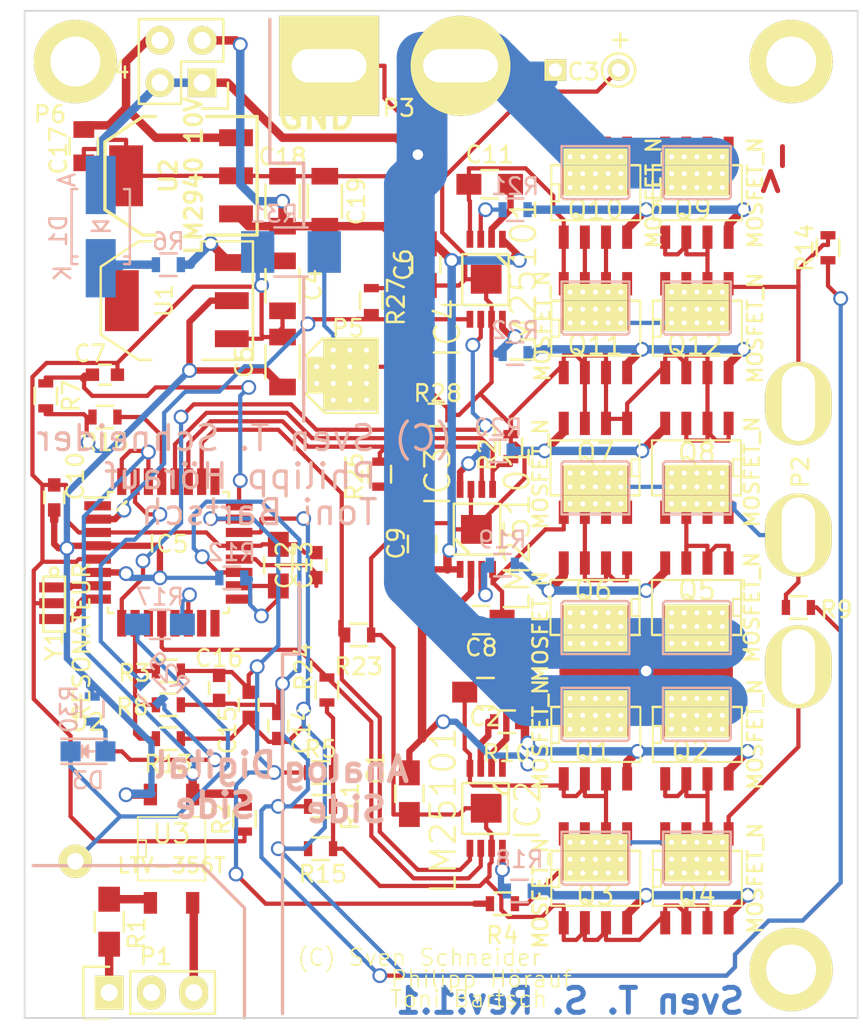
<source format=kicad_pcb>
(kicad_pcb (version 20171130) (host pcbnew "(5.1.12)-1")
  (layers (0 F.Cu signal) (31 B.Cu signal) (34 B.Paste user) (35 F.Paste user) (36 B.SilkS user) (37 F.SilkS user) (38 B.Mask user) (39 F.Mask user) (44 Edge.Cuts user))
  (net 0 "")
  (net 1 9V)
  (net 2 GND)
  (net 3 "Net-(C2-Pad1)")
  (net 4 A)
  (net 5 V_BAT)
  (net 6 "Net-(C4-Pad1)")
  (net 7 +5V)
  (net 8 S_PWR)
  (net 9 "Net-(C8-Pad1)")
  (net 10 B)
  (net 11 "Net-(C11-Pad1)")
  (net 12 C)
  (net 13 "Net-(C12-Pad1)")
  (net 14 "Net-(C13-Pad2)")
  (net 15 S_C)
  (net 16 S_B)
  (net 17 S_A)
  (net 18 /VBat_to_10V)
  (net 19 "Net-(D1-Pad2)")
  (net 20 /INPUT_GND)
  (net 21 PWM)
  (net 22 /A_Lowside_Gate)
  (net 23 /A_Highside_Gate)
  (net 24 /B_Lowside_Gate)
  (net 25 /B_Highside_Gate)
  (net 26 /C_Lowside_Gate)
  (net 27 /C_Highside_Gate)
  (net 28 "Net-(IC5-Pad1)")
  (net 29 C+)
  (net 30 "Net-(IC5-Pad7)")
  (net 31 "Net-(IC5-Pad8)")
  (net 32 C-)
  (net 33 M)
  (net 34 "Net-(IC5-Pad11)")
  (net 35 A-)
  (net 36 "Net-(IC5-Pad13)")
  (net 37 "Net-(IC5-Pad14)")
  (net 38 "Net-(IC5-Pad15)")
  (net 39 "Net-(IC5-Pad16)")
  (net 40 "Net-(IC5-Pad17)")
  (net 41 "Net-(IC5-Pad25)")
  (net 42 A+)
  (net 43 B-)
  (net 44 B+)
  (net 45 "Net-(IC5-Pad29)")
  (net 46 "Net-(IC5-Pad31)")
  (net 47 /INPUT_SIGNAL)
  (net 48 "Net-(P1-Pad2)")
  (net 49 "Net-(IC2-Pad8)")
  (net 50 "Net-(IC2-Pad3)")
  (net 51 "Net-(IC3-Pad8)")
  (net 52 "Net-(IC3-Pad3)")
  (net 53 "Net-(IC4-Pad8)")
  (net 54 "Net-(IC4-Pad3)")
  (net 55 "Net-(D2-Pad2)")
  (net 56 "Net-(D3-Pad2)")
  (net 57 "Net-(R1-Pad1)")
  (net 58 D_GND)
  (module Socket_Strips:Socket_Strip_Straight_1x03 (layer F.Cu) (at 232.664 89.408 90)
    (fp_text reference P2 (at 11.684 0.127 90) (layer F.SilkS))
    (fp_text value CONN_01X03)
    (pad 1 thru_hole oval (at 0 0 90) (size 5 4) (drill oval 4.5 2) (layers *.Cu *.Mask F.SilkS) (net 4 A))
    (pad 2 thru_hole oval (at 7.9 0 90) (size 5 4) (drill oval 4.5 2) (layers *.Cu *.Mask F.SilkS) (net 10 B))
    (pad 3 thru_hole oval (at 15.8 0 90) (size 5 4) (drill oval 4.5 2) (layers *.Cu *.Mask F.SilkS) (net 12 C))
  )
  (module Socket_Strips:Socket_Strip_Straight_1x02 (layer F.Cu) (at 204.47 53.34)
    (fp_text reference P3 (at 4.191 2.54) (layer F.SilkS))
    (fp_text value CONN_01X02)
    (pad 1 thru_hole rect (at 0 0) (size 6 6) (drill oval 4.5 2) (layers *.Cu *.Mask F.SilkS) (net 2 GND))
    (pad 2 thru_hole circle (at 7.9 0) (size 6 6) (drill oval 4.5 2) (layers *.Cu *.Mask F.SilkS) (net 5 V_BAT))
  )
  (module Capacitors_ThroughHole:C_Radial_D8_L13_P3.8 (layer F.Cu) (at 218.059 53.594)
    (fp_text reference C3 (at 1.7018 0.1016) (layer F.SilkS))
    (fp_text value 220µ)
    (pad 1 thru_hole rect (at 0 0) (size 1.3 1.3) (drill 0.8) (layers *.Cu *.Mask F.SilkS) (net 5 V_BAT))
    (pad 2 thru_hole circle (at 3.8 0) (size 1.3 1.3) (drill 0.8) (layers *.Cu *.Mask F.SilkS) (net 2 GND))
  )
  (module LEDs:LED-0805 (layer F.Cu) (at 189.992 94.488)
    (fp_text reference D2 (at 0 -1.75) (layer F.SilkS))
    (fp_text value LED)
    (pad 2 smd rect (at 1.04902 0 180) (size 1.19888 1.19888) (layers F.Cu F.Paste F.Mask) (net 55 "Net-(D2-Pad2)"))
    (pad 1 smd rect (at -1.04902 0 180) (size 1.19888 1.19888) (layers F.Cu F.Paste F.Mask) (net 58 D_GND))
  )
  (module LEDs:LED-0805 (layer B.Cu) (at 189.992 94.488)
    (fp_text reference D3 (at 0 1.75) (layer B.SilkS) (effects (justify mirror)))
    (fp_text value LED)
    (pad 2 smd rect (at 1.04902 0 180) (size 1.19888 1.19888) (layers B.Cu B.Paste B.Mask) (net 56 "Net-(D3-Pad2)"))
    (pad 1 smd rect (at -1.04902 0 180) (size 1.19888 1.19888) (layers B.Cu B.Paste B.Mask) (net 58 D_GND))
  )
  (module Connect:1pin (layer F.Cu) (at 204.724 73.406)
    (fp_text reference P5 (at 0.889 -4.318) (layer F.SilkS))
    (fp_text value CONN_01X01)
    (pad 1 thru_hole rect (at 0 0) (size 1.2 1.2) (drill 0.3) (layers *.Cu *.Mask F.SilkS) (net 2 GND))
    (pad 1 thru_hole rect (at 1 0) (size 1.2 1.2) (drill 0.3) (layers *.Cu *.Mask F.SilkS) (net 2 GND))
    (pad 1 thru_hole rect (at 2 0) (size 1.2 1.2) (drill 0.3) (layers *.Cu *.Mask F.SilkS) (net 2 GND))
    (pad 1 thru_hole rect (at 2 -1) (size 1.2 1.2) (drill 0.3) (layers *.Cu *.Mask F.SilkS) (net 2 GND))
    (pad 1 thru_hole rect (at 1 -1) (size 1.2 1.2) (drill 0.3) (layers *.Cu *.Mask F.SilkS) (net 2 GND))
    (pad 1 thru_hole rect (at -1 -2) (size 1.2 1.2) (drill 0.3) (layers *.Cu *.Mask F.SilkS) (net 2 GND))
    (pad 1 thru_hole rect (at -1 -1) (size 1.2 1.2) (drill 0.3) (layers *.Cu *.Mask F.SilkS) (net 2 GND))
    (pad 1 thru_hole rect (at 0 -1) (size 1.2 1.2) (drill 0.3) (layers *.Cu *.Mask F.SilkS) (net 2 GND))
    (pad 1 thru_hole rect (at 0 -2) (size 1.2 1.2) (drill 0.3) (layers *.Cu *.Mask F.SilkS) (net 2 GND))
    (pad 1 thru_hole rect (at 2 -2) (size 1.2 1.2) (drill 0.3) (layers *.Cu *.Mask F.SilkS) (net 2 GND))
    (pad 1 thru_hole rect (at 1 -2) (size 1.2 1.2) (drill 0.3) (layers *.Cu *.Mask F.SilkS) (net 2 GND))
    (pad 1 thru_hole rect (at 2 -3) (size 1.2 1.2) (drill 0.3) (layers *.Cu *.Mask F.SilkS) (net 2 GND))
    (pad 1 thru_hole rect (at 1 -3) (size 1.2 1.2) (drill 0.3) (layers *.Cu *.Mask F.SilkS) (net 2 GND))
    (pad 1 thru_hole rect (at 0 -3) (size 1.2 1.2) (drill 0.3) (layers *.Cu *.Mask F.SilkS) (net 2 GND))
  )
  (module Connect:1pin (layer F.Cu) (at 189.23 53.086)
    (fp_text reference P6 (at -1.524 3.175) (layer F.SilkS))
    (fp_text value CONN_01X01)
    (pad NC thru_hole circle (at 0 0) (size 5 5) (drill 3) (layers *.Cu *.Mask F.SilkS))
    (pad NC thru_hole circle (at 43 0) (size 5 5) (drill 3) (layers *.Cu *.Mask F.SilkS))
    (pad 1 thru_hole circle (at 0 48) (size 2 2) (drill 1) (layers *.Cu *.Mask F.SilkS) (net 58 D_GND))
    (pad NC thru_hole circle (at 43 54.5) (size 5 5) (drill 3) (layers *.Cu *.Mask F.SilkS))
  )
  (module Diodes_SMD:SMA_Handsoldering (layer B.Cu) (at 190.754 62.992 90)
    (fp_text reference D1 (at -0.254 -2.54 90) (layer B.SilkS) (effects (justify mirror)))
    (fp_text value DIODE)
    (fp_text user K (at -2.794 -2.286 90) (layer B.SilkS) (effects (justify mirror)))
    (fp_text user A (at 2.794 -2.032 90) (layer B.SilkS) (effects (justify mirror)))
    (pad 2 smd rect (at -2.49936 0 90) (size 3.50012 1.80086) (layers B.Cu B.Paste B.Mask) (net 19 "Net-(D1-Pad2)"))
    (pad 1 smd rect (at 2.49936 0 90) (size 3.50012 1.80086) (layers B.Cu B.Paste B.Mask) (net 5 V_BAT))
  )
  (module toni:SOT223_GND_VO_VI (layer F.Cu) (at 195.58 59.944 90)
    (fp_text reference U2 (at 0 -0.762 90) (layer F.SilkS) (effects (font (size 1.016 1.016) (thickness 0.2032))))
    (fp_text value "LM2940 10V" (at 0 0.762 90) (layer F.SilkS) (effects (font (size 1.016 1.016) (thickness 0.2032))))
    (pad 2 smd rect (at 0 -3.302 90) (size 3.6576 2.032) (layers F.Cu F.Paste F.Mask) (net 2 GND))
    (pad 2 smd rect (at 0 3.302 90) (size 1.016 2.032) (layers F.Cu F.Paste F.Mask) (net 2 GND))
    (pad 3 smd rect (at 2.286 3.302 90) (size 1.016 2.032) (layers F.Cu F.Paste F.Mask) (net 18 /VBat_to_10V))
    (pad 1 smd rect (at -2.286 3.302 90) (size 1.016 2.032) (layers F.Cu F.Paste F.Mask) (net 1 9V))
  )
  (module sven:8-MSOP (layer F.Cu) (at 214.884 63.754 180)
    (fp_text reference IC4 (at 3.302 -5.334 270) (layer F.SilkS) (effects (font (size 1.5 1.5))))
    (fp_text value LM25101 (at -1.27 -2.54 270) (layer F.SilkS) (effects (font (size 1.5 1.5))))
    (pad 8 smd rect (at 0 -4.8006 180) (size 0.4064 1.016) (layers F.Cu F.Paste F.Mask) (net 53 "Net-(IC4-Pad8)"))
    (pad 7 smd rect (at 0.65024 -4.8006 180) (size 0.4064 1.016) (layers F.Cu F.Paste F.Mask) (net 2 GND))
    (pad 6 smd rect (at 1.30048 -4.8006 180) (size 0.4064 1.016) (layers F.Cu F.Paste F.Mask) (net 32 C-))
    (pad 5 smd rect (at 1.95072 -4.8006 180) (size 0.4064 1.016) (layers F.Cu F.Paste F.Mask) (net 29 C+))
    (pad 1 smd rect (at 0 0 180) (size 0.4064 1.016) (layers F.Cu F.Paste F.Mask) (net 1 9V))
    (pad 2 smd rect (at 0.65024 0 180) (size 0.4064 1.016) (layers F.Cu F.Paste F.Mask) (net 11 "Net-(C11-Pad1)"))
    (pad 3 smd rect (at 1.30048 0 180) (size 0.4064 1.016) (layers F.Cu F.Paste F.Mask) (net 54 "Net-(IC4-Pad3)"))
    (pad 4 smd rect (at 1.95072 0 180) (size 0.4064 1.016) (layers F.Cu F.Paste F.Mask) (net 12 C))
    (pad PAD smd rect (at 0.975 -2.4 180) (size 1.85 1.73) (layers F.Cu F.Paste F.Mask) (net 2 GND))
  )
  (module sven:8-MSOP (layer F.Cu) (at 212.344 83.566)
    (fp_text reference IC3 (at -1.344 -5.566 90) (layer F.SilkS) (effects (font (size 1.5 1.5))))
    (fp_text value LM25101 (at 3.429 -2.413 90) (layer F.SilkS) (effects (font (size 1.5 1.5))))
    (pad 8 smd rect (at 0 -4.8006) (size 0.4064 1.016) (layers F.Cu F.Paste F.Mask) (net 51 "Net-(IC3-Pad8)"))
    (pad 7 smd rect (at 0.65024 -4.8006) (size 0.4064 1.016) (layers F.Cu F.Paste F.Mask) (net 2 GND))
    (pad 6 smd rect (at 1.30048 -4.8006) (size 0.4064 1.016) (layers F.Cu F.Paste F.Mask) (net 43 B-))
    (pad 5 smd rect (at 1.95072 -4.8006) (size 0.4064 1.016) (layers F.Cu F.Paste F.Mask) (net 44 B+))
    (pad 1 smd rect (at 0 0) (size 0.4064 1.016) (layers F.Cu F.Paste F.Mask) (net 1 9V))
    (pad 2 smd rect (at 0.65024 0) (size 0.4064 1.016) (layers F.Cu F.Paste F.Mask) (net 9 "Net-(C8-Pad1)"))
    (pad 3 smd rect (at 1.30048 0) (size 0.4064 1.016) (layers F.Cu F.Paste F.Mask) (net 52 "Net-(IC3-Pad3)"))
    (pad 4 smd rect (at 1.95072 0) (size 0.4064 1.016) (layers F.Cu F.Paste F.Mask) (net 10 B))
    (pad PAD smd rect (at 0.975 -2.4) (size 1.85 1.73) (layers F.Cu F.Paste F.Mask) (net 2 GND))
  )
  (module sven:8-MSOP (layer F.Cu) (at 214.884 95.504 180)
    (fp_text reference IC2 (at -1.524 -2.54 270) (layer F.SilkS) (effects (font (size 1.5 1.5))))
    (fp_text value LM25101 (at 3.556 -2.54 270) (layer F.SilkS) (effects (font (size 1.5 1.5))))
    (pad 8 smd rect (at 0 -4.8006 180) (size 0.4064 1.016) (layers F.Cu F.Paste F.Mask) (net 49 "Net-(IC2-Pad8)"))
    (pad 7 smd rect (at 0.65024 -4.8006 180) (size 0.4064 1.016) (layers F.Cu F.Paste F.Mask) (net 2 GND))
    (pad 6 smd rect (at 1.30048 -4.8006 180) (size 0.4064 1.016) (layers F.Cu F.Paste F.Mask) (net 35 A-))
    (pad 5 smd rect (at 1.95072 -4.8006 180) (size 0.4064 1.016) (layers F.Cu F.Paste F.Mask) (net 42 A+))
    (pad 1 smd rect (at 0 0 180) (size 0.4064 1.016) (layers F.Cu F.Paste F.Mask) (net 1 9V))
    (pad 2 smd rect (at 0.65024 0 180) (size 0.4064 1.016) (layers F.Cu F.Paste F.Mask) (net 3 "Net-(C2-Pad1)"))
    (pad 3 smd rect (at 1.30048 0 180) (size 0.4064 1.016) (layers F.Cu F.Paste F.Mask) (net 50 "Net-(IC2-Pad3)"))
    (pad 4 smd rect (at 1.95072 0 180) (size 0.4064 1.016) (layers F.Cu F.Paste F.Mask) (net 4 A))
    (pad PAD smd rect (at 0.975 -2.4 180) (size 1.85 1.73) (layers F.Cu F.Paste F.Mask) (net 2 GND))
  )
  (module Capacitors_SMD:C_0805_HandSoldering (layer F.Cu) (at 209.296 97.028 270)
    (fp_text reference C1 (at -1.524 2.032 270) (layer F.SilkS))
    (fp_text value 1µ)
    (pad 1 smd rect (at -1.25 0 270) (size 1.5 1.25) (layers F.Cu F.Paste F.Mask) (net 1 9V))
    (pad 2 smd rect (at 1.25 0 270) (size 1.5 1.25) (layers F.Cu F.Paste F.Mask) (net 2 GND))
  )
  (module Capacitors_SMD:C_0805_HandSoldering (layer F.Cu) (at 213.868 90.932 180)
    (fp_text reference C2 (at 0 -1.524 180) (layer F.SilkS))
    (fp_text value 1µ)
    (pad 1 smd rect (at -1.25 0 180) (size 1.5 1.25) (layers F.Cu F.Paste F.Mask) (net 3 "Net-(C2-Pad1)"))
    (pad 2 smd rect (at 1.25 0 180) (size 1.5 1.25) (layers F.Cu F.Paste F.Mask) (net 4 A))
  )
  (module Capacitors_SMD:C_0805_HandSoldering (layer F.Cu) (at 210.312 65.278 270)
    (fp_text reference C6 (at 0 1.397 270) (layer F.SilkS))
    (fp_text value 1µ)
    (pad 1 smd rect (at -1.25 0 270) (size 1.5 1.25) (layers F.Cu F.Paste F.Mask) (net 1 9V))
    (pad 2 smd rect (at 1.25 0 270) (size 1.5 1.25) (layers F.Cu F.Paste F.Mask) (net 2 GND))
  )
  (module Capacitors_SMD:C_0805_HandSoldering (layer F.Cu) (at 213.614 86.614)
    (fp_text reference C8 (at 0 1.651) (layer F.SilkS))
    (fp_text value 1µ)
    (pad 1 smd rect (at -1.25 0) (size 1.5 1.25) (layers F.Cu F.Paste F.Mask) (net 9 "Net-(C8-Pad1)"))
    (pad 2 smd rect (at 1.25 0) (size 1.5 1.25) (layers F.Cu F.Paste F.Mask) (net 10 B))
  )
  (module Capacitors_SMD:C_0805_HandSoldering (layer F.Cu) (at 210.058 82.042 90)
    (fp_text reference C9 (at 0.042 -1.558 90) (layer F.SilkS))
    (fp_text value 1µ)
    (pad 1 smd rect (at -1.25 0 90) (size 1.5 1.25) (layers F.Cu F.Paste F.Mask) (net 1 9V))
    (pad 2 smd rect (at 1.25 0 90) (size 1.5 1.25) (layers F.Cu F.Paste F.Mask) (net 2 GND))
  )
  (module Capacitors_SMD:C_0805_HandSoldering (layer F.Cu) (at 214.122 60.452 180)
    (fp_text reference C11 (at 0 1.778 180) (layer F.SilkS))
    (fp_text value 1µ)
    (pad 1 smd rect (at -1.25 0 180) (size 1.5 1.25) (layers F.Cu F.Paste F.Mask) (net 11 "Net-(C11-Pad1)"))
    (pad 2 smd rect (at 1.25 0 180) (size 1.5 1.25) (layers F.Cu F.Paste F.Mask) (net 12 C))
  )
  (module Capacitors_SMD:C_0805_HandSoldering (layer F.Cu) (at 201.422 83.312 270)
    (fp_text reference C13 (at 0 -1.524 270) (layer F.SilkS))
    (fp_text value 1µ)
    (pad 1 smd rect (at -1.25 0 270) (size 1.5 1.25) (layers F.Cu F.Paste F.Mask) (net 58 D_GND))
    (pad 2 smd rect (at 1.25 0 270) (size 1.5 1.25) (layers F.Cu F.Paste F.Mask) (net 14 "Net-(C13-Pad2)"))
  )
  (module Capacitors_SMD:C_1206 (layer F.Cu) (at 201.676 61.468 90)
    (fp_text reference C18 (at 2.667 0 180) (layer F.SilkS))
    (fp_text value 10µ)
    (pad 1 smd rect (at -1.5 0 90) (size 1 1.6) (layers F.Cu F.Paste F.Mask) (net 1 9V))
    (pad 2 smd rect (at 1.5 0 90) (size 1 1.6) (layers F.Cu F.Paste F.Mask) (net 2 GND))
  )
  (module Housings_QFP:TQFP-32_7x7mm_Pitch0.8mm (layer F.Cu) (at 194.818 82.55)
    (fp_text reference IC5 (at 0 -0.508) (layer F.SilkS))
    (fp_text value ATMEGA8-AI)
    (pad 1 smd rect (at -4.25 -2.8) (size 1.6 0.55) (layers F.Cu F.Paste F.Mask) (net 28 "Net-(IC5-Pad1)"))
    (pad 2 smd rect (at -4.25 -2) (size 1.6 0.55) (layers F.Cu F.Paste F.Mask) (net 29 C+))
    (pad 3 smd rect (at -4.25 -1.2) (size 1.6 0.55) (layers F.Cu F.Paste F.Mask) (net 58 D_GND))
    (pad 4 smd rect (at -4.25 -0.4) (size 1.6 0.55) (layers F.Cu F.Paste F.Mask) (net 7 +5V))
    (pad 5 smd rect (at -4.25 0.4) (size 1.6 0.55) (layers F.Cu F.Paste F.Mask) (net 58 D_GND))
    (pad 6 smd rect (at -4.25 1.2) (size 1.6 0.55) (layers F.Cu F.Paste F.Mask) (net 7 +5V))
    (pad 7 smd rect (at -4.25 2) (size 1.6 0.55) (layers F.Cu F.Paste F.Mask) (net 30 "Net-(IC5-Pad7)"))
    (pad 8 smd rect (at -4.25 2.8) (size 1.6 0.55) (layers F.Cu F.Paste F.Mask) (net 31 "Net-(IC5-Pad8)"))
    (pad 9 smd rect (at -2.8 4.25 90) (size 1.6 0.55) (layers F.Cu F.Paste F.Mask) (net 32 C-))
    (pad 10 smd rect (at -2 4.25 90) (size 1.6 0.55) (layers F.Cu F.Paste F.Mask) (net 33 M))
    (pad 11 smd rect (at -1.2 4.25 90) (size 1.6 0.55) (layers F.Cu F.Paste F.Mask) (net 34 "Net-(IC5-Pad11)"))
    (pad 12 smd rect (at -0.4 4.25 90) (size 1.6 0.55) (layers F.Cu F.Paste F.Mask) (net 35 A-))
    (pad 13 smd rect (at 0.4 4.25 90) (size 1.6 0.55) (layers F.Cu F.Paste F.Mask) (net 36 "Net-(IC5-Pad13)"))
    (pad 14 smd rect (at 1.2 4.25 90) (size 1.6 0.55) (layers F.Cu F.Paste F.Mask) (net 37 "Net-(IC5-Pad14)"))
    (pad 15 smd rect (at 2 4.25 90) (size 1.6 0.55) (layers F.Cu F.Paste F.Mask) (net 38 "Net-(IC5-Pad15)"))
    (pad 16 smd rect (at 2.8 4.25 90) (size 1.6 0.55) (layers F.Cu F.Paste F.Mask) (net 39 "Net-(IC5-Pad16)"))
    (pad 17 smd rect (at 4.25 2.8) (size 1.6 0.55) (layers F.Cu F.Paste F.Mask) (net 40 "Net-(IC5-Pad17)"))
    (pad 18 smd rect (at 4.25 2) (size 1.6 0.55) (layers F.Cu F.Paste F.Mask) (net 14 "Net-(C13-Pad2)"))
    (pad 19 smd rect (at 4.25 1.2) (size 1.6 0.55) (layers F.Cu F.Paste F.Mask) (net 16 S_B))
    (pad 20 smd rect (at 4.25 0.4) (size 1.6 0.55) (layers F.Cu F.Paste F.Mask) (net 13 "Net-(C12-Pad1)"))
    (pad 21 smd rect (at 4.25 -0.4) (size 1.6 0.55) (layers F.Cu F.Paste F.Mask) (net 58 D_GND))
    (pad 22 smd rect (at 4.25 -1.2) (size 1.6 0.55) (layers F.Cu F.Paste F.Mask) (net 15 S_C))
    (pad 23 smd rect (at 4.25 -2) (size 1.6 0.55) (layers F.Cu F.Paste F.Mask) (net 17 S_A))
    (pad 24 smd rect (at 4.25 -2.8) (size 1.6 0.55) (layers F.Cu F.Paste F.Mask) (net 8 S_PWR))
    (pad 25 smd rect (at 2.8 -4.25 90) (size 1.6 0.55) (layers F.Cu F.Paste F.Mask) (net 41 "Net-(IC5-Pad25)"))
    (pad 26 smd rect (at 2 -4.25 90) (size 1.6 0.55) (layers F.Cu F.Paste F.Mask) (net 42 A+))
    (pad 27 smd rect (at 1.2 -4.25 90) (size 1.6 0.55) (layers F.Cu F.Paste F.Mask) (net 43 B-))
    (pad 28 smd rect (at 0.4 -4.25 90) (size 1.6 0.55) (layers F.Cu F.Paste F.Mask) (net 44 B+))
    (pad 29 smd rect (at -0.4 -4.25 90) (size 1.6 0.55) (layers F.Cu F.Paste F.Mask) (net 45 "Net-(IC5-Pad29)"))
    (pad 30 smd rect (at -1.2 -4.25 90) (size 1.6 0.55) (layers F.Cu F.Paste F.Mask) (net 21 PWM))
    (pad 31 smd rect (at -2 -4.25 90) (size 1.6 0.55) (layers F.Cu F.Paste F.Mask) (net 46 "Net-(IC5-Pad31)"))
    (pad 32 smd rect (at -2.8 -4.25 90) (size 1.6 0.55) (layers F.Cu F.Paste F.Mask) (net 21 PWM))
  )
  (module Socket_Strips:Socket_Strip_Straight_1x03 (layer F.Cu) (at 191.262 108.966)
    (fp_text reference P1 (at 2.794 -2.159) (layer F.SilkS))
    (fp_text value CONN_01X03)
    (pad 1 thru_hole rect (at 0 0) (size 1.7272 2.032) (drill 1.016) (layers *.Cu *.Mask F.SilkS) (net 47 /INPUT_SIGNAL))
    (pad 2 thru_hole oval (at 2.54 0) (size 1.7272 2.032) (drill 1.016) (layers *.Cu *.Mask F.SilkS) (net 48 "Net-(P1-Pad2)"))
    (pad 3 thru_hole oval (at 5.08 0) (size 1.7272 2.032) (drill 1.016) (layers *.Cu *.Mask F.SilkS) (net 20 /INPUT_GND))
  )
  (module Resistors_SMD:R_0805_HandSoldering (layer F.Cu) (at 191.262 104.712 270)
    (fp_text reference R1 (at 0.6985 -1.651 270) (layer F.SilkS))
    (fp_text value R)
    (pad 1 smd rect (at -1.35 0 270) (size 1.5 1.3) (layers F.Cu F.Paste F.Mask) (net 57 "Net-(R1-Pad1)"))
    (pad 2 smd rect (at 1.35 0 270) (size 1.5 1.3) (layers F.Cu F.Paste F.Mask) (net 47 /INPUT_SIGNAL))
  )
  (module toni:CerOsc_3,2x1,3 (layer F.Cu) (at 187.96 85.598 270)
    (fp_text reference Y1 (at 2.54 0 270) (layer F.SilkS))
    (fp_text value RESONATEUR (at 2.286 -1.651 270) (layer F.SilkS))
    (pad 1 smd rect (at -0.95 0 270) (size 0.6 1.8) (layers F.Cu F.Paste F.Mask) (net 30 "Net-(IC5-Pad7)"))
    (pad 2 smd rect (at 0 0 270) (size 0.6 1.8) (layers F.Cu F.Paste F.Mask) (net 58 D_GND))
    (pad 3 smd rect (at 0.95 0 270) (size 0.6 1.8) (layers F.Cu F.Paste F.Mask) (net 31 "Net-(IC5-Pad8)"))
  )
  (module Resistors_SMD:R_0805_HandSoldering (layer B.Cu) (at 194.31 86.868 180)
    (fp_text reference R17 (at 0 1.651 180) (layer B.SilkS) (effects (justify mirror)))
    (fp_text value "0 Bridge")
    (pad 1 smd rect (at -1.35 0 180) (size 1.5 1.3) (layers B.Cu B.Paste B.Mask) (net 37 "Net-(IC5-Pad14)"))
    (pad 2 smd rect (at 1.35 0 180) (size 1.5 1.3) (layers B.Cu B.Paste B.Mask) (net 58 D_GND))
  )
  (module Socket_Strips:Socket_Strip_Straight_2x02 (layer F.Cu) (at 196.85 54.356 180)
    (fp_text reference P4 (at 5.334 0.762 180) (layer F.SilkS))
    (fp_text value CONN_02X02)
    (pad 1 thru_hole rect (at 0 0 180) (size 1.7272 1.7272) (drill 1.016) (layers *.Cu *.Mask F.SilkS) (net 5 V_BAT))
    (pad 2 thru_hole oval (at 0 2.54 180) (size 1.7272 1.7272) (drill 1.016) (layers *.Cu *.Mask F.SilkS) (net 1 9V))
    (pad 3 thru_hole oval (at 2.54 0 180) (size 1.7272 1.7272) (drill 1.016) (layers *.Cu *.Mask F.SilkS) (net 5 V_BAT))
    (pad 4 thru_hole oval (at 2.54 2.54 180) (size 1.7272 1.7272) (drill 1.016) (layers *.Cu *.Mask F.SilkS) (net 18 /VBat_to_10V))
  )
  (module Capacitors_SMD:C_1206 (layer F.Cu) (at 201.676 66.548 270)
    (fp_text reference C4 (at -0.048 -1.824 270) (layer F.SilkS))
    (fp_text value 10µ)
    (pad 1 smd rect (at -1.5 0 270) (size 1 1.6) (layers F.Cu F.Paste F.Mask) (net 6 "Net-(C4-Pad1)"))
    (pad 2 smd rect (at 1.5 0 270) (size 1 1.6) (layers F.Cu F.Paste F.Mask) (net 58 D_GND))
  )
  (module Capacitors_SMD:C_1206 (layer F.Cu) (at 201.676 71.12 90)
    (fp_text reference C5 (at 0 -2.3 90) (layer F.SilkS))
    (fp_text value 10µ)
    (pad 1 smd rect (at -1.5 0 90) (size 1 1.6) (layers F.Cu F.Paste F.Mask) (net 7 +5V))
    (pad 2 smd rect (at 1.5 0 90) (size 1 1.6) (layers F.Cu F.Paste F.Mask) (net 58 D_GND))
  )
  (module Capacitors_SMD:C_1206 (layer F.Cu) (at 204.216 61.468 90)
    (fp_text reference C19 (at 0 1.905 90) (layer F.SilkS))
    (fp_text value 10µ)
    (pad 1 smd rect (at -1.5 0 90) (size 1 1.6) (layers F.Cu F.Paste F.Mask) (net 1 9V))
    (pad 2 smd rect (at 1.5 0 90) (size 1 1.6) (layers F.Cu F.Paste F.Mask) (net 2 GND))
  )
  (module Capacitors_SMD:C_0603 (layer F.Cu) (at 191.008 71.882)
    (fp_text reference C7 (at -0.889 -1.27) (layer F.SilkS))
    (fp_text value 100n)
    (pad 1 smd rect (at -0.75 0) (size 0.8 0.75) (layers F.Cu F.Paste F.Mask) (net 8 S_PWR))
    (pad 2 smd rect (at 0.75 0) (size 0.8 0.75) (layers F.Cu F.Paste F.Mask) (net 58 D_GND))
  )
  (module Capacitors_SMD:C_0603 (layer F.Cu) (at 187.96 79.248 90)
    (fp_text reference C10 (at 1.27 1.27 90) (layer F.SilkS))
    (fp_text value 100n)
    (pad 1 smd rect (at -0.75 0 90) (size 0.8 0.75) (layers F.Cu F.Paste F.Mask) (net 7 +5V))
    (pad 2 smd rect (at 0.75 0 90) (size 0.8 0.75) (layers F.Cu F.Paste F.Mask) (net 58 D_GND))
  )
  (module Capacitors_SMD:C_0603 (layer F.Cu) (at 203.708 83.312 90)
    (fp_text reference C12 (at 0 -1.9 90) (layer F.SilkS))
    (fp_text value 100n)
    (pad 1 smd rect (at -0.75 0 90) (size 0.8 0.75) (layers F.Cu F.Paste F.Mask) (net 13 "Net-(C12-Pad1)"))
    (pad 2 smd rect (at 0.75 0 90) (size 0.8 0.75) (layers F.Cu F.Paste F.Mask) (net 58 D_GND))
  )
  (module Capacitors_SMD:C_0603 (layer F.Cu) (at 201.422 92.964 90)
    (fp_text reference C14 (at -0.254 1.397 90) (layer F.SilkS))
    (fp_text value 100n)
    (pad 1 smd rect (at -0.75 0 90) (size 0.8 0.75) (layers F.Cu F.Paste F.Mask) (net 15 S_C))
    (pad 2 smd rect (at 0.75 0 90) (size 0.8 0.75) (layers F.Cu F.Paste F.Mask) (net 16 S_B))
  )
  (module Capacitors_SMD:C_0603 (layer F.Cu) (at 199.644 91.694 270)
    (fp_text reference C15 (at 1.524 1.27 270) (layer F.SilkS))
    (fp_text value 100n)
    (pad 1 smd rect (at -0.75 0 270) (size 0.8 0.75) (layers F.Cu F.Paste F.Mask) (net 17 S_A))
    (pad 2 smd rect (at 0.75 0 270) (size 0.8 0.75) (layers F.Cu F.Paste F.Mask) (net 15 S_C))
  )
  (module Capacitors_SMD:C_0603 (layer F.Cu) (at 197.866 90.678 270)
    (fp_text reference C16 (at -1.778 0) (layer F.SilkS))
    (fp_text value 100n)
    (pad 1 smd rect (at -0.75 0 270) (size 0.8 0.75) (layers F.Cu F.Paste F.Mask) (net 17 S_A))
    (pad 2 smd rect (at 0.75 0 270) (size 0.8 0.75) (layers F.Cu F.Paste F.Mask) (net 16 S_B))
  )
  (module Capacitors_SMD:C_0805 (layer F.Cu) (at 189.738 58.166 270)
    (fp_text reference C17 (at 0.254 1.524 270) (layer F.SilkS))
    (fp_text value 470n)
    (pad 1 smd rect (at -1 0 270) (size 1 1.25) (layers F.Cu F.Paste F.Mask) (net 18 /VBat_to_10V))
    (pad 2 smd rect (at 1 0 270) (size 1 1.25) (layers F.Cu F.Paste F.Mask) (net 2 GND))
  )
  (module toni:SO-4 (layer F.Cu) (at 195.008 100.33)
    (fp_text reference U3 (at 0 -0.889) (layer F.SilkS) (effects (font (size 1.143 1.143) (thickness 0.1524))))
    (fp_text value LTV-356T (at 0 1.016) (layer F.SilkS) (effects (font (size 0.889 0.889) (thickness 0.1524))))
    (pad 2 smd rect (at 1.27 3.2512) (size 0.8001 1.30048) (layers F.Cu F.Paste F.Mask) (net 20 /INPUT_GND))
    (pad 1 smd rect (at -1.27 3.2512) (size 0.8001 1.30048) (layers F.Cu F.Paste F.Mask) (net 57 "Net-(R1-Pad1)"))
    (pad 4 smd rect (at -1.27 -3.2512) (size 0.8001 1.30048) (layers F.Cu F.Paste F.Mask) (net 7 +5V))
    (pad 3 smd rect (at 1.27 -3.2512) (size 0.8001 1.30048) (layers F.Cu F.Paste F.Mask) (net 21 PWM))
  )
  (module Resistors_SMD:R_1210_HandSoldering (layer B.Cu) (at 202.184 64.516 180)
    (fp_text reference R31 (at 1.016 2.286 180) (layer B.SilkS) (effects (justify mirror)))
    (fp_text value Bridge)
    (pad 1 smd rect (at -2 0 180) (size 2 2.5) (layers B.Cu B.Paste B.Mask) (net 2 GND))
    (pad 2 smd rect (at 2 0 180) (size 2 2.5) (layers B.Cu B.Paste B.Mask) (net 58 D_GND))
  )
  (module Sven:SO8_WITH_Heatpipes_New (layer F.Cu) (at 220.472 93.472)
    (fp_text reference Q1 (at -0.127 1.016 180) (layer F.SilkS) (effects (font (size 1.143 1.143) (thickness 0.1524))))
    (fp_text value MOSFET_N (at -3.302 0 90) (layer F.SilkS) (effects (font (size 0.889 0.889) (thickness 0.1524))))
    (pad D smd rect (at -1.905 -2.667) (size 0.59944 1.39954) (layers F.Cu F.Paste F.Mask) (net 5 V_BAT))
    (pad S smd rect (at -1.905 2.667) (size 0.59944 1.39954) (layers F.Cu F.Paste F.Mask) (net 4 A))
    (pad D smd rect (at -0.635 -2.667) (size 0.59944 1.39954) (layers F.Cu F.Paste F.Mask) (net 5 V_BAT))
    (pad D smd rect (at 0.635 -2.667) (size 0.59944 1.39954) (layers F.Cu F.Paste F.Mask) (net 5 V_BAT))
    (pad D smd rect (at 1.905 -2.667) (size 0.59944 1.39954) (layers F.Cu F.Paste F.Mask) (net 5 V_BAT))
    (pad S smd rect (at -0.635 2.667) (size 0.59944 1.39954) (layers F.Cu F.Paste F.Mask) (net 4 A))
    (pad S smd rect (at 0.635 2.667) (size 0.59944 1.39954) (layers F.Cu F.Paste F.Mask) (net 4 A))
    (pad G smd rect (at 1.905 2.667) (size 0.59944 1.39954) (layers F.Cu F.Paste F.Mask) (net 23 /A_Highside_Gate))
    (pad D smd rect (at 0 -1.27) (size 4.0005 2.79908) (layers F.Cu F.Paste F.Mask) (net 5 V_BAT))
    (pad D thru_hole rect (at -1.524 -2.159) (size 0.8 1) (drill 0.3) (layers *.Cu *.Mask F.SilkS) (net 5 V_BAT))
    (pad D thru_hole rect (at -0.762 -2.159) (size 0.8 1) (drill 0.3) (layers *.Cu *.Mask F.SilkS) (net 5 V_BAT))
    (pad D thru_hole rect (at 0 -2.159) (size 0.8 1) (drill 0.3) (layers *.Cu *.Mask F.SilkS) (net 5 V_BAT))
    (pad D thru_hole rect (at 0.762 -2.159) (size 0.8 1) (drill 0.3) (layers *.Cu *.Mask F.SilkS) (net 5 V_BAT))
    (pad D thru_hole rect (at 1.524 -2.159) (size 0.8 1) (drill 0.3) (layers *.Cu *.Mask F.SilkS) (net 5 V_BAT))
    (pad D thru_hole rect (at -1.524 -1.143) (size 0.8 1) (drill 0.3) (layers *.Cu *.Mask F.SilkS) (net 5 V_BAT))
    (pad D thru_hole rect (at -0.762 -1.143) (size 0.8 1) (drill 0.3) (layers *.Cu *.Mask F.SilkS) (net 5 V_BAT))
    (pad D thru_hole rect (at 0 -1.143) (size 0.8 1) (drill 0.3) (layers *.Cu *.Mask F.SilkS) (net 5 V_BAT))
    (pad D thru_hole rect (at 0.762 -1.143) (size 0.8 1) (drill 0.3) (layers *.Cu *.Mask F.SilkS) (net 5 V_BAT))
    (pad D thru_hole rect (at 1.524 -1.143) (size 0.8 1) (drill 0.3) (layers *.Cu *.Mask F.SilkS) (net 5 V_BAT))
    (pad D thru_hole rect (at -1.524 -0.3175) (size 0.8 1) (drill 0.3) (layers *.Cu *.Mask F.SilkS) (net 5 V_BAT))
    (pad D thru_hole rect (at -0.762 -0.3175) (size 0.8 1) (drill 0.3) (layers *.Cu *.Mask F.SilkS) (net 5 V_BAT))
    (pad D thru_hole rect (at 0 -0.3175) (size 0.8 1) (drill 0.3) (layers *.Cu *.Mask F.SilkS) (net 5 V_BAT))
    (pad D thru_hole rect (at 0.762 -0.3175) (size 0.8 1) (drill 0.3) (layers *.Cu *.Mask F.SilkS) (net 5 V_BAT))
    (pad D thru_hole rect (at 1.524 -0.3175) (size 0.8 1) (drill 0.3) (layers *.Cu *.Mask F.SilkS) (net 5 V_BAT))
  )
  (module Sven:SO8_WITH_Heatpipes_New (layer F.Cu) (at 226.568 93.472)
    (fp_text reference Q2 (at -0.381 1.016 180) (layer F.SilkS) (effects (font (size 1.143 1.143) (thickness 0.1524))))
    (fp_text value MOSFET_N (at 3.50012 0 90) (layer F.SilkS) (effects (font (size 0.889 0.889) (thickness 0.1524))))
    (pad D smd rect (at -1.905 -2.667) (size 0.59944 1.39954) (layers F.Cu F.Paste F.Mask) (net 5 V_BAT))
    (pad S smd rect (at -1.905 2.667) (size 0.59944 1.39954) (layers F.Cu F.Paste F.Mask) (net 4 A))
    (pad D smd rect (at -0.635 -2.667) (size 0.59944 1.39954) (layers F.Cu F.Paste F.Mask) (net 5 V_BAT))
    (pad D smd rect (at 0.635 -2.667) (size 0.59944 1.39954) (layers F.Cu F.Paste F.Mask) (net 5 V_BAT))
    (pad D smd rect (at 1.905 -2.667) (size 0.59944 1.39954) (layers F.Cu F.Paste F.Mask) (net 5 V_BAT))
    (pad S smd rect (at -0.635 2.667) (size 0.59944 1.39954) (layers F.Cu F.Paste F.Mask) (net 4 A))
    (pad S smd rect (at 0.635 2.667) (size 0.59944 1.39954) (layers F.Cu F.Paste F.Mask) (net 4 A))
    (pad G smd rect (at 1.905 2.667) (size 0.59944 1.39954) (layers F.Cu F.Paste F.Mask) (net 23 /A_Highside_Gate))
    (pad D smd rect (at 0 -1.27) (size 4.0005 2.79908) (layers F.Cu F.Paste F.Mask) (net 5 V_BAT))
    (pad D thru_hole rect (at -1.524 -2.159) (size 0.8 1) (drill 0.3) (layers *.Cu *.Mask F.SilkS) (net 5 V_BAT))
    (pad D thru_hole rect (at -0.762 -2.159) (size 0.8 1) (drill 0.3) (layers *.Cu *.Mask F.SilkS) (net 5 V_BAT))
    (pad D thru_hole rect (at 0 -2.159) (size 0.8 1) (drill 0.3) (layers *.Cu *.Mask F.SilkS) (net 5 V_BAT))
    (pad D thru_hole rect (at 0.762 -2.159) (size 0.8 1) (drill 0.3) (layers *.Cu *.Mask F.SilkS) (net 5 V_BAT))
    (pad D thru_hole rect (at 1.524 -2.159) (size 0.8 1) (drill 0.3) (layers *.Cu *.Mask F.SilkS) (net 5 V_BAT))
    (pad D thru_hole rect (at -1.524 -1.143) (size 0.8 1) (drill 0.3) (layers *.Cu *.Mask F.SilkS) (net 5 V_BAT))
    (pad D thru_hole rect (at -0.762 -1.143) (size 0.8 1) (drill 0.3) (layers *.Cu *.Mask F.SilkS) (net 5 V_BAT))
    (pad D thru_hole rect (at 0 -1.143) (size 0.8 1) (drill 0.3) (layers *.Cu *.Mask F.SilkS) (net 5 V_BAT))
    (pad D thru_hole rect (at 0.762 -1.143) (size 0.8 1) (drill 0.3) (layers *.Cu *.Mask F.SilkS) (net 5 V_BAT))
    (pad D thru_hole rect (at 1.524 -1.143) (size 0.8 1) (drill 0.3) (layers *.Cu *.Mask F.SilkS) (net 5 V_BAT))
    (pad D thru_hole rect (at -1.524 -0.3175) (size 0.8 1) (drill 0.3) (layers *.Cu *.Mask F.SilkS) (net 5 V_BAT))
    (pad D thru_hole rect (at -0.762 -0.3175) (size 0.8 1) (drill 0.3) (layers *.Cu *.Mask F.SilkS) (net 5 V_BAT))
    (pad D thru_hole rect (at 0 -0.3175) (size 0.8 1) (drill 0.3) (layers *.Cu *.Mask F.SilkS) (net 5 V_BAT))
    (pad D thru_hole rect (at 0.762 -0.3175) (size 0.8 1) (drill 0.3) (layers *.Cu *.Mask F.SilkS) (net 5 V_BAT))
    (pad D thru_hole rect (at 1.524 -0.3175) (size 0.8 1) (drill 0.3) (layers *.Cu *.Mask F.SilkS) (net 5 V_BAT))
  )
  (module Sven:SO8_WITH_Heatpipes_New (layer F.Cu) (at 220.472 102.108)
    (fp_text reference Q3 (at 0 1.016 180) (layer F.SilkS) (effects (font (size 1.143 1.143) (thickness 0.1524))))
    (fp_text value MOSFET_N (at -3.302 0.889 90) (layer F.SilkS) (effects (font (size 0.889 0.889) (thickness 0.1524))))
    (pad D smd rect (at -1.905 -2.667) (size 0.59944 1.39954) (layers F.Cu F.Paste F.Mask) (net 4 A))
    (pad S smd rect (at -1.905 2.667) (size 0.59944 1.39954) (layers F.Cu F.Paste F.Mask) (net 2 GND))
    (pad D smd rect (at -0.635 -2.667) (size 0.59944 1.39954) (layers F.Cu F.Paste F.Mask) (net 4 A))
    (pad D smd rect (at 0.635 -2.667) (size 0.59944 1.39954) (layers F.Cu F.Paste F.Mask) (net 4 A))
    (pad D smd rect (at 1.905 -2.667) (size 0.59944 1.39954) (layers F.Cu F.Paste F.Mask) (net 4 A))
    (pad S smd rect (at -0.635 2.667) (size 0.59944 1.39954) (layers F.Cu F.Paste F.Mask) (net 2 GND))
    (pad S smd rect (at 0.635 2.667) (size 0.59944 1.39954) (layers F.Cu F.Paste F.Mask) (net 2 GND))
    (pad G smd rect (at 1.905 2.667) (size 0.59944 1.39954) (layers F.Cu F.Paste F.Mask) (net 22 /A_Lowside_Gate))
    (pad D smd rect (at 0 -1.27) (size 4.0005 2.79908) (layers F.Cu F.Paste F.Mask) (net 4 A))
    (pad D thru_hole rect (at -1.524 -2.159) (size 0.8 1) (drill 0.3) (layers *.Cu *.Mask F.SilkS) (net 4 A))
    (pad D thru_hole rect (at -0.762 -2.159) (size 0.8 1) (drill 0.3) (layers *.Cu *.Mask F.SilkS) (net 4 A))
    (pad D thru_hole rect (at 0 -2.159) (size 0.8 1) (drill 0.3) (layers *.Cu *.Mask F.SilkS) (net 4 A))
    (pad D thru_hole rect (at 0.762 -2.159) (size 0.8 1) (drill 0.3) (layers *.Cu *.Mask F.SilkS) (net 4 A))
    (pad D thru_hole rect (at 1.524 -2.159) (size 0.8 1) (drill 0.3) (layers *.Cu *.Mask F.SilkS) (net 4 A))
    (pad D thru_hole rect (at -1.524 -1.143) (size 0.8 1) (drill 0.3) (layers *.Cu *.Mask F.SilkS) (net 4 A))
    (pad D thru_hole rect (at -0.762 -1.143) (size 0.8 1) (drill 0.3) (layers *.Cu *.Mask F.SilkS) (net 4 A))
    (pad D thru_hole rect (at 0 -1.143) (size 0.8 1) (drill 0.3) (layers *.Cu *.Mask F.SilkS) (net 4 A))
    (pad D thru_hole rect (at 0.762 -1.143) (size 0.8 1) (drill 0.3) (layers *.Cu *.Mask F.SilkS) (net 4 A))
    (pad D thru_hole rect (at 1.524 -1.143) (size 0.8 1) (drill 0.3) (layers *.Cu *.Mask F.SilkS) (net 4 A))
    (pad D thru_hole rect (at -1.524 -0.3175) (size 0.8 1) (drill 0.3) (layers *.Cu *.Mask F.SilkS) (net 4 A))
    (pad D thru_hole rect (at -0.762 -0.3175) (size 0.8 1) (drill 0.3) (layers *.Cu *.Mask F.SilkS) (net 4 A))
    (pad D thru_hole rect (at 0 -0.3175) (size 0.8 1) (drill 0.3) (layers *.Cu *.Mask F.SilkS) (net 4 A))
    (pad D thru_hole rect (at 0.762 -0.3175) (size 0.8 1) (drill 0.3) (layers *.Cu *.Mask F.SilkS) (net 4 A))
    (pad D thru_hole rect (at 1.524 -0.3175) (size 0.8 1) (drill 0.3) (layers *.Cu *.Mask F.SilkS) (net 4 A))
  )
  (module Sven:SO8_WITH_Heatpipes_New (layer F.Cu) (at 226.568 102.108)
    (fp_text reference Q4 (at 0 1.016 180) (layer F.SilkS) (effects (font (size 1.143 1.143) (thickness 0.1524))))
    (fp_text value MOSFET_N (at 3.50012 0 90) (layer F.SilkS) (effects (font (size 0.889 0.889) (thickness 0.1524))))
    (pad D smd rect (at -1.905 -2.667) (size 0.59944 1.39954) (layers F.Cu F.Paste F.Mask) (net 4 A))
    (pad S smd rect (at -1.905 2.667) (size 0.59944 1.39954) (layers F.Cu F.Paste F.Mask) (net 2 GND))
    (pad D smd rect (at -0.635 -2.667) (size 0.59944 1.39954) (layers F.Cu F.Paste F.Mask) (net 4 A))
    (pad D smd rect (at 0.635 -2.667) (size 0.59944 1.39954) (layers F.Cu F.Paste F.Mask) (net 4 A))
    (pad D smd rect (at 1.905 -2.667) (size 0.59944 1.39954) (layers F.Cu F.Paste F.Mask) (net 4 A))
    (pad S smd rect (at -0.635 2.667) (size 0.59944 1.39954) (layers F.Cu F.Paste F.Mask) (net 2 GND))
    (pad S smd rect (at 0.635 2.667) (size 0.59944 1.39954) (layers F.Cu F.Paste F.Mask) (net 2 GND))
    (pad G smd rect (at 1.905 2.667) (size 0.59944 1.39954) (layers F.Cu F.Paste F.Mask) (net 22 /A_Lowside_Gate))
    (pad D smd rect (at 0 -1.27) (size 4.0005 2.79908) (layers F.Cu F.Paste F.Mask) (net 4 A))
    (pad D thru_hole rect (at -1.524 -2.159) (size 0.8 1) (drill 0.3) (layers *.Cu *.Mask F.SilkS) (net 4 A))
    (pad D thru_hole rect (at -0.762 -2.159) (size 0.8 1) (drill 0.3) (layers *.Cu *.Mask F.SilkS) (net 4 A))
    (pad D thru_hole rect (at 0 -2.159) (size 0.8 1) (drill 0.3) (layers *.Cu *.Mask F.SilkS) (net 4 A))
    (pad D thru_hole rect (at 0.762 -2.159) (size 0.8 1) (drill 0.3) (layers *.Cu *.Mask F.SilkS) (net 4 A))
    (pad D thru_hole rect (at 1.524 -2.159) (size 0.8 1) (drill 0.3) (layers *.Cu *.Mask F.SilkS) (net 4 A))
    (pad D thru_hole rect (at -1.524 -1.143) (size 0.8 1) (drill 0.3) (layers *.Cu *.Mask F.SilkS) (net 4 A))
    (pad D thru_hole rect (at -0.762 -1.143) (size 0.8 1) (drill 0.3) (layers *.Cu *.Mask F.SilkS) (net 4 A))
    (pad D thru_hole rect (at 0 -1.143) (size 0.8 1) (drill 0.3) (layers *.Cu *.Mask F.SilkS) (net 4 A))
    (pad D thru_hole rect (at 0.762 -1.143) (size 0.8 1) (drill 0.3) (layers *.Cu *.Mask F.SilkS) (net 4 A))
    (pad D thru_hole rect (at 1.524 -1.143) (size 0.8 1) (drill 0.3) (layers *.Cu *.Mask F.SilkS) (net 4 A))
    (pad D thru_hole rect (at -1.524 -0.3175) (size 0.8 1) (drill 0.3) (layers *.Cu *.Mask F.SilkS) (net 4 A))
    (pad D thru_hole rect (at -0.762 -0.3175) (size 0.8 1) (drill 0.3) (layers *.Cu *.Mask F.SilkS) (net 4 A))
    (pad D thru_hole rect (at 0 -0.3175) (size 0.8 1) (drill 0.3) (layers *.Cu *.Mask F.SilkS) (net 4 A))
    (pad D thru_hole rect (at 0.762 -0.3175) (size 0.8 1) (drill 0.3) (layers *.Cu *.Mask F.SilkS) (net 4 A))
    (pad D thru_hole rect (at 1.524 -0.3175) (size 0.8 1) (drill 0.3) (layers *.Cu *.Mask F.SilkS) (net 4 A))
  )
  (module Sven:SO8_WITH_Heatpipes_New (layer F.Cu) (at 226.568 85.852 180)
    (fp_text reference Q5 (at 0 1.016) (layer F.SilkS) (effects (font (size 1.143 1.143) (thickness 0.1524))))
    (fp_text value MOSFET_N (at -3.302 0 270) (layer F.SilkS) (effects (font (size 0.889 0.889) (thickness 0.1524))))
    (pad D smd rect (at -1.905 -2.667 180) (size 0.59944 1.39954) (layers F.Cu F.Paste F.Mask) (net 5 V_BAT))
    (pad S smd rect (at -1.905 2.667 180) (size 0.59944 1.39954) (layers F.Cu F.Paste F.Mask) (net 10 B))
    (pad D smd rect (at -0.635 -2.667 180) (size 0.59944 1.39954) (layers F.Cu F.Paste F.Mask) (net 5 V_BAT))
    (pad D smd rect (at 0.635 -2.667 180) (size 0.59944 1.39954) (layers F.Cu F.Paste F.Mask) (net 5 V_BAT))
    (pad D smd rect (at 1.905 -2.667 180) (size 0.59944 1.39954) (layers F.Cu F.Paste F.Mask) (net 5 V_BAT))
    (pad S smd rect (at -0.635 2.667 180) (size 0.59944 1.39954) (layers F.Cu F.Paste F.Mask) (net 10 B))
    (pad S smd rect (at 0.635 2.667 180) (size 0.59944 1.39954) (layers F.Cu F.Paste F.Mask) (net 10 B))
    (pad G smd rect (at 1.905 2.667 180) (size 0.59944 1.39954) (layers F.Cu F.Paste F.Mask) (net 25 /B_Highside_Gate))
    (pad D smd rect (at 0 -1.27 180) (size 4.0005 2.79908) (layers F.Cu F.Paste F.Mask) (net 5 V_BAT))
    (pad D thru_hole rect (at -1.524 -2.159 180) (size 0.8 1) (drill 0.3) (layers *.Cu *.Mask F.SilkS) (net 5 V_BAT))
    (pad D thru_hole rect (at -0.762 -2.159 180) (size 0.8 1) (drill 0.3) (layers *.Cu *.Mask F.SilkS) (net 5 V_BAT))
    (pad D thru_hole rect (at 0 -2.159 180) (size 0.8 1) (drill 0.3) (layers *.Cu *.Mask F.SilkS) (net 5 V_BAT))
    (pad D thru_hole rect (at 0.762 -2.159 180) (size 0.8 1) (drill 0.3) (layers *.Cu *.Mask F.SilkS) (net 5 V_BAT))
    (pad D thru_hole rect (at 1.524 -2.159 180) (size 0.8 1) (drill 0.3) (layers *.Cu *.Mask F.SilkS) (net 5 V_BAT))
    (pad D thru_hole rect (at -1.524 -1.143 180) (size 0.8 1) (drill 0.3) (layers *.Cu *.Mask F.SilkS) (net 5 V_BAT))
    (pad D thru_hole rect (at -0.762 -1.143 180) (size 0.8 1) (drill 0.3) (layers *.Cu *.Mask F.SilkS) (net 5 V_BAT))
    (pad D thru_hole rect (at 0 -1.143 180) (size 0.8 1) (drill 0.3) (layers *.Cu *.Mask F.SilkS) (net 5 V_BAT))
    (pad D thru_hole rect (at 0.762 -1.143 180) (size 0.8 1) (drill 0.3) (layers *.Cu *.Mask F.SilkS) (net 5 V_BAT))
    (pad D thru_hole rect (at 1.524 -1.143 180) (size 0.8 1) (drill 0.3) (layers *.Cu *.Mask F.SilkS) (net 5 V_BAT))
    (pad D thru_hole rect (at -1.524 -0.3175 180) (size 0.8 1) (drill 0.3) (layers *.Cu *.Mask F.SilkS) (net 5 V_BAT))
    (pad D thru_hole rect (at -0.762 -0.3175 180) (size 0.8 1) (drill 0.3) (layers *.Cu *.Mask F.SilkS) (net 5 V_BAT))
    (pad D thru_hole rect (at 0 -0.3175 180) (size 0.8 1) (drill 0.3) (layers *.Cu *.Mask F.SilkS) (net 5 V_BAT))
    (pad D thru_hole rect (at 0.762 -0.3175 180) (size 0.8 1) (drill 0.3) (layers *.Cu *.Mask F.SilkS) (net 5 V_BAT))
    (pad D thru_hole rect (at 1.524 -0.3175 180) (size 0.8 1) (drill 0.3) (layers *.Cu *.Mask F.SilkS) (net 5 V_BAT))
  )
  (module Sven:SO8_WITH_Heatpipes_New (layer F.Cu) (at 220.472 85.852 180)
    (fp_text reference Q6 (at 0.127 1.016) (layer F.SilkS) (effects (font (size 1.143 1.143) (thickness 0.1524))))
    (fp_text value MOSFET_N (at 3.302 -1.143 270) (layer F.SilkS) (effects (font (size 0.889 0.889) (thickness 0.1524))))
    (pad D smd rect (at -1.905 -2.667 180) (size 0.59944 1.39954) (layers F.Cu F.Paste F.Mask) (net 5 V_BAT))
    (pad S smd rect (at -1.905 2.667 180) (size 0.59944 1.39954) (layers F.Cu F.Paste F.Mask) (net 10 B))
    (pad D smd rect (at -0.635 -2.667 180) (size 0.59944 1.39954) (layers F.Cu F.Paste F.Mask) (net 5 V_BAT))
    (pad D smd rect (at 0.635 -2.667 180) (size 0.59944 1.39954) (layers F.Cu F.Paste F.Mask) (net 5 V_BAT))
    (pad D smd rect (at 1.905 -2.667 180) (size 0.59944 1.39954) (layers F.Cu F.Paste F.Mask) (net 5 V_BAT))
    (pad S smd rect (at -0.635 2.667 180) (size 0.59944 1.39954) (layers F.Cu F.Paste F.Mask) (net 10 B))
    (pad S smd rect (at 0.635 2.667 180) (size 0.59944 1.39954) (layers F.Cu F.Paste F.Mask) (net 10 B))
    (pad G smd rect (at 1.905 2.667 180) (size 0.59944 1.39954) (layers F.Cu F.Paste F.Mask) (net 25 /B_Highside_Gate))
    (pad D smd rect (at 0 -1.27 180) (size 4.0005 2.79908) (layers F.Cu F.Paste F.Mask) (net 5 V_BAT))
    (pad D thru_hole rect (at -1.524 -2.159 180) (size 0.8 1) (drill 0.3) (layers *.Cu *.Mask F.SilkS) (net 5 V_BAT))
    (pad D thru_hole rect (at -0.762 -2.159 180) (size 0.8 1) (drill 0.3) (layers *.Cu *.Mask F.SilkS) (net 5 V_BAT))
    (pad D thru_hole rect (at 0 -2.159 180) (size 0.8 1) (drill 0.3) (layers *.Cu *.Mask F.SilkS) (net 5 V_BAT))
    (pad D thru_hole rect (at 0.762 -2.159 180) (size 0.8 1) (drill 0.3) (layers *.Cu *.Mask F.SilkS) (net 5 V_BAT))
    (pad D thru_hole rect (at 1.524 -2.159 180) (size 0.8 1) (drill 0.3) (layers *.Cu *.Mask F.SilkS) (net 5 V_BAT))
    (pad D thru_hole rect (at -1.524 -1.143 180) (size 0.8 1) (drill 0.3) (layers *.Cu *.Mask F.SilkS) (net 5 V_BAT))
    (pad D thru_hole rect (at -0.762 -1.143 180) (size 0.8 1) (drill 0.3) (layers *.Cu *.Mask F.SilkS) (net 5 V_BAT))
    (pad D thru_hole rect (at 0 -1.143 180) (size 0.8 1) (drill 0.3) (layers *.Cu *.Mask F.SilkS) (net 5 V_BAT))
    (pad D thru_hole rect (at 0.762 -1.143 180) (size 0.8 1) (drill 0.3) (layers *.Cu *.Mask F.SilkS) (net 5 V_BAT))
    (pad D thru_hole rect (at 1.524 -1.143 180) (size 0.8 1) (drill 0.3) (layers *.Cu *.Mask F.SilkS) (net 5 V_BAT))
    (pad D thru_hole rect (at -1.524 -0.3175 180) (size 0.8 1) (drill 0.3) (layers *.Cu *.Mask F.SilkS) (net 5 V_BAT))
    (pad D thru_hole rect (at -0.762 -0.3175 180) (size 0.8 1) (drill 0.3) (layers *.Cu *.Mask F.SilkS) (net 5 V_BAT))
    (pad D thru_hole rect (at 0 -0.3175 180) (size 0.8 1) (drill 0.3) (layers *.Cu *.Mask F.SilkS) (net 5 V_BAT))
    (pad D thru_hole rect (at 0.762 -0.3175 180) (size 0.8 1) (drill 0.3) (layers *.Cu *.Mask F.SilkS) (net 5 V_BAT))
    (pad D thru_hole rect (at 1.524 -0.3175 180) (size 0.8 1) (drill 0.3) (layers *.Cu *.Mask F.SilkS) (net 5 V_BAT))
  )
  (module Sven:SO8_WITH_Heatpipes_New (layer F.Cu) (at 220.472 77.47 180)
    (fp_text reference Q7 (at 0 0.889) (layer F.SilkS) (effects (font (size 1.143 1.143) (thickness 0.1524))))
    (fp_text value MOSFET_N (at 3.302 -0.381 90) (layer F.SilkS) (effects (font (size 0.889 0.889) (thickness 0.1524))))
    (pad D smd rect (at -1.905 -2.667 180) (size 0.59944 1.39954) (layers F.Cu F.Paste F.Mask) (net 10 B))
    (pad S smd rect (at -1.905 2.667 180) (size 0.59944 1.39954) (layers F.Cu F.Paste F.Mask) (net 2 GND))
    (pad D smd rect (at -0.635 -2.667 180) (size 0.59944 1.39954) (layers F.Cu F.Paste F.Mask) (net 10 B))
    (pad D smd rect (at 0.635 -2.667 180) (size 0.59944 1.39954) (layers F.Cu F.Paste F.Mask) (net 10 B))
    (pad D smd rect (at 1.905 -2.667 180) (size 0.59944 1.39954) (layers F.Cu F.Paste F.Mask) (net 10 B))
    (pad S smd rect (at -0.635 2.667 180) (size 0.59944 1.39954) (layers F.Cu F.Paste F.Mask) (net 2 GND))
    (pad S smd rect (at 0.635 2.667 180) (size 0.59944 1.39954) (layers F.Cu F.Paste F.Mask) (net 2 GND))
    (pad G smd rect (at 1.905 2.667 180) (size 0.59944 1.39954) (layers F.Cu F.Paste F.Mask) (net 24 /B_Lowside_Gate))
    (pad D smd rect (at 0 -1.27 180) (size 4.0005 2.79908) (layers F.Cu F.Paste F.Mask) (net 10 B))
    (pad D thru_hole rect (at -1.524 -2.159 180) (size 0.8 1) (drill 0.3) (layers *.Cu *.Mask F.SilkS) (net 10 B))
    (pad D thru_hole rect (at -0.762 -2.159 180) (size 0.8 1) (drill 0.3) (layers *.Cu *.Mask F.SilkS) (net 10 B))
    (pad D thru_hole rect (at 0 -2.159 180) (size 0.8 1) (drill 0.3) (layers *.Cu *.Mask F.SilkS) (net 10 B))
    (pad D thru_hole rect (at 0.762 -2.159 180) (size 0.8 1) (drill 0.3) (layers *.Cu *.Mask F.SilkS) (net 10 B))
    (pad D thru_hole rect (at 1.524 -2.159 180) (size 0.8 1) (drill 0.3) (layers *.Cu *.Mask F.SilkS) (net 10 B))
    (pad D thru_hole rect (at -1.524 -1.143 180) (size 0.8 1) (drill 0.3) (layers *.Cu *.Mask F.SilkS) (net 10 B))
    (pad D thru_hole rect (at -0.762 -1.143 180) (size 0.8 1) (drill 0.3) (layers *.Cu *.Mask F.SilkS) (net 10 B))
    (pad D thru_hole rect (at 0 -1.143 180) (size 0.8 1) (drill 0.3) (layers *.Cu *.Mask F.SilkS) (net 10 B))
    (pad D thru_hole rect (at 0.762 -1.143 180) (size 0.8 1) (drill 0.3) (layers *.Cu *.Mask F.SilkS) (net 10 B))
    (pad D thru_hole rect (at 1.524 -1.143 180) (size 0.8 1) (drill 0.3) (layers *.Cu *.Mask F.SilkS) (net 10 B))
    (pad D thru_hole rect (at -1.524 -0.3175 180) (size 0.8 1) (drill 0.3) (layers *.Cu *.Mask F.SilkS) (net 10 B))
    (pad D thru_hole rect (at -0.762 -0.3175 180) (size 0.8 1) (drill 0.3) (layers *.Cu *.Mask F.SilkS) (net 10 B))
    (pad D thru_hole rect (at 0 -0.3175 180) (size 0.8 1) (drill 0.3) (layers *.Cu *.Mask F.SilkS) (net 10 B))
    (pad D thru_hole rect (at 0.762 -0.3175 180) (size 0.8 1) (drill 0.3) (layers *.Cu *.Mask F.SilkS) (net 10 B))
    (pad D thru_hole rect (at 1.524 -0.3175 180) (size 0.8 1) (drill 0.3) (layers *.Cu *.Mask F.SilkS) (net 10 B))
  )
  (module Sven:SO8_WITH_Heatpipes_New (layer F.Cu) (at 226.568 77.47 180)
    (fp_text reference Q8 (at 0 0.889) (layer F.SilkS) (effects (font (size 1.143 1.143) (thickness 0.1524))))
    (fp_text value MOSFET_N (at -3.302 -0.254 270) (layer F.SilkS) (effects (font (size 0.889 0.889) (thickness 0.1524))))
    (pad D smd rect (at -1.905 -2.667 180) (size 0.59944 1.39954) (layers F.Cu F.Paste F.Mask) (net 10 B))
    (pad S smd rect (at -1.905 2.667 180) (size 0.59944 1.39954) (layers F.Cu F.Paste F.Mask) (net 2 GND))
    (pad D smd rect (at -0.635 -2.667 180) (size 0.59944 1.39954) (layers F.Cu F.Paste F.Mask) (net 10 B))
    (pad D smd rect (at 0.635 -2.667 180) (size 0.59944 1.39954) (layers F.Cu F.Paste F.Mask) (net 10 B))
    (pad D smd rect (at 1.905 -2.667 180) (size 0.59944 1.39954) (layers F.Cu F.Paste F.Mask) (net 10 B))
    (pad S smd rect (at -0.635 2.667 180) (size 0.59944 1.39954) (layers F.Cu F.Paste F.Mask) (net 2 GND))
    (pad S smd rect (at 0.635 2.667 180) (size 0.59944 1.39954) (layers F.Cu F.Paste F.Mask) (net 2 GND))
    (pad G smd rect (at 1.905 2.667 180) (size 0.59944 1.39954) (layers F.Cu F.Paste F.Mask) (net 24 /B_Lowside_Gate))
    (pad D smd rect (at 0 -1.27 180) (size 4.0005 2.79908) (layers F.Cu F.Paste F.Mask) (net 10 B))
    (pad D thru_hole rect (at -1.524 -2.159 180) (size 0.8 1) (drill 0.3) (layers *.Cu *.Mask F.SilkS) (net 10 B))
    (pad D thru_hole rect (at -0.762 -2.159 180) (size 0.8 1) (drill 0.3) (layers *.Cu *.Mask F.SilkS) (net 10 B))
    (pad D thru_hole rect (at 0 -2.159 180) (size 0.8 1) (drill 0.3) (layers *.Cu *.Mask F.SilkS) (net 10 B))
    (pad D thru_hole rect (at 0.762 -2.159 180) (size 0.8 1) (drill 0.3) (layers *.Cu *.Mask F.SilkS) (net 10 B))
    (pad D thru_hole rect (at 1.524 -2.159 180) (size 0.8 1) (drill 0.3) (layers *.Cu *.Mask F.SilkS) (net 10 B))
    (pad D thru_hole rect (at -1.524 -1.143 180) (size 0.8 1) (drill 0.3) (layers *.Cu *.Mask F.SilkS) (net 10 B))
    (pad D thru_hole rect (at -0.762 -1.143 180) (size 0.8 1) (drill 0.3) (layers *.Cu *.Mask F.SilkS) (net 10 B))
    (pad D thru_hole rect (at 0 -1.143 180) (size 0.8 1) (drill 0.3) (layers *.Cu *.Mask F.SilkS) (net 10 B))
    (pad D thru_hole rect (at 0.762 -1.143 180) (size 0.8 1) (drill 0.3) (layers *.Cu *.Mask F.SilkS) (net 10 B))
    (pad D thru_hole rect (at 1.524 -1.143 180) (size 0.8 1) (drill 0.3) (layers *.Cu *.Mask F.SilkS) (net 10 B))
    (pad D thru_hole rect (at -1.524 -0.3175 180) (size 0.8 1) (drill 0.3) (layers *.Cu *.Mask F.SilkS) (net 10 B))
    (pad D thru_hole rect (at -0.762 -0.3175 180) (size 0.8 1) (drill 0.3) (layers *.Cu *.Mask F.SilkS) (net 10 B))
    (pad D thru_hole rect (at 0 -0.3175 180) (size 0.8 1) (drill 0.3) (layers *.Cu *.Mask F.SilkS) (net 10 B))
    (pad D thru_hole rect (at 0.762 -0.3175 180) (size 0.8 1) (drill 0.3) (layers *.Cu *.Mask F.SilkS) (net 10 B))
    (pad D thru_hole rect (at 1.524 -0.3175 180) (size 0.8 1) (drill 0.3) (layers *.Cu *.Mask F.SilkS) (net 10 B))
  )
  (module Sven:SO8_WITH_Heatpipes_New (layer F.Cu) (at 226.568 60.96)
    (fp_text reference Q9 (at -0.254 1.016 180) (layer F.SilkS) (effects (font (size 1.143 1.143) (thickness 0.1524))))
    (fp_text value MOSFET_N (at 3.50012 0 90) (layer F.SilkS) (effects (font (size 0.889 0.889) (thickness 0.1524))))
    (pad D smd rect (at -1.905 -2.667) (size 0.59944 1.39954) (layers F.Cu F.Paste F.Mask) (net 5 V_BAT))
    (pad S smd rect (at -1.905 2.667) (size 0.59944 1.39954) (layers F.Cu F.Paste F.Mask) (net 12 C))
    (pad D smd rect (at -0.635 -2.667) (size 0.59944 1.39954) (layers F.Cu F.Paste F.Mask) (net 5 V_BAT))
    (pad D smd rect (at 0.635 -2.667) (size 0.59944 1.39954) (layers F.Cu F.Paste F.Mask) (net 5 V_BAT))
    (pad D smd rect (at 1.905 -2.667) (size 0.59944 1.39954) (layers F.Cu F.Paste F.Mask) (net 5 V_BAT))
    (pad S smd rect (at -0.635 2.667) (size 0.59944 1.39954) (layers F.Cu F.Paste F.Mask) (net 12 C))
    (pad S smd rect (at 0.635 2.667) (size 0.59944 1.39954) (layers F.Cu F.Paste F.Mask) (net 12 C))
    (pad G smd rect (at 1.905 2.667) (size 0.59944 1.39954) (layers F.Cu F.Paste F.Mask) (net 27 /C_Highside_Gate))
    (pad D smd rect (at 0 -1.27) (size 4.0005 2.79908) (layers F.Cu F.Paste F.Mask) (net 5 V_BAT))
    (pad D thru_hole rect (at -1.524 -2.159) (size 0.8 1) (drill 0.3) (layers *.Cu *.Mask F.SilkS) (net 5 V_BAT))
    (pad D thru_hole rect (at -0.762 -2.159) (size 0.8 1) (drill 0.3) (layers *.Cu *.Mask F.SilkS) (net 5 V_BAT))
    (pad D thru_hole rect (at 0 -2.159) (size 0.8 1) (drill 0.3) (layers *.Cu *.Mask F.SilkS) (net 5 V_BAT))
    (pad D thru_hole rect (at 0.762 -2.159) (size 0.8 1) (drill 0.3) (layers *.Cu *.Mask F.SilkS) (net 5 V_BAT))
    (pad D thru_hole rect (at 1.524 -2.159) (size 0.8 1) (drill 0.3) (layers *.Cu *.Mask F.SilkS) (net 5 V_BAT))
    (pad D thru_hole rect (at -1.524 -1.143) (size 0.8 1) (drill 0.3) (layers *.Cu *.Mask F.SilkS) (net 5 V_BAT))
    (pad D thru_hole rect (at -0.762 -1.143) (size 0.8 1) (drill 0.3) (layers *.Cu *.Mask F.SilkS) (net 5 V_BAT))
    (pad D thru_hole rect (at 0 -1.143) (size 0.8 1) (drill 0.3) (layers *.Cu *.Mask F.SilkS) (net 5 V_BAT))
    (pad D thru_hole rect (at 0.762 -1.143) (size 0.8 1) (drill 0.3) (layers *.Cu *.Mask F.SilkS) (net 5 V_BAT))
    (pad D thru_hole rect (at 1.524 -1.143) (size 0.8 1) (drill 0.3) (layers *.Cu *.Mask F.SilkS) (net 5 V_BAT))
    (pad D thru_hole rect (at -1.524 -0.3175) (size 0.8 1) (drill 0.3) (layers *.Cu *.Mask F.SilkS) (net 5 V_BAT))
    (pad D thru_hole rect (at -0.762 -0.3175) (size 0.8 1) (drill 0.3) (layers *.Cu *.Mask F.SilkS) (net 5 V_BAT))
    (pad D thru_hole rect (at 0 -0.3175) (size 0.8 1) (drill 0.3) (layers *.Cu *.Mask F.SilkS) (net 5 V_BAT))
    (pad D thru_hole rect (at 0.762 -0.3175) (size 0.8 1) (drill 0.3) (layers *.Cu *.Mask F.SilkS) (net 5 V_BAT))
    (pad D thru_hole rect (at 1.524 -0.3175) (size 0.8 1) (drill 0.3) (layers *.Cu *.Mask F.SilkS) (net 5 V_BAT))
  )
  (module Sven:SO8_WITH_Heatpipes_New (layer F.Cu) (at 220.472 60.96)
    (fp_text reference Q10 (at 0 1.016 180) (layer F.SilkS) (effects (font (size 1.143 1.143) (thickness 0.1524))))
    (fp_text value MOSFET_N (at 3.50012 0 90) (layer F.SilkS) (effects (font (size 0.889 0.889) (thickness 0.1524))))
    (pad D smd rect (at -1.905 -2.667) (size 0.59944 1.39954) (layers F.Cu F.Paste F.Mask) (net 5 V_BAT))
    (pad S smd rect (at -1.905 2.667) (size 0.59944 1.39954) (layers F.Cu F.Paste F.Mask) (net 12 C))
    (pad D smd rect (at -0.635 -2.667) (size 0.59944 1.39954) (layers F.Cu F.Paste F.Mask) (net 5 V_BAT))
    (pad D smd rect (at 0.635 -2.667) (size 0.59944 1.39954) (layers F.Cu F.Paste F.Mask) (net 5 V_BAT))
    (pad D smd rect (at 1.905 -2.667) (size 0.59944 1.39954) (layers F.Cu F.Paste F.Mask) (net 5 V_BAT))
    (pad S smd rect (at -0.635 2.667) (size 0.59944 1.39954) (layers F.Cu F.Paste F.Mask) (net 12 C))
    (pad S smd rect (at 0.635 2.667) (size 0.59944 1.39954) (layers F.Cu F.Paste F.Mask) (net 12 C))
    (pad G smd rect (at 1.905 2.667) (size 0.59944 1.39954) (layers F.Cu F.Paste F.Mask) (net 27 /C_Highside_Gate))
    (pad D smd rect (at 0 -1.27) (size 4.0005 2.79908) (layers F.Cu F.Paste F.Mask) (net 5 V_BAT))
    (pad D thru_hole rect (at -1.524 -2.159) (size 0.8 1) (drill 0.3) (layers *.Cu *.Mask F.SilkS) (net 5 V_BAT))
    (pad D thru_hole rect (at -0.762 -2.159) (size 0.8 1) (drill 0.3) (layers *.Cu *.Mask F.SilkS) (net 5 V_BAT))
    (pad D thru_hole rect (at 0 -2.159) (size 0.8 1) (drill 0.3) (layers *.Cu *.Mask F.SilkS) (net 5 V_BAT))
    (pad D thru_hole rect (at 0.762 -2.159) (size 0.8 1) (drill 0.3) (layers *.Cu *.Mask F.SilkS) (net 5 V_BAT))
    (pad D thru_hole rect (at 1.524 -2.159) (size 0.8 1) (drill 0.3) (layers *.Cu *.Mask F.SilkS) (net 5 V_BAT))
    (pad D thru_hole rect (at -1.524 -1.143) (size 0.8 1) (drill 0.3) (layers *.Cu *.Mask F.SilkS) (net 5 V_BAT))
    (pad D thru_hole rect (at -0.762 -1.143) (size 0.8 1) (drill 0.3) (layers *.Cu *.Mask F.SilkS) (net 5 V_BAT))
    (pad D thru_hole rect (at 0 -1.143) (size 0.8 1) (drill 0.3) (layers *.Cu *.Mask F.SilkS) (net 5 V_BAT))
    (pad D thru_hole rect (at 0.762 -1.143) (size 0.8 1) (drill 0.3) (layers *.Cu *.Mask F.SilkS) (net 5 V_BAT))
    (pad D thru_hole rect (at 1.524 -1.143) (size 0.8 1) (drill 0.3) (layers *.Cu *.Mask F.SilkS) (net 5 V_BAT))
    (pad D thru_hole rect (at -1.524 -0.3175) (size 0.8 1) (drill 0.3) (layers *.Cu *.Mask F.SilkS) (net 5 V_BAT))
    (pad D thru_hole rect (at -0.762 -0.3175) (size 0.8 1) (drill 0.3) (layers *.Cu *.Mask F.SilkS) (net 5 V_BAT))
    (pad D thru_hole rect (at 0 -0.3175) (size 0.8 1) (drill 0.3) (layers *.Cu *.Mask F.SilkS) (net 5 V_BAT))
    (pad D thru_hole rect (at 0.762 -0.3175) (size 0.8 1) (drill 0.3) (layers *.Cu *.Mask F.SilkS) (net 5 V_BAT))
    (pad D thru_hole rect (at 1.524 -0.3175) (size 0.8 1) (drill 0.3) (layers *.Cu *.Mask F.SilkS) (net 5 V_BAT))
  )
  (module Sven:SO8_WITH_Heatpipes_New (layer F.Cu) (at 220.472 69.088)
    (fp_text reference Q11 (at 0 1.016 180) (layer F.SilkS) (effects (font (size 1.143 1.143) (thickness 0.1524))))
    (fp_text value MOSFET_N (at -3.175 -0.127 90) (layer F.SilkS) (effects (font (size 0.889 0.889) (thickness 0.1524))))
    (pad D smd rect (at -1.905 -2.667) (size 0.59944 1.39954) (layers F.Cu F.Paste F.Mask) (net 12 C))
    (pad S smd rect (at -1.905 2.667) (size 0.59944 1.39954) (layers F.Cu F.Paste F.Mask) (net 2 GND))
    (pad D smd rect (at -0.635 -2.667) (size 0.59944 1.39954) (layers F.Cu F.Paste F.Mask) (net 12 C))
    (pad D smd rect (at 0.635 -2.667) (size 0.59944 1.39954) (layers F.Cu F.Paste F.Mask) (net 12 C))
    (pad D smd rect (at 1.905 -2.667) (size 0.59944 1.39954) (layers F.Cu F.Paste F.Mask) (net 12 C))
    (pad S smd rect (at -0.635 2.667) (size 0.59944 1.39954) (layers F.Cu F.Paste F.Mask) (net 2 GND))
    (pad S smd rect (at 0.635 2.667) (size 0.59944 1.39954) (layers F.Cu F.Paste F.Mask) (net 2 GND))
    (pad G smd rect (at 1.905 2.667) (size 0.59944 1.39954) (layers F.Cu F.Paste F.Mask) (net 26 /C_Lowside_Gate))
    (pad D smd rect (at 0 -1.27) (size 4.0005 2.79908) (layers F.Cu F.Paste F.Mask) (net 12 C))
    (pad D thru_hole rect (at -1.524 -2.159) (size 0.8 1) (drill 0.3) (layers *.Cu *.Mask F.SilkS) (net 12 C))
    (pad D thru_hole rect (at -0.762 -2.159) (size 0.8 1) (drill 0.3) (layers *.Cu *.Mask F.SilkS) (net 12 C))
    (pad D thru_hole rect (at 0 -2.159) (size 0.8 1) (drill 0.3) (layers *.Cu *.Mask F.SilkS) (net 12 C))
    (pad D thru_hole rect (at 0.762 -2.159) (size 0.8 1) (drill 0.3) (layers *.Cu *.Mask F.SilkS) (net 12 C))
    (pad D thru_hole rect (at 1.524 -2.159) (size 0.8 1) (drill 0.3) (layers *.Cu *.Mask F.SilkS) (net 12 C))
    (pad D thru_hole rect (at -1.524 -1.143) (size 0.8 1) (drill 0.3) (layers *.Cu *.Mask F.SilkS) (net 12 C))
    (pad D thru_hole rect (at -0.762 -1.143) (size 0.8 1) (drill 0.3) (layers *.Cu *.Mask F.SilkS) (net 12 C))
    (pad D thru_hole rect (at 0 -1.143) (size 0.8 1) (drill 0.3) (layers *.Cu *.Mask F.SilkS) (net 12 C))
    (pad D thru_hole rect (at 0.762 -1.143) (size 0.8 1) (drill 0.3) (layers *.Cu *.Mask F.SilkS) (net 12 C))
    (pad D thru_hole rect (at 1.524 -1.143) (size 0.8 1) (drill 0.3) (layers *.Cu *.Mask F.SilkS) (net 12 C))
    (pad D thru_hole rect (at -1.524 -0.3175) (size 0.8 1) (drill 0.3) (layers *.Cu *.Mask F.SilkS) (net 12 C))
    (pad D thru_hole rect (at -0.762 -0.3175) (size 0.8 1) (drill 0.3) (layers *.Cu *.Mask F.SilkS) (net 12 C))
    (pad D thru_hole rect (at 0 -0.3175) (size 0.8 1) (drill 0.3) (layers *.Cu *.Mask F.SilkS) (net 12 C))
    (pad D thru_hole rect (at 0.762 -0.3175) (size 0.8 1) (drill 0.3) (layers *.Cu *.Mask F.SilkS) (net 12 C))
    (pad D thru_hole rect (at 1.524 -0.3175) (size 0.8 1) (drill 0.3) (layers *.Cu *.Mask F.SilkS) (net 12 C))
  )
  (module Sven:SO8_WITH_Heatpipes_New (layer F.Cu) (at 226.568 69.088)
    (fp_text reference Q12 (at -0.127 1.016 180) (layer F.SilkS) (effects (font (size 1.143 1.143) (thickness 0.1524))))
    (fp_text value MOSFET_N (at 3.50012 0 90) (layer F.SilkS) (effects (font (size 0.889 0.889) (thickness 0.1524))))
    (pad D smd rect (at -1.905 -2.667) (size 0.59944 1.39954) (layers F.Cu F.Paste F.Mask) (net 12 C))
    (pad S smd rect (at -1.905 2.667) (size 0.59944 1.39954) (layers F.Cu F.Paste F.Mask) (net 2 GND))
    (pad D smd rect (at -0.635 -2.667) (size 0.59944 1.39954) (layers F.Cu F.Paste F.Mask) (net 12 C))
    (pad D smd rect (at 0.635 -2.667) (size 0.59944 1.39954) (layers F.Cu F.Paste F.Mask) (net 12 C))
    (pad D smd rect (at 1.905 -2.667) (size 0.59944 1.39954) (layers F.Cu F.Paste F.Mask) (net 12 C))
    (pad S smd rect (at -0.635 2.667) (size 0.59944 1.39954) (layers F.Cu F.Paste F.Mask) (net 2 GND))
    (pad S smd rect (at 0.635 2.667) (size 0.59944 1.39954) (layers F.Cu F.Paste F.Mask) (net 2 GND))
    (pad G smd rect (at 1.905 2.667) (size 0.59944 1.39954) (layers F.Cu F.Paste F.Mask) (net 26 /C_Lowside_Gate))
    (pad D smd rect (at 0 -1.27) (size 4.0005 2.79908) (layers F.Cu F.Paste F.Mask) (net 12 C))
    (pad D thru_hole rect (at -1.524 -2.159) (size 0.8 1) (drill 0.3) (layers *.Cu *.Mask F.SilkS) (net 12 C))
    (pad D thru_hole rect (at -0.762 -2.159) (size 0.8 1) (drill 0.3) (layers *.Cu *.Mask F.SilkS) (net 12 C))
    (pad D thru_hole rect (at 0 -2.159) (size 0.8 1) (drill 0.3) (layers *.Cu *.Mask F.SilkS) (net 12 C))
    (pad D thru_hole rect (at 0.762 -2.159) (size 0.8 1) (drill 0.3) (layers *.Cu *.Mask F.SilkS) (net 12 C))
    (pad D thru_hole rect (at 1.524 -2.159) (size 0.8 1) (drill 0.3) (layers *.Cu *.Mask F.SilkS) (net 12 C))
    (pad D thru_hole rect (at -1.524 -1.143) (size 0.8 1) (drill 0.3) (layers *.Cu *.Mask F.SilkS) (net 12 C))
    (pad D thru_hole rect (at -0.762 -1.143) (size 0.8 1) (drill 0.3) (layers *.Cu *.Mask F.SilkS) (net 12 C))
    (pad D thru_hole rect (at 0 -1.143) (size 0.8 1) (drill 0.3) (layers *.Cu *.Mask F.SilkS) (net 12 C))
    (pad D thru_hole rect (at 0.762 -1.143) (size 0.8 1) (drill 0.3) (layers *.Cu *.Mask F.SilkS) (net 12 C))
    (pad D thru_hole rect (at 1.524 -1.143) (size 0.8 1) (drill 0.3) (layers *.Cu *.Mask F.SilkS) (net 12 C))
    (pad D thru_hole rect (at -1.524 -0.3175) (size 0.8 1) (drill 0.3) (layers *.Cu *.Mask F.SilkS) (net 12 C))
    (pad D thru_hole rect (at -0.762 -0.3175) (size 0.8 1) (drill 0.3) (layers *.Cu *.Mask F.SilkS) (net 12 C))
    (pad D thru_hole rect (at 0 -0.3175) (size 0.8 1) (drill 0.3) (layers *.Cu *.Mask F.SilkS) (net 12 C))
    (pad D thru_hole rect (at 0.762 -0.3175) (size 0.8 1) (drill 0.3) (layers *.Cu *.Mask F.SilkS) (net 12 C))
    (pad D thru_hole rect (at 1.524 -0.3175) (size 0.8 1) (drill 0.3) (layers *.Cu *.Mask F.SilkS) (net 12 C))
  )
  (module Resistors_SMD:R_0603 (layer F.Cu) (at 199.39 98.552 90)
    (fp_text reference R2 (at 0 -1.397 90) (layer F.SilkS))
    (fp_text value 10k)
    (pad 1 smd rect (at -0.75 0 90) (size 0.5 0.9) (layers F.Cu F.Paste F.Mask) (net 58 D_GND))
    (pad 2 smd rect (at 0.75 0 90) (size 0.5 0.9) (layers F.Cu F.Paste F.Mask) (net 21 PWM))
  )
  (module Resistors_SMD:R_0603 (layer F.Cu) (at 194.818 89.662 180)
    (fp_text reference R3 (at 2.032 -0.127 180) (layer F.SilkS))
    (fp_text value 3k3)
    (pad 1 smd rect (at -0.75 0 180) (size 0.5 0.9) (layers F.Cu F.Paste F.Mask) (net 17 S_A))
    (pad 2 smd rect (at 0.75 0 180) (size 0.5 0.9) (layers F.Cu F.Paste F.Mask) (net 33 M))
  )
  (module Resistors_SMD:R_0603 (layer F.Cu) (at 214.884 103.632 180)
    (fp_text reference R4 (at 0 -1.9 180) (layer F.SilkS))
    (fp_text value 18k)
    (pad 1 smd rect (at -0.75 0 180) (size 0.5 0.9) (layers F.Cu F.Paste F.Mask) (net 4 A))
    (pad 2 smd rect (at 0.75 0 180) (size 0.5 0.9) (layers F.Cu F.Paste F.Mask) (net 17 S_A))
  )
  (module Resistors_SMD:R_0603 (layer F.Cu) (at 203.962 95.758)
    (fp_text reference R5 (at 0 -1.397) (layer F.SilkS))
    (fp_text value 3k3)
    (pad 1 smd rect (at -0.75 0) (size 0.5 0.9) (layers F.Cu F.Paste F.Mask) (net 17 S_A))
    (pad 2 smd rect (at 0.75 0) (size 0.5 0.9) (layers F.Cu F.Paste F.Mask) (net 2 GND))
  )
  (module Resistors_SMD:R_0603 (layer B.Cu) (at 194.818 65.278 180)
    (fp_text reference R6 (at 0 1.397 180) (layer B.SilkS) (effects (justify mirror)))
    (fp_text value 1)
    (pad 1 smd rect (at -0.75 0 180) (size 0.5 0.9) (layers B.Cu B.Paste B.Mask) (net 6 "Net-(C4-Pad1)"))
    (pad 2 smd rect (at 0.75 0 180) (size 0.5 0.9) (layers B.Cu B.Paste B.Mask) (net 19 "Net-(D1-Pad2)"))
  )
  (module Resistors_SMD:R_0603 (layer F.Cu) (at 187.452 73.152 270)
    (fp_text reference R7 (at 0 -1.524 270) (layer F.SilkS))
    (fp_text value 1k5)
    (pad 1 smd rect (at -0.75 0 270) (size 0.5 0.9) (layers F.Cu F.Paste F.Mask) (net 8 S_PWR))
    (pad 2 smd rect (at 0.75 0 270) (size 0.5 0.9) (layers F.Cu F.Paste F.Mask) (net 7 +5V))
  )
  (module Resistors_SMD:R_0603 (layer F.Cu) (at 194.818 91.694 180)
    (fp_text reference R8 (at 2.159 -0.127 180) (layer F.SilkS))
    (fp_text value 3k3)
    (pad 1 smd rect (at -0.75 0 180) (size 0.5 0.9) (layers F.Cu F.Paste F.Mask) (net 16 S_B))
    (pad 2 smd rect (at 0.75 0 180) (size 0.5 0.9) (layers F.Cu F.Paste F.Mask) (net 33 M))
  )
  (module Resistors_SMD:R_0603 (layer F.Cu) (at 232.664 85.852)
    (fp_text reference R9 (at 2.286 0.127) (layer F.SilkS))
    (fp_text value 18k)
    (pad 1 smd rect (at -0.75 0) (size 0.5 0.9) (layers F.Cu F.Paste F.Mask) (net 10 B))
    (pad 2 smd rect (at 0.75 0) (size 0.5 0.9) (layers F.Cu F.Paste F.Mask) (net 16 S_B))
  )
  (module Resistors_SMD:R_0603 (layer F.Cu) (at 215.138 92.71 180)
    (fp_text reference R10 (at 0 -1.9 180) (layer F.SilkS))
    (fp_text value R)
    (pad 1 smd rect (at -0.75 0 180) (size 0.5 0.9) (layers F.Cu F.Paste F.Mask) (net 23 /A_Highside_Gate))
    (pad 2 smd rect (at 0.75 0 180) (size 0.5 0.9) (layers F.Cu F.Paste F.Mask) (net 50 "Net-(IC2-Pad3)"))
  )
  (module Resistors_SMD:R_0603 (layer F.Cu) (at 203.962 97.79)
    (fp_text reference R11 (at 1.778 0 90) (layer F.SilkS))
    (fp_text value 3k3)
    (pad 1 smd rect (at -0.75 0) (size 0.5 0.9) (layers F.Cu F.Paste F.Mask) (net 16 S_B))
    (pad 2 smd rect (at 0.75 0) (size 0.5 0.9) (layers F.Cu F.Paste F.Mask) (net 2 GND))
  )
  (module Resistors_SMD:R_0603 (layer B.Cu) (at 198.628 84.074 180)
    (fp_text reference R12 (at 0 1.524 180) (layer B.SilkS) (effects (justify mirror)))
    (fp_text value 100)
    (pad 1 smd rect (at -0.75 0 180) (size 0.5 0.9) (layers B.Cu B.Paste B.Mask) (net 14 "Net-(C13-Pad2)"))
    (pad 2 smd rect (at 0.75 0 180) (size 0.5 0.9) (layers B.Cu B.Paste B.Mask) (net 7 +5V))
  )
  (module Resistors_SMD:R_0603 (layer F.Cu) (at 194.818 93.726 180)
    (fp_text reference R13 (at 0 -1.524 180) (layer F.SilkS))
    (fp_text value 3k3)
    (pad 1 smd rect (at -0.75 0 180) (size 0.5 0.9) (layers F.Cu F.Paste F.Mask) (net 15 S_C))
    (pad 2 smd rect (at 0.75 0 180) (size 0.5 0.9) (layers F.Cu F.Paste F.Mask) (net 33 M))
  )
  (module Resistors_SMD:R_0603 (layer F.Cu) (at 234.442 64.262 270)
    (fp_text reference R14 (at 0 1.397 270) (layer F.SilkS))
    (fp_text value 18k)
    (pad 1 smd rect (at -0.75 0 270) (size 0.5 0.9) (layers F.Cu F.Paste F.Mask) (net 12 C))
    (pad 2 smd rect (at 0.75 0 270) (size 0.5 0.9) (layers F.Cu F.Paste F.Mask) (net 15 S_C))
  )
  (module Resistors_SMD:R_0603 (layer F.Cu) (at 203.962 100.33)
    (fp_text reference R15 (at 0.127 1.524) (layer F.SilkS))
    (fp_text value 3k3)
    (pad 1 smd rect (at -0.75 0) (size 0.5 0.9) (layers F.Cu F.Paste F.Mask) (net 15 S_C))
    (pad 2 smd rect (at 0.75 0) (size 0.5 0.9) (layers F.Cu F.Paste F.Mask) (net 2 GND))
  )
  (module Resistors_SMD:R_0603 (layer F.Cu) (at 191.008 74.422 180)
    (fp_text reference R16 (at 0 -1.524 180) (layer F.SilkS))
    (fp_text value 3k3)
    (pad 1 smd rect (at -0.75 0 180) (size 0.5 0.9) (layers F.Cu F.Paste F.Mask) (net 45 "Net-(IC5-Pad29)"))
    (pad 2 smd rect (at 0.75 0 180) (size 0.5 0.9) (layers F.Cu F.Paste F.Mask) (net 7 +5V))
  )
  (module Resistors_SMD:R_0603 (layer B.Cu) (at 215.9 102.87 180)
    (fp_text reference R18 (at 0 1.9 180) (layer B.SilkS) (effects (justify mirror)))
    (fp_text value R)
    (pad 1 smd rect (at -0.75 0 180) (size 0.5 0.9) (layers B.Cu B.Paste B.Mask) (net 22 /A_Lowside_Gate))
    (pad 2 smd rect (at 0.75 0 180) (size 0.5 0.9) (layers B.Cu B.Paste B.Mask) (net 49 "Net-(IC2-Pad8)"))
  )
  (module Resistors_SMD:R_0603 (layer B.Cu) (at 214.884 83.312 180)
    (fp_text reference R19 (at 0 1.524 180) (layer B.SilkS) (effects (justify mirror)))
    (fp_text value R)
    (pad 1 smd rect (at -0.75 0 180) (size 0.5 0.9) (layers B.Cu B.Paste B.Mask) (net 25 /B_Highside_Gate))
    (pad 2 smd rect (at 0.75 0 180) (size 0.5 0.9) (layers B.Cu B.Paste B.Mask) (net 52 "Net-(IC3-Pad3)"))
  )
  (module Resistors_SMD:R_0603 (layer B.Cu) (at 214.63 76.454 180)
    (fp_text reference R20 (at 0 1.397 180) (layer B.SilkS) (effects (justify mirror)))
    (fp_text value R)
    (pad 1 smd rect (at -0.75 0 180) (size 0.5 0.9) (layers B.Cu B.Paste B.Mask) (net 24 /B_Lowside_Gate))
    (pad 2 smd rect (at 0.75 0 180) (size 0.5 0.9) (layers B.Cu B.Paste B.Mask) (net 51 "Net-(IC3-Pad8)"))
  )
  (module Resistors_SMD:R_0603 (layer B.Cu) (at 215.646 61.976 180)
    (fp_text reference R21 (at 0 1.397 180) (layer B.SilkS) (effects (justify mirror)))
    (fp_text value R)
    (pad 1 smd rect (at -0.75 0 180) (size 0.5 0.9) (layers B.Cu B.Paste B.Mask) (net 27 /C_Highside_Gate))
    (pad 2 smd rect (at 0.75 0 180) (size 0.5 0.9) (layers B.Cu B.Paste B.Mask) (net 54 "Net-(IC4-Pad3)"))
  )
  (module Resistors_SMD:R_0603 (layer B.Cu) (at 215.646 70.612 180)
    (fp_text reference R22 (at 0 1.397 180) (layer B.SilkS) (effects (justify mirror)))
    (fp_text value R)
    (pad 1 smd rect (at -0.75 0 180) (size 0.5 0.9) (layers B.Cu B.Paste B.Mask) (net 26 /C_Lowside_Gate))
    (pad 2 smd rect (at 0.75 0 180) (size 0.5 0.9) (layers B.Cu B.Paste B.Mask) (net 53 "Net-(IC4-Pad8)"))
  )
  (module Resistors_SMD:R_0603 (layer F.Cu) (at 206.248 87.503 180)
    (fp_text reference R23 (at 0 -1.9 180) (layer F.SilkS))
    (fp_text value PD)
    (pad 1 smd rect (at -0.75 0 180) (size 0.5 0.9) (layers F.Cu F.Paste F.Mask) (net 2 GND))
    (pad 2 smd rect (at 0.75 0 180) (size 0.5 0.9) (layers F.Cu F.Paste F.Mask) (net 42 A+))
  )
  (module Resistors_SMD:R_0603 (layer F.Cu) (at 204.343 90.805 90)
    (fp_text reference R24 (at 1.397 -1.397 90) (layer F.SilkS))
    (fp_text value PD)
    (pad 1 smd rect (at -0.75 0 90) (size 0.5 0.9) (layers F.Cu F.Paste F.Mask) (net 2 GND))
    (pad 2 smd rect (at 0.75 0 90) (size 0.5 0.9) (layers F.Cu F.Paste F.Mask) (net 35 A-))
  )
  (module Resistors_SMD:R_0603 (layer F.Cu) (at 215.392 76.2 270)
    (fp_text reference R25 (at 0 1.397 270) (layer F.SilkS))
    (fp_text value PD)
    (pad 1 smd rect (at -0.75 0 270) (size 0.5 0.9) (layers F.Cu F.Paste F.Mask) (net 2 GND))
    (pad 2 smd rect (at 0.75 0 270) (size 0.5 0.9) (layers F.Cu F.Paste F.Mask) (net 44 B+))
  )
  (module Resistors_SMD:R_0603 (layer F.Cu) (at 207.518 77.851 90)
    (fp_text reference R26 (at -0.149 -1.518 90) (layer F.SilkS))
    (fp_text value PD)
    (pad 1 smd rect (at -0.75 0 90) (size 0.5 0.9) (layers F.Cu F.Paste F.Mask) (net 2 GND))
    (pad 2 smd rect (at 0.75 0 90) (size 0.5 0.9) (layers F.Cu F.Paste F.Mask) (net 43 B-))
  )
  (module Resistors_SMD:R_0603 (layer F.Cu) (at 207.01 67.437 270)
    (fp_text reference R27 (at 0.063 -1.49 270) (layer F.SilkS))
    (fp_text value PD)
    (pad 1 smd rect (at -0.75 0 270) (size 0.5 0.9) (layers F.Cu F.Paste F.Mask) (net 2 GND))
    (pad 2 smd rect (at 0.75 0 270) (size 0.5 0.9) (layers F.Cu F.Paste F.Mask) (net 29 C+))
  )
  (module Resistors_SMD:R_0603 (layer F.Cu) (at 210.947 74.295 180)
    (fp_text reference R28 (at -0.053 1.295 180) (layer F.SilkS))
    (fp_text value PD)
    (pad 1 smd rect (at -0.75 0 180) (size 0.5 0.9) (layers F.Cu F.Paste F.Mask) (net 2 GND))
    (pad 2 smd rect (at 0.75 0 180) (size 0.5 0.9) (layers F.Cu F.Paste F.Mask) (net 32 C-))
  )
  (module Resistors_SMD:R_0603 (layer B.Cu) (at 193.802 90.932 135)
    (fp_text reference R29 (at 0.089803 1.526644 135) (layer B.SilkS) (effects (justify mirror)))
    (fp_text value 100)
    (pad 1 smd rect (at -0.75 0 135) (size 0.5 0.9) (layers B.Cu B.Paste B.Mask) (net 55 "Net-(D2-Pad2)"))
    (pad 2 smd rect (at 0.75 0 135) (size 0.5 0.9) (layers B.Cu B.Paste B.Mask) (net 46 "Net-(IC5-Pad31)"))
  )
  (module Resistors_SMD:R_0603 (layer B.Cu) (at 190.246 91.948 90)
    (fp_text reference R30 (at 0 -1.397 90) (layer B.SilkS) (effects (justify mirror)))
    (fp_text value 100)
    (pad 1 smd rect (at -0.75 0 90) (size 0.5 0.9) (layers B.Cu B.Paste B.Mask) (net 56 "Net-(D3-Pad2)"))
    (pad 2 smd rect (at 0.75 0 90) (size 0.5 0.9) (layers B.Cu B.Paste B.Mask) (net 7 +5V))
  )
  (module TO_SOT_Packages_SMD:SOT-223 (layer F.Cu) (at 195.326 67.437 90)
    (fp_text reference U1 (at 0 -0.762 90) (layer F.SilkS))
    (fp_text value LD1117S50TR)
    (pad 4 smd rect (at 0 -3.302 90) (size 3.6576 2.032) (layers F.Cu F.Paste F.Mask))
    (pad 2 smd rect (at 0 3.302 90) (size 1.016 2.032) (layers F.Cu F.Paste F.Mask) (net 7 +5V))
    (pad 3 smd rect (at 2.286 3.302 90) (size 1.016 2.032) (layers F.Cu F.Paste F.Mask) (net 6 "Net-(C4-Pad1)"))
    (pad 1 smd rect (at -2.286 3.302 90) (size 1.016 2.032) (layers F.Cu F.Paste F.Mask) (net 58 D_GND))
  )
  (gr_text "Toni Bartsch" (at 212.852 109.347) (layer F.SilkS) (effects (font (size 1 1) (thickness 0.1))))
  (gr_text "Philipp Hörauf" (at 213.614 108.1532) (layer F.SilkS) (effects (font (size 1 1) (thickness 0.1))))
  (gr_text "(C) Sven Schneider" (at 209.8802 106.8578) (layer F.SilkS) (effects (font (size 1 1) (thickness 0.1))))
  (gr_text "Toni Bartsch" (at 200.279 80.137) (layer B.SilkS) (effects (font (size 1.5 1.5) (thickness 0.2)) (justify mirror)))
  (gr_text "Philipp Hörauf" (at 199.136 77.978) (layer B.SilkS) (effects (font (size 1.5 1.5) (thickness 0.2)) (justify mirror)))
  (gr_text "Digital\nSide" (at 197.612 96.52) (layer B.SilkS) (effects (font (size 1.5 1.5) (thickness 0.3)) (justify mirror)))
  (gr_text "Analog\nSide" (at 205.486 96.774) (layer B.SilkS) (effects (font (size 1.5 1.5) (thickness 0.3)) (justify mirror)))
  (gr_text GND (at 203.708 56.388) (layer F.SilkS) (effects (font (size 1.5 1.5) (thickness 0.3))))
  (gr_text "Sven T. S. Rev:1.1\n" (at 218.948 109.474) (layer B.Cu) (effects (font (size 1.5 1.5) (thickness 0.3)) (justify mirror)))
  (gr_text "(C) Sven T. Schneider" (at 199.39 75.692) (layer B.SilkS) (effects (font (size 1.5 1.5) (thickness 0.2)) (justify mirror)))
  (gr_text >_ (at 230.886 59.69 90) (layer F.Cu) (effects (font (size 1.5 1.5) (thickness 0.3))))
  (gr_line (start 202.946 66.04) (end 202.946 74.676) (angle 90) (layer B.SilkS) (width 0.2))
  (gr_line (start 202.946 59.182) (end 202.946 62.992) (angle 90) (layer B.SilkS) (width 0.2))
  (gr_line (start 202.692 88.646) (end 202.692 84.328) (angle 90) (layer B.SilkS) (width 0.2))
  (gr_line (start 201.676 88.646) (end 202.692 88.646) (angle 90) (layer B.SilkS) (width 0.2))
  (gr_line (start 201.676 110.236) (end 201.676 88.646) (angle 90) (layer B.SilkS) (width 0.2))
  (gr_line (start 200.914 59.182) (end 202.946 59.182) (angle 90) (layer B.SilkS) (width 0.2))
  (gr_line (start 200.914 50.546) (end 200.914 59.182) (angle 90) (layer B.SilkS) (width 0.2))
  (gr_line (start 186.182 110.49) (end 186.182 50.038) (angle 90) (layer Edge.Cuts) (width 0.1))
  (gr_line (start 236.22 110.49) (end 186.182 110.49) (angle 90) (layer Edge.Cuts) (width 0.1))
  (gr_line (start 236.22 50.038) (end 236.22 110.49) (angle 90) (layer Edge.Cuts) (width 0.1))
  (gr_line (start 186.182 50.038) (end 236.22 50.038) (angle 90) (layer Edge.Cuts) (width 0.1))
  (gr_line (start 191.77 80.01) (end 192.278 79.502) (angle 90) (layer F.SilkS) (width 0.2))
  (gr_line (start 214.884 97.028) (end 215.138 97.028) (angle 90) (layer F.SilkS) (width 0.2))
  (gr_line (start 214.376 96.52) (end 214.884 97.028) (angle 90) (layer F.SilkS) (width 0.2))
  (gr_line (start 212.852 82.55) (end 212.09 81.788) (angle 90) (layer F.SilkS) (width 0.2))
  (gr_line (start 214.63 64.77) (end 215.138 65.278) (angle 90) (layer F.SilkS) (width 0.2))
  (gr_line (start 196.85 101.346) (end 186.69 101.346) (angle 90) (layer B.SilkS) (width 0.2))
  (gr_line (start 199.39 103.886) (end 196.85 101.346) (angle 90) (layer B.SilkS) (width 0.2))
  (gr_line (start 199.39 110.49) (end 199.39 103.886) (angle 90) (layer B.SilkS) (width 0.2))
  (segment (start 205.97 62.968) (end 204.216 62.968) (width 0.508) (layer F.Cu) (net 1))
  (segment (start 210.312 64.028) (end 208.808 64.028) (width 0.508) (layer F.Cu) (net 1))
  (segment (start 208.808 64.028) (end 207.748 62.968) (width 0.508) (layer F.Cu) (net 1))
  (segment (start 207.748 62.968) (end 205.97 62.968) (width 0.508) (layer F.Cu) (net 1))
  (segment (start 204.216 62.968) (end 201.676 62.968) (width 0.508) (layer F.Cu) (net 1))
  (segment (start 211.582 83.566) (end 210.332 83.566) (width 0.381) (layer F.Cu) (net 1))
  (segment (start 210.332 83.566) (end 210.058 83.292) (width 0.381) (layer F.Cu) (net 1))
  (segment (start 212.344 83.566) (end 211.582 83.566) (width 0.381) (layer F.Cu) (net 1))
  (segment (start 215.9 65.024) (end 215.9 64.77) (width 0.381) (layer F.Cu) (net 1))
  (segment (start 215.9 64.77) (end 214.884 63.754) (width 0.381) (layer F.Cu) (net 1))
  (segment (start 210.312 64.028) (end 210.84 64.028) (width 0.508) (layer F.Cu) (net 1))
  (segment (start 210.84 64.028) (end 211.836 65.024) (width 0.508) (layer F.Cu) (net 1))
  (segment (start 211.836 65.024) (end 215.9 65.024) (width 0.508) (layer B.Cu) (net 1))
  (segment (start 215.9 65.024) (end 215.646 64.77) (width 0.508) (layer F.Cu) (net 1))
  (segment (start 210.058 93.726) (end 211.074 92.71) (width 0.381) (layer F.Cu) (net 1))
  (segment (start 211.074 92.71) (end 211.328 92.71) (width 0.381) (layer F.Cu) (net 1))
  (segment (start 211.328 92.71) (end 212.09 92.71) (width 0.381) (layer B.Cu) (net 1))
  (segment (start 212.09 92.71) (end 214.122 94.742) (width 0.381) (layer B.Cu) (net 1))
  (segment (start 214.122 94.742) (end 215.9 94.742) (width 0.381) (layer B.Cu) (net 1))
  (segment (start 215.9 94.742) (end 216.408 95.25) (width 0.381) (layer B.Cu) (net 1))
  (segment (start 216.408 95.25) (end 215.9 94.742) (width 0.381) (layer F.Cu) (net 1))
  (segment (start 215.9 94.742) (end 215.138 94.742) (width 0.381) (layer F.Cu) (net 1))
  (segment (start 215.138 94.742) (end 214.884 94.996) (width 0.381) (layer F.Cu) (net 1))
  (segment (start 214.884 94.996) (end 214.884 95.504) (width 0.381) (layer F.Cu) (net 1))
  (segment (start 209.296 95.778) (end 209.296 94.488) (width 0.381) (layer F.Cu) (net 1))
  (segment (start 209.296 94.488) (end 210.058 93.726) (width 0.381) (layer F.Cu) (net 1))
  (segment (start 201.676 62.968) (end 199.62 62.968) (width 0.508) (layer F.Cu) (net 1))
  (segment (start 199.62 62.968) (end 198.882 62.23) (width 0.508) (layer F.Cu) (net 1))
  (segment (start 210.058 83.292) (end 210.058 93.726) (width 0.508) (layer F.Cu) (net 1))
  (segment (start 196.85 51.816) (end 198.882 51.816) (width 0.508) (layer F.Cu) (net 1))
  (segment (start 198.882 51.816) (end 199.136 52.07) (width 0.508) (layer F.Cu) (net 1))
  (segment (start 199.136 52.07) (end 199.136 60.452) (width 0.508) (layer B.Cu) (net 1))
  (segment (start 199.136 60.452) (end 200.152 61.468) (width 0.508) (layer B.Cu) (net 1))
  (segment (start 200.152 61.468) (end 201.676 61.468) (width 0.508) (layer B.Cu) (net 1))
  (segment (start 201.676 61.468) (end 201.676 62.968) (width 0.508) (layer F.Cu) (net 1))
  (segment (start 211.836 65.024) (end 211.836 82.296) (width 0.508) (layer B.Cu) (net 1))
  (segment (start 211.836 82.296) (end 211.709 82.423) (width 0.508) (layer B.Cu) (net 1))
  (segment (start 211.709 82.423) (end 211.582 82.55) (width 0.508) (layer F.Cu) (net 1))
  (segment (start 211.582 82.55) (end 211.582 83.566) (width 0.508) (layer F.Cu) (net 1))
  (segment (start 204.216 62.968) (end 205.97 62.968) (width 0.254) (layer F.Cu) (net 1))
  (via (at 211.836 65.024) (size 0.889) (layers F.Cu B.Cu) (net 1))
  (via (at 215.9 65.024) (size 0.889) (layers F.Cu B.Cu) (net 1))
  (via (at 211.328 92.71) (size 0.889) (layers F.Cu B.Cu) (net 1))
  (via (at 216.408 95.25) (size 0.889) (layers F.Cu B.Cu) (net 1))
  (via (at 199.136 52.07) (size 0.889) (layers F.Cu B.Cu) (net 1))
  (via (at 201.676 61.468) (size 0.889) (layers F.Cu B.Cu) (net 1))
  (via (at 211.709 82.423) (size 0.889) (layers F.Cu B.Cu) (net 1))
  (segment (start 213.8915 102.204) (end 213.5287 102.5668) (width 0.254) (layer F.Cu) (net 2))
  (segment (start 213.5287 102.5668) (end 207.5291 102.5668) (width 0.254) (layer F.Cu) (net 2))
  (segment (start 207.5291 102.5668) (end 205.2923 100.33) (width 0.254) (layer F.Cu) (net 2))
  (segment (start 214.2338 101.1429) (end 214.1091 101.2676) (width 0.254) (layer F.Cu) (net 2))
  (segment (start 214.1091 101.2676) (end 214.1091 101.9864) (width 0.254) (layer F.Cu) (net 2))
  (segment (start 214.1091 101.9864) (end 213.8915 102.204) (width 0.254) (layer F.Cu) (net 2))
  (segment (start 213.8915 102.204) (end 214.8194 103.132) (width 0.254) (layer F.Cu) (net 2))
  (segment (start 214.8194 103.132) (end 214.8194 104.0035) (width 0.254) (layer F.Cu) (net 2))
  (segment (start 214.8194 104.0035) (end 215.2413 104.4254) (width 0.254) (layer F.Cu) (net 2))
  (segment (start 215.2413 104.4254) (end 217.2565 104.4254) (width 0.254) (layer F.Cu) (net 2))
  (segment (start 217.2565 104.4254) (end 217.937 103.7449) (width 0.254) (layer F.Cu) (net 2))
  (segment (start 217.937 103.7449) (end 218.567 103.7449) (width 0.254) (layer F.Cu) (net 2))
  (segment (start 204.712 100.33) (end 205.2923 100.33) (width 0.254) (layer F.Cu) (net 2))
  (segment (start 204.47 53.34) (end 207.8003 53.34) (width 0.254) (layer F.Cu) (net 2))
  (segment (start 211.0861 59.968) (end 211.2674 60.1493) (width 0.254) (layer F.Cu) (net 2))
  (segment (start 204.216 59.968) (end 211.0861 59.968) (width 0.254) (layer F.Cu) (net 2))
  (segment (start 207.8003 53.34) (end 207.8003 55.2745) (width 0.254) (layer F.Cu) (net 2))
  (segment (start 207.8003 55.2745) (end 211.0861 58.5603) (width 0.254) (layer F.Cu) (net 2))
  (segment (start 211.0861 58.5603) (end 211.0861 59.968) (width 0.254) (layer F.Cu) (net 2))
  (segment (start 211.2674 60.1493) (end 211.2674 63.3426) (width 0.254) (layer F.Cu) (net 2))
  (segment (start 211.2674 63.3426) (end 212.6537 64.7289) (width 0.254) (layer F.Cu) (net 2))
  (segment (start 212.6537 64.7289) (end 212.6537 66.154) (width 0.254) (layer F.Cu) (net 2))
  (segment (start 221.859 53.594) (end 220.5634 54.8896) (width 0.254) (layer F.Cu) (net 2))
  (segment (start 220.5634 54.8896) (end 216.5271 54.8896) (width 0.254) (layer F.Cu) (net 2))
  (segment (start 216.5271 54.8896) (end 211.2674 60.1493) (width 0.254) (layer F.Cu) (net 2))
  (segment (start 209.296 98.278) (end 208.3407 98.278) (width 0.254) (layer F.Cu) (net 2))
  (segment (start 206.998 87.503) (end 207.5783 87.503) (width 0.254) (layer F.Cu) (net 2))
  (segment (start 207.5783 87.503) (end 208.3407 88.2654) (width 0.254) (layer F.Cu) (net 2))
  (segment (start 208.3407 88.2654) (end 208.3407 98.278) (width 0.254) (layer F.Cu) (net 2))
  (segment (start 209.1027 80.792) (end 206.998 82.8967) (width 0.254) (layer F.Cu) (net 2))
  (segment (start 206.998 82.8967) (end 206.998 87.503) (width 0.254) (layer F.Cu) (net 2))
  (segment (start 205.724 73.406) (end 206.724 73.406) (width 0.254) (layer B.Cu) (net 2))
  (segment (start 206.724 70.406) (end 205.724 70.406) (width 0.254) (layer B.Cu) (net 2))
  (segment (start 206.724 72.406) (end 206.724 73.406) (width 0.254) (layer F.Cu) (net 2))
  (segment (start 206.724 71.406) (end 206.724 72.406) (width 0.254) (layer F.Cu) (net 2))
  (segment (start 205.724 70.406) (end 204.724 70.406) (width 0.254) (layer B.Cu) (net 2))
  (segment (start 203.724 72.406) (end 204.724 72.406) (width 0.254) (layer B.Cu) (net 2))
  (segment (start 203.724 72.406) (end 203.724 71.406) (width 0.254) (layer F.Cu) (net 2))
  (segment (start 204.724 72.406) (end 204.724 73.406) (width 0.254) (layer F.Cu) (net 2))
  (segment (start 204.724 71.406) (end 204.724 72.406) (width 0.254) (layer F.Cu) (net 2))
  (segment (start 204.724 70.406) (end 204.724 71.406) (width 0.254) (layer F.Cu) (net 2))
  (segment (start 206.724 70.406) (end 206.724 71.406) (width 0.254) (layer F.Cu) (net 2))
  (segment (start 205.724 71.406) (end 205.724 72.406) (width 0.254) (layer F.Cu) (net 2))
  (segment (start 205.724 70.406) (end 205.724 71.406) (width 0.254) (layer F.Cu) (net 2))
  (segment (start 201.676 59.968) (end 204.216 59.968) (width 0.254) (layer F.Cu) (net 2))
  (segment (start 198.882 59.944) (end 192.278 59.944) (width 0.254) (layer F.Cu) (net 2))
  (segment (start 199.5552 59.944) (end 198.882 59.944) (width 0.254) (layer F.Cu) (net 2))
  (segment (start 199.5552 59.944) (end 200.2283 59.944) (width 0.254) (layer F.Cu) (net 2))
  (segment (start 211.9872 74.295) (end 209.0982 71.406) (width 0.254) (layer F.Cu) (net 2))
  (segment (start 209.0982 71.406) (end 206.724 71.406) (width 0.254) (layer F.Cu) (net 2))
  (segment (start 211.9872 74.295) (end 212.2773 74.295) (width 0.254) (layer F.Cu) (net 2))
  (segment (start 211.697 74.295) (end 211.9872 74.295) (width 0.254) (layer F.Cu) (net 2))
  (segment (start 213.909 66.154) (end 213.909 67.3493) (width 0.254) (layer F.Cu) (net 2))
  (segment (start 213.909 67.3493) (end 214.2338 67.6741) (width 0.254) (layer F.Cu) (net 2))
  (segment (start 214.2338 67.6741) (end 214.2338 68.5546) (width 0.254) (layer F.Cu) (net 2))
  (segment (start 213.8987 66.154) (end 213.909 66.154) (width 0.254) (layer F.Cu) (net 2))
  (segment (start 213.8987 66.154) (end 212.6537 66.154) (width 0.254) (layer F.Cu) (net 2))
  (segment (start 215.392 75.45) (end 215.392 76.0303) (width 0.254) (layer F.Cu) (net 2))
  (segment (start 213.1515 81.166) (end 216.2122 78.1053) (width 0.254) (layer F.Cu) (net 2))
  (segment (start 216.2122 78.1053) (end 216.2122 76.5604) (width 0.254) (layer F.Cu) (net 2))
  (segment (start 216.2122 76.5604) (end 215.6821 76.0303) (width 0.254) (layer F.Cu) (net 2))
  (segment (start 215.6821 76.0303) (end 215.392 76.0303) (width 0.254) (layer F.Cu) (net 2))
  (segment (start 213.1515 81.166) (end 212.9839 81.166) (width 0.254) (layer F.Cu) (net 2))
  (segment (start 213.319 81.166) (end 213.1515 81.166) (width 0.254) (layer F.Cu) (net 2))
  (segment (start 212.9839 81.166) (end 212.9942 81.1557) (width 0.254) (layer F.Cu) (net 2))
  (segment (start 212.9942 81.1557) (end 212.9942 78.7654) (width 0.254) (layer F.Cu) (net 2))
  (segment (start 212.9839 81.166) (end 212.0637 81.166) (width 0.254) (layer F.Cu) (net 2))
  (segment (start 218.567 104.775) (end 218.567 103.7449) (width 0.254) (layer F.Cu) (net 2))
  (segment (start 214.2338 100.3046) (end 214.2338 101.1429) (width 0.254) (layer F.Cu) (net 2))
  (segment (start 213.909 99.0993) (end 214.2338 99.4241) (width 0.254) (layer F.Cu) (net 2))
  (segment (start 214.2338 99.4241) (end 214.2338 100.3046) (width 0.254) (layer F.Cu) (net 2))
  (segment (start 213.909 97.904) (end 213.909 99.0993) (width 0.254) (layer F.Cu) (net 2))
  (segment (start 213.8987 97.904) (end 213.909 97.904) (width 0.254) (layer F.Cu) (net 2))
  (segment (start 213.8987 97.904) (end 212.6537 97.904) (width 0.254) (layer F.Cu) (net 2))
  (segment (start 209.296 98.278) (end 212.2797 98.278) (width 0.254) (layer F.Cu) (net 2))
  (segment (start 212.2797 98.278) (end 212.6537 97.904) (width 0.254) (layer F.Cu) (net 2))
  (segment (start 210.312 66.528) (end 212.2797 66.528) (width 0.254) (layer F.Cu) (net 2))
  (segment (start 212.2797 66.528) (end 212.6537 66.154) (width 0.254) (layer F.Cu) (net 2))
  (segment (start 209.8344 66.528) (end 210.312 66.528) (width 0.254) (layer F.Cu) (net 2))
  (segment (start 209.8344 66.528) (end 209.3567 66.528) (width 0.254) (layer F.Cu) (net 2))
  (segment (start 210.058 80.792) (end 211.6897 80.792) (width 0.254) (layer F.Cu) (net 2))
  (segment (start 211.6897 80.792) (end 212.0637 81.166) (width 0.254) (layer F.Cu) (net 2))
  (segment (start 209.5804 80.792) (end 210.058 80.792) (width 0.254) (layer F.Cu) (net 2))
  (segment (start 209.5804 80.792) (end 209.1027 80.792) (width 0.254) (layer F.Cu) (net 2))
  (segment (start 201.676 59.968) (end 200.2523 59.968) (width 0.254) (layer F.Cu) (net 2))
  (segment (start 200.2523 59.968) (end 200.2283 59.944) (width 0.254) (layer F.Cu) (net 2))
  (segment (start 189.738 59.166) (end 189.738 58.3357) (width 0.254) (layer F.Cu) (net 2))
  (segment (start 192.278 59.944) (end 192.278 57.7849) (width 0.254) (layer F.Cu) (net 2))
  (segment (start 189.738 58.3357) (end 190.5683 58.3357) (width 0.254) (layer F.Cu) (net 2))
  (segment (start 190.5683 58.3357) (end 191.1191 57.7849) (width 0.254) (layer F.Cu) (net 2))
  (segment (start 191.1191 57.7849) (end 192.278 57.7849) (width 0.254) (layer F.Cu) (net 2))
  (segment (start 204.724 70.406) (end 204.724 69.4757) (width 0.254) (layer B.Cu) (net 2))
  (segment (start 204.184 64.516) (end 204.184 68.9357) (width 0.254) (layer B.Cu) (net 2))
  (segment (start 204.184 68.9357) (end 204.724 69.4757) (width 0.254) (layer B.Cu) (net 2))
  (segment (start 218.567 104.775) (end 218.567 105.8051) (width 0.254) (layer F.Cu) (net 2))
  (segment (start 219.837 105.29) (end 219.3219 105.8051) (width 0.254) (layer F.Cu) (net 2))
  (segment (start 219.3219 105.8051) (end 218.567 105.8051) (width 0.254) (layer F.Cu) (net 2))
  (segment (start 219.837 105.29) (end 219.837 105.8051) (width 0.254) (layer F.Cu) (net 2))
  (segment (start 219.837 104.775) (end 219.837 105.29) (width 0.254) (layer F.Cu) (net 2))
  (segment (start 221.107 105.29) (end 220.5919 105.8051) (width 0.254) (layer F.Cu) (net 2))
  (segment (start 220.5919 105.8051) (end 219.837 105.8051) (width 0.254) (layer F.Cu) (net 2))
  (segment (start 221.107 105.29) (end 221.107 105.8051) (width 0.254) (layer F.Cu) (net 2))
  (segment (start 221.107 104.775) (end 221.107 105.29) (width 0.254) (layer F.Cu) (net 2))
  (segment (start 224.663 104.2599) (end 223.1178 105.8051) (width 0.254) (layer F.Cu) (net 2))
  (segment (start 223.1178 105.8051) (end 221.107 105.8051) (width 0.254) (layer F.Cu) (net 2))
  (segment (start 224.663 104.2599) (end 224.663 103.7449) (width 0.254) (layer F.Cu) (net 2))
  (segment (start 224.663 104.775) (end 224.663 104.2599) (width 0.254) (layer F.Cu) (net 2))
  (segment (start 225.933 104.2599) (end 225.418 103.7449) (width 0.254) (layer F.Cu) (net 2))
  (segment (start 225.418 103.7449) (end 224.663 103.7449) (width 0.254) (layer F.Cu) (net 2))
  (segment (start 225.933 104.2599) (end 225.933 103.7449) (width 0.254) (layer F.Cu) (net 2))
  (segment (start 225.933 104.775) (end 225.933 104.2599) (width 0.254) (layer F.Cu) (net 2))
  (segment (start 227.203 104.775) (end 227.203 103.7449) (width 0.254) (layer F.Cu) (net 2))
  (segment (start 227.203 103.7449) (end 225.933 103.7449) (width 0.254) (layer F.Cu) (net 2))
  (segment (start 213.5473 73.025) (end 214.2338 72.3385) (width 0.254) (layer F.Cu) (net 2))
  (segment (start 214.2338 72.3385) (end 214.2338 68.5546) (width 0.254) (layer F.Cu) (net 2))
  (segment (start 212.2773 74.295) (end 213.5473 73.025) (width 0.254) (layer F.Cu) (net 2))
  (segment (start 215.392 74.8697) (end 213.5473 73.025) (width 0.254) (layer F.Cu) (net 2))
  (segment (start 218.567 71.2399) (end 215.392 74.4149) (width 0.254) (layer F.Cu) (net 2))
  (segment (start 215.392 74.4149) (end 215.392 74.8697) (width 0.254) (layer F.Cu) (net 2))
  (segment (start 218.567 71.2399) (end 218.567 70.7249) (width 0.254) (layer F.Cu) (net 2))
  (segment (start 218.567 71.755) (end 218.567 71.2399) (width 0.254) (layer F.Cu) (net 2))
  (segment (start 221.107 74.5332) (end 221.107 74.803) (width 0.254) (layer F.Cu) (net 2))
  (segment (start 221.107 71.755) (end 221.107 74.5332) (width 0.254) (layer F.Cu) (net 2))
  (segment (start 221.107 74.5332) (end 222.377 74.5332) (width 0.254) (layer F.Cu) (net 2))
  (segment (start 222.377 74.5332) (end 222.377 74.803) (width 0.254) (layer F.Cu) (net 2))
  (segment (start 224.663 71.3295) (end 222.377 73.6155) (width 0.254) (layer F.Cu) (net 2))
  (segment (start 222.377 73.6155) (end 222.377 74.5332) (width 0.254) (layer F.Cu) (net 2))
  (segment (start 219.837 74.803) (end 219.837 71.755) (width 0.254) (layer F.Cu) (net 2))
  (segment (start 224.663 71.3295) (end 224.663 70.7249) (width 0.254) (layer F.Cu) (net 2))
  (segment (start 224.663 71.755) (end 224.663 71.3295) (width 0.254) (layer F.Cu) (net 2))
  (segment (start 228.473 74.803) (end 228.473 75.8331) (width 0.254) (layer F.Cu) (net 2))
  (segment (start 227.203 75.318) (end 227.7181 75.8331) (width 0.254) (layer F.Cu) (net 2))
  (segment (start 227.7181 75.8331) (end 228.473 75.8331) (width 0.254) (layer F.Cu) (net 2))
  (segment (start 227.203 75.318) (end 227.203 75.8331) (width 0.254) (layer F.Cu) (net 2))
  (segment (start 227.203 74.803) (end 227.203 75.318) (width 0.254) (layer F.Cu) (net 2))
  (segment (start 225.933 74.803) (end 225.933 75.8331) (width 0.254) (layer F.Cu) (net 2))
  (segment (start 225.933 75.8331) (end 227.203 75.8331) (width 0.254) (layer F.Cu) (net 2))
  (segment (start 221.107 71.2399) (end 221.107 71.755) (width 0.254) (layer F.Cu) (net 2))
  (segment (start 221.107 71.2399) (end 221.107 70.7249) (width 0.254) (layer F.Cu) (net 2))
  (segment (start 219.837 71.2399) (end 219.322 70.7249) (width 0.254) (layer F.Cu) (net 2))
  (segment (start 219.322 70.7249) (end 218.567 70.7249) (width 0.254) (layer F.Cu) (net 2))
  (segment (start 219.837 71.2399) (end 219.837 70.7249) (width 0.254) (layer F.Cu) (net 2))
  (segment (start 219.837 71.755) (end 219.837 71.2399) (width 0.254) (layer F.Cu) (net 2))
  (segment (start 221.107 70.7249) (end 219.837 70.7249) (width 0.254) (layer F.Cu) (net 2))
  (segment (start 227.203 71.755) (end 227.203 74.803) (width 0.254) (layer F.Cu) (net 2))
  (segment (start 227.203 71.3295) (end 227.203 71.755) (width 0.254) (layer F.Cu) (net 2))
  (segment (start 227.203 71.3295) (end 227.203 70.7249) (width 0.254) (layer F.Cu) (net 2))
  (segment (start 225.933 71.2399) (end 225.418 70.7249) (width 0.254) (layer F.Cu) (net 2))
  (segment (start 225.418 70.7249) (end 224.663 70.7249) (width 0.254) (layer F.Cu) (net 2))
  (segment (start 225.933 71.2399) (end 225.933 70.7249) (width 0.254) (layer F.Cu) (net 2))
  (segment (start 225.933 71.755) (end 225.933 71.2399) (width 0.254) (layer F.Cu) (net 2))
  (segment (start 227.203 70.7249) (end 225.933 70.7249) (width 0.254) (layer F.Cu) (net 2))
  (segment (start 204.712 100.33) (end 204.712 97.79) (width 0.254) (layer F.Cu) (net 2))
  (segment (start 204.712 97.79) (end 204.712 95.758) (width 0.254) (layer F.Cu) (net 2))
  (segment (start 208.2983 78.601) (end 208.2983 79.9876) (width 0.254) (layer F.Cu) (net 2))
  (segment (start 208.2983 79.9876) (end 209.1027 80.792) (width 0.254) (layer F.Cu) (net 2))
  (segment (start 204.343 91.555) (end 204.343 92.1353) (width 0.254) (layer F.Cu) (net 2))
  (segment (start 204.343 92.1353) (end 204.712 92.5043) (width 0.254) (layer F.Cu) (net 2))
  (segment (start 204.712 92.5043) (end 204.712 95.758) (width 0.254) (layer F.Cu) (net 2))
  (segment (start 215.392 75.45) (end 215.392 74.8697) (width 0.254) (layer F.Cu) (net 2))
  (segment (start 207.518 78.601) (end 208.2983 78.601) (width 0.254) (layer F.Cu) (net 2))
  (segment (start 207.01 66.687) (end 209.1977 66.687) (width 0.254) (layer F.Cu) (net 2))
  (segment (start 209.1977 66.687) (end 209.3567 66.528) (width 0.254) (layer F.Cu) (net 2))
  (segment (start 214.234 95.0671) (end 214.2338 95.0673) (width 0.254) (layer F.Cu) (net 3))
  (segment (start 214.2338 95.0673) (end 214.2338 95.504) (width 0.254) (layer F.Cu) (net 3))
  (segment (start 214.234 95.0671) (end 214.234 94.6302) (width 0.381) (layer F.Cu) (net 3))
  (segment (start 214.234 94.6302) (end 215.118 93.746) (width 0.381) (layer F.Cu) (net 3))
  (segment (start 215.118 93.746) (end 215.118 90.932) (width 0.381) (layer F.Cu) (net 3))
  (segment (start 214.234 95.504) (end 214.234 95.0671) (width 0.381) (layer F.Cu) (net 3))
  (segment (start 228.473 99.441) (end 228.473 98.4109) (width 0.254) (layer F.Cu) (net 4))
  (segment (start 228.473 98.4109) (end 232.664 94.2199) (width 0.254) (layer F.Cu) (net 4))
  (segment (start 232.664 94.2199) (end 232.664 89.408) (width 0.254) (layer F.Cu) (net 4))
  (segment (start 228.092 99.949) (end 228.092 99.822) (width 0.254) (layer F.Cu) (net 4))
  (segment (start 228.092 99.822) (end 228.473 99.441) (width 0.254) (layer F.Cu) (net 4))
  (segment (start 212.9333 95.504) (end 212.9333 94.6657) (width 0.254) (layer F.Cu) (net 4))
  (segment (start 212.618 90.932) (end 212.618 94.3504) (width 0.254) (layer F.Cu) (net 4))
  (segment (start 212.618 94.3504) (end 212.9333 94.6657) (width 0.254) (layer F.Cu) (net 4))
  (segment (start 212.9333 95.504) (end 212.9333 96.3423) (width 0.254) (layer F.Cu) (net 4))
  (segment (start 218.567 96.5382) (end 213.1292 96.5382) (width 0.254) (layer F.Cu) (net 4))
  (segment (start 213.1292 96.5382) (end 212.9333 96.3423) (width 0.254) (layer F.Cu) (net 4))
  (segment (start 218.567 96.5382) (end 218.567 97.1691) (width 0.254) (layer F.Cu) (net 4))
  (segment (start 218.567 96.139) (end 218.567 96.5382) (width 0.254) (layer F.Cu) (net 4))
  (segment (start 219.837 96.654) (end 219.3219 97.1691) (width 0.254) (layer F.Cu) (net 4))
  (segment (start 219.3219 97.1691) (end 218.567 97.1691) (width 0.254) (layer F.Cu) (net 4))
  (segment (start 219.837 96.654) (end 219.837 97.1691) (width 0.254) (layer F.Cu) (net 4))
  (segment (start 219.837 96.139) (end 219.837 96.654) (width 0.254) (layer F.Cu) (net 4))
  (segment (start 221.107 97.1691) (end 221.107 96.139) (width 0.254) (layer F.Cu) (net 4))
  (segment (start 221.107 99.441) (end 221.107 97.1691) (width 0.254) (layer F.Cu) (net 4))
  (segment (start 221.107 97.1691) (end 219.837 97.1691) (width 0.254) (layer F.Cu) (net 4))
  (segment (start 221.234 99.949) (end 221.107 99.822) (width 0.254) (layer F.Cu) (net 4))
  (segment (start 221.107 99.822) (end 221.107 99.441) (width 0.254) (layer F.Cu) (net 4))
  (segment (start 224.663 96.139) (end 224.663 97.1691) (width 0.254) (layer F.Cu) (net 4))
  (segment (start 225.933 96.654) (end 225.4179 97.1691) (width 0.254) (layer F.Cu) (net 4))
  (segment (start 225.4179 97.1691) (end 224.663 97.1691) (width 0.254) (layer F.Cu) (net 4))
  (segment (start 225.933 96.654) (end 225.933 97.1691) (width 0.254) (layer F.Cu) (net 4))
  (segment (start 225.933 96.139) (end 225.933 96.654) (width 0.254) (layer F.Cu) (net 4))
  (segment (start 227.203 97.1691) (end 227.203 96.139) (width 0.254) (layer F.Cu) (net 4))
  (segment (start 227.203 99.441) (end 227.203 97.1691) (width 0.254) (layer F.Cu) (net 4))
  (segment (start 227.203 97.1691) (end 225.933 97.1691) (width 0.254) (layer F.Cu) (net 4))
  (segment (start 227.33 99.949) (end 227.203 99.822) (width 0.254) (layer F.Cu) (net 4))
  (segment (start 227.203 99.822) (end 227.203 99.441) (width 0.254) (layer F.Cu) (net 4))
  (segment (start 218.948 99.949) (end 218.567 99.568) (width 0.254) (layer F.Cu) (net 4))
  (segment (start 218.567 99.568) (end 218.567 99.441) (width 0.254) (layer F.Cu) (net 4))
  (segment (start 220.472 99.949) (end 219.71 99.949) (width 0.254) (layer B.Cu) (net 4))
  (segment (start 221.234 99.949) (end 220.472 99.949) (width 0.254) (layer B.Cu) (net 4))
  (segment (start 222.377 99.441) (end 221.996 99.822) (width 0.254) (layer F.Cu) (net 4))
  (segment (start 221.996 99.822) (end 221.996 99.949) (width 0.254) (layer F.Cu) (net 4))
  (segment (start 220.472 100.838) (end 220.472 99.949) (width 0.254) (layer F.Cu) (net 4))
  (segment (start 220.472 100.965) (end 220.472 100.838) (width 0.254) (layer F.Cu) (net 4))
  (segment (start 218.948 99.949) (end 219.71 99.949) (width 0.254) (layer B.Cu) (net 4))
  (segment (start 219.71 99.949) (end 219.837 99.822) (width 0.254) (layer F.Cu) (net 4))
  (segment (start 219.837 99.822) (end 219.837 99.441) (width 0.254) (layer F.Cu) (net 4))
  (segment (start 221.996 99.949) (end 221.234 99.949) (width 0.254) (layer B.Cu) (net 4))
  (segment (start 225.044 99.949) (end 221.996 99.949) (width 0.254) (layer B.Cu) (net 4))
  (segment (start 218.948 100.965) (end 219.71 100.965) (width 0.254) (layer B.Cu) (net 4))
  (segment (start 219.71 100.965) (end 220.472 100.965) (width 0.254) (layer B.Cu) (net 4))
  (segment (start 221.234 100.965) (end 220.472 100.965) (width 0.254) (layer B.Cu) (net 4))
  (segment (start 221.996 100.965) (end 221.234 100.965) (width 0.254) (layer B.Cu) (net 4))
  (segment (start 221.996 101.7905) (end 221.996 100.965) (width 0.254) (layer F.Cu) (net 4))
  (segment (start 219.71 101.7905) (end 218.948 101.7905) (width 0.254) (layer B.Cu) (net 4))
  (segment (start 220.472 101.7905) (end 219.71 101.7905) (width 0.254) (layer B.Cu) (net 4))
  (segment (start 221.234 101.7905) (end 220.472 101.7905) (width 0.254) (layer B.Cu) (net 4))
  (segment (start 221.996 101.7905) (end 221.234 101.7905) (width 0.254) (layer B.Cu) (net 4))
  (segment (start 225.806 99.949) (end 225.044 99.949) (width 0.254) (layer B.Cu) (net 4))
  (segment (start 225.044 99.949) (end 224.663 99.568) (width 0.254) (layer F.Cu) (net 4))
  (segment (start 224.663 99.568) (end 224.663 99.441) (width 0.254) (layer F.Cu) (net 4))
  (segment (start 226.568 99.949) (end 225.806 99.949) (width 0.254) (layer B.Cu) (net 4))
  (segment (start 227.33 99.949) (end 226.568 99.949) (width 0.254) (layer B.Cu) (net 4))
  (segment (start 226.568 100.838) (end 226.568 99.949) (width 0.254) (layer F.Cu) (net 4))
  (segment (start 226.568 100.965) (end 226.568 100.838) (width 0.254) (layer F.Cu) (net 4))
  (segment (start 225.806 99.949) (end 225.933 99.822) (width 0.254) (layer F.Cu) (net 4))
  (segment (start 225.933 99.822) (end 225.933 99.441) (width 0.254) (layer F.Cu) (net 4))
  (segment (start 228.092 99.949) (end 227.33 99.949) (width 0.254) (layer B.Cu) (net 4))
  (segment (start 225.044 100.965) (end 225.806 100.965) (width 0.254) (layer B.Cu) (net 4))
  (segment (start 225.806 100.965) (end 226.568 100.965) (width 0.254) (layer B.Cu) (net 4))
  (segment (start 227.33 100.965) (end 226.568 100.965) (width 0.254) (layer B.Cu) (net 4))
  (segment (start 228.092 100.965) (end 227.33 100.965) (width 0.254) (layer B.Cu) (net 4))
  (segment (start 228.092 101.7905) (end 228.092 100.965) (width 0.254) (layer F.Cu) (net 4))
  (segment (start 225.806 101.7905) (end 225.044 101.7905) (width 0.254) (layer B.Cu) (net 4))
  (segment (start 226.568 101.7905) (end 225.806 101.7905) (width 0.254) (layer B.Cu) (net 4))
  (segment (start 227.33 101.7905) (end 226.568 101.7905) (width 0.254) (layer B.Cu) (net 4))
  (segment (start 228.092 101.7905) (end 227.33 101.7905) (width 0.254) (layer B.Cu) (net 4))
  (segment (start 218.948 101.7905) (end 218.2177 101.7905) (width 0.254) (layer F.Cu) (net 4))
  (segment (start 215.634 103.632) (end 216.3762 103.632) (width 0.254) (layer F.Cu) (net 4))
  (segment (start 216.3762 103.632) (end 218.2177 101.7905) (width 0.254) (layer F.Cu) (net 4))
  (segment (start 190.754 59.9846) (end 190.754 60.4926) (width 0.254) (layer B.Cu) (net 5))
  (segment (start 190.754 59.9846) (end 190.754 57.912) (width 0.508) (layer B.Cu) (net 5))
  (segment (start 190.754 57.912) (end 194.31 54.356) (width 0.508) (layer B.Cu) (net 5))
  (segment (start 220.472 91.313) (end 220.472 92.202) (width 0.254) (layer F.Cu) (net 5))
  (segment (start 218.821 91.44) (end 218.948 91.313) (width 0.254) (layer B.Cu) (net 5))
  (segment (start 218.821 91.44) (end 219.583 91.44) (width 3.048) (layer B.Cu) (net 5))
  (segment (start 213.36 88.392) (end 216.408 91.44) (width 3.048) (layer B.Cu) (net 5))
  (segment (start 216.408 91.44) (end 218.821 91.44) (width 3.048) (layer B.Cu) (net 5))
  (segment (start 219.583 91.44) (end 219.71 91.313) (width 0.254) (layer B.Cu) (net 5))
  (segment (start 219.583 91.44) (end 220.345 91.44) (width 3.048) (layer B.Cu) (net 5))
  (segment (start 220.345 91.44) (end 220.472 91.313) (width 0.254) (layer B.Cu) (net 5))
  (segment (start 220.345 91.44) (end 221.107 91.44) (width 3.048) (layer B.Cu) (net 5))
  (segment (start 221.107 91.44) (end 221.234 91.313) (width 0.254) (layer B.Cu) (net 5))
  (segment (start 221.107 91.44) (end 222.123 91.44) (width 3.048) (layer B.Cu) (net 5))
  (segment (start 218.948 92.329) (end 219.71 92.329) (width 0.254) (layer B.Cu) (net 5))
  (segment (start 219.71 92.329) (end 220.472 92.329) (width 0.254) (layer B.Cu) (net 5))
  (segment (start 220.472 92.329) (end 220.472 92.202) (width 0.254) (layer F.Cu) (net 5))
  (segment (start 221.234 92.329) (end 220.472 92.329) (width 0.254) (layer B.Cu) (net 5))
  (segment (start 221.996 92.329) (end 221.234 92.329) (width 0.254) (layer B.Cu) (net 5))
  (segment (start 221.996 93.1545) (end 221.996 92.329) (width 0.254) (layer F.Cu) (net 5))
  (segment (start 219.71 93.1545) (end 218.948 93.1545) (width 0.254) (layer B.Cu) (net 5))
  (segment (start 220.472 93.1545) (end 219.71 93.1545) (width 0.254) (layer B.Cu) (net 5))
  (segment (start 221.234 93.1545) (end 220.472 93.1545) (width 0.254) (layer B.Cu) (net 5))
  (segment (start 221.996 93.1545) (end 221.234 93.1545) (width 0.254) (layer B.Cu) (net 5))
  (segment (start 226.568 92.202) (end 226.568 91.313) (width 0.254) (layer F.Cu) (net 5))
  (segment (start 226.568 92.329) (end 226.568 92.202) (width 0.254) (layer F.Cu) (net 5))
  (segment (start 222.123 91.44) (end 221.996 91.313) (width 0.254) (layer B.Cu) (net 5))
  (segment (start 222.123 91.44) (end 223.52 91.44) (width 3.048) (layer B.Cu) (net 5))
  (segment (start 224.917 91.44) (end 225.044 91.313) (width 0.254) (layer B.Cu) (net 5))
  (segment (start 224.917 91.44) (end 225.679 91.44) (width 3.048) (layer B.Cu) (net 5))
  (segment (start 223.52 91.44) (end 224.917 91.44) (width 3.048) (layer B.Cu) (net 5))
  (segment (start 225.679 91.44) (end 225.806 91.313) (width 0.254) (layer B.Cu) (net 5))
  (segment (start 225.679 91.44) (end 226.441 91.44) (width 3.048) (layer B.Cu) (net 5))
  (segment (start 226.441 91.44) (end 226.568 91.313) (width 0.254) (layer B.Cu) (net 5))
  (segment (start 226.441 91.44) (end 227.203 91.44) (width 3.048) (layer B.Cu) (net 5))
  (segment (start 227.203 91.44) (end 227.33 91.313) (width 0.254) (layer B.Cu) (net 5))
  (segment (start 227.203 91.44) (end 227.965 91.44) (width 3.048) (layer B.Cu) (net 5))
  (segment (start 225.044 92.329) (end 225.806 92.329) (width 0.254) (layer B.Cu) (net 5))
  (segment (start 225.806 92.329) (end 226.568 92.329) (width 0.254) (layer B.Cu) (net 5))
  (segment (start 227.33 92.329) (end 226.568 92.329) (width 0.254) (layer B.Cu) (net 5))
  (segment (start 228.092 92.329) (end 227.33 92.329) (width 0.254) (layer B.Cu) (net 5))
  (segment (start 228.092 93.1545) (end 228.092 92.329) (width 0.254) (layer F.Cu) (net 5))
  (segment (start 225.806 93.1545) (end 225.044 93.1545) (width 0.254) (layer B.Cu) (net 5))
  (segment (start 226.568 93.1545) (end 225.806 93.1545) (width 0.254) (layer B.Cu) (net 5))
  (segment (start 227.33 93.1545) (end 226.568 93.1545) (width 0.254) (layer B.Cu) (net 5))
  (segment (start 228.092 93.1545) (end 227.33 93.1545) (width 0.254) (layer B.Cu) (net 5))
  (segment (start 226.568 87.122) (end 226.568 88.011) (width 0.254) (layer F.Cu) (net 5))
  (segment (start 226.568 86.995) (end 226.568 87.122) (width 0.254) (layer F.Cu) (net 5))
  (segment (start 228.092 86.995) (end 227.33 86.995) (width 0.254) (layer B.Cu) (net 5))
  (segment (start 227.33 86.995) (end 226.568 86.995) (width 0.254) (layer B.Cu) (net 5))
  (segment (start 225.806 86.995) (end 226.568 86.995) (width 0.254) (layer B.Cu) (net 5))
  (segment (start 225.044 86.995) (end 225.806 86.995) (width 0.254) (layer B.Cu) (net 5))
  (segment (start 225.044 86.1695) (end 225.044 86.995) (width 0.254) (layer F.Cu) (net 5))
  (segment (start 227.33 86.1695) (end 228.092 86.1695) (width 0.254) (layer B.Cu) (net 5))
  (segment (start 226.568 86.1695) (end 227.33 86.1695) (width 0.254) (layer B.Cu) (net 5))
  (segment (start 225.806 86.1695) (end 226.568 86.1695) (width 0.254) (layer B.Cu) (net 5))
  (segment (start 225.044 86.1695) (end 225.806 86.1695) (width 0.254) (layer B.Cu) (net 5))
  (segment (start 220.472 87.122) (end 220.472 88.011) (width 0.254) (layer F.Cu) (net 5))
  (segment (start 220.472 86.995) (end 220.472 87.122) (width 0.254) (layer F.Cu) (net 5))
  (segment (start 221.996 86.995) (end 221.234 86.995) (width 0.254) (layer B.Cu) (net 5))
  (segment (start 221.234 86.995) (end 220.472 86.995) (width 0.254) (layer B.Cu) (net 5))
  (segment (start 219.71 86.995) (end 220.472 86.995) (width 0.254) (layer B.Cu) (net 5))
  (segment (start 218.948 86.995) (end 219.71 86.995) (width 0.254) (layer B.Cu) (net 5))
  (segment (start 218.948 86.1695) (end 218.948 86.995) (width 0.254) (layer F.Cu) (net 5))
  (segment (start 221.234 86.1695) (end 221.996 86.1695) (width 0.254) (layer B.Cu) (net 5))
  (segment (start 220.472 86.1695) (end 221.234 86.1695) (width 0.254) (layer B.Cu) (net 5))
  (segment (start 219.71 86.1695) (end 220.472 86.1695) (width 0.254) (layer B.Cu) (net 5))
  (segment (start 218.948 86.1695) (end 219.71 86.1695) (width 0.254) (layer B.Cu) (net 5))
  (segment (start 225.425 59.182) (end 227.584 59.182) (width 3.048) (layer B.Cu) (net 5))
  (segment (start 220.7008 59.182) (end 225.425 59.182) (width 3.048) (layer B.Cu) (net 5))
  (segment (start 225.425 58.801) (end 225.806 58.801) (width 0.254) (layer B.Cu) (net 5))
  (segment (start 225.044 58.801) (end 225.425 58.801) (width 0.254) (layer B.Cu) (net 5))
  (segment (start 225.425 58.801) (end 225.425 59.182) (width 0.254) (layer B.Cu) (net 5))
  (segment (start 225.044 58.801) (end 224.663 58.42) (width 0.254) (layer F.Cu) (net 5))
  (segment (start 224.663 58.42) (end 224.663 58.293) (width 0.254) (layer F.Cu) (net 5))
  (segment (start 226.568 58.801) (end 225.806 58.801) (width 0.254) (layer B.Cu) (net 5))
  (segment (start 227.33 58.801) (end 226.568 58.801) (width 0.254) (layer B.Cu) (net 5))
  (segment (start 228.473 58.293) (end 228.092 58.674) (width 0.254) (layer F.Cu) (net 5))
  (segment (start 228.092 58.674) (end 228.092 58.801) (width 0.254) (layer F.Cu) (net 5))
  (segment (start 226.568 59.69) (end 226.568 58.801) (width 0.254) (layer F.Cu) (net 5))
  (segment (start 226.568 59.817) (end 226.568 59.69) (width 0.254) (layer F.Cu) (net 5))
  (segment (start 225.806 58.801) (end 225.933 58.674) (width 0.254) (layer F.Cu) (net 5))
  (segment (start 225.933 58.674) (end 225.933 58.293) (width 0.254) (layer F.Cu) (net 5))
  (segment (start 227.33 58.801) (end 227.203 58.674) (width 0.254) (layer F.Cu) (net 5))
  (segment (start 227.203 58.674) (end 227.203 58.293) (width 0.254) (layer F.Cu) (net 5))
  (segment (start 228.092 58.801) (end 227.33 58.801) (width 0.254) (layer B.Cu) (net 5))
  (segment (start 225.044 59.817) (end 225.806 59.817) (width 0.254) (layer B.Cu) (net 5))
  (segment (start 225.806 59.817) (end 226.568 59.817) (width 0.254) (layer B.Cu) (net 5))
  (segment (start 227.33 59.817) (end 226.568 59.817) (width 0.254) (layer B.Cu) (net 5))
  (segment (start 228.092 59.817) (end 227.33 59.817) (width 0.254) (layer B.Cu) (net 5))
  (segment (start 228.092 60.6425) (end 228.092 59.817) (width 0.254) (layer F.Cu) (net 5))
  (segment (start 225.806 60.6425) (end 225.044 60.6425) (width 0.254) (layer B.Cu) (net 5))
  (segment (start 226.568 60.6425) (end 225.806 60.6425) (width 0.254) (layer B.Cu) (net 5))
  (segment (start 227.33 60.6425) (end 226.568 60.6425) (width 0.254) (layer B.Cu) (net 5))
  (segment (start 228.092 60.6425) (end 227.33 60.6425) (width 0.254) (layer B.Cu) (net 5))
  (segment (start 218.567 58.293) (end 218.948 58.674) (width 0.254) (layer F.Cu) (net 5))
  (segment (start 218.948 58.674) (end 218.948 58.801) (width 0.254) (layer F.Cu) (net 5))
  (segment (start 216.408 55.118) (end 220.472 59.182) (width 3.048) (layer B.Cu) (net 5))
  (segment (start 220.472 59.182) (end 220.7008 59.182) (width 3.048) (layer B.Cu) (net 5))
  (segment (start 220.7008 58.801) (end 220.472 58.801) (width 0.254) (layer B.Cu) (net 5))
  (segment (start 221.234 58.801) (end 220.7008 58.801) (width 0.254) (layer B.Cu) (net 5))
  (segment (start 220.7008 58.801) (end 220.7008 59.182) (width 0.254) (layer B.Cu) (net 5))
  (segment (start 220.472 58.801) (end 219.71 58.801) (width 0.254) (layer B.Cu) (net 5))
  (segment (start 222.377 58.293) (end 221.996 58.674) (width 0.254) (layer F.Cu) (net 5))
  (segment (start 221.996 58.674) (end 221.996 58.801) (width 0.254) (layer F.Cu) (net 5))
  (segment (start 220.472 59.69) (end 220.472 58.801) (width 0.254) (layer F.Cu) (net 5))
  (segment (start 220.472 59.817) (end 220.472 59.69) (width 0.254) (layer F.Cu) (net 5))
  (segment (start 218.948 58.801) (end 219.71 58.801) (width 0.254) (layer B.Cu) (net 5))
  (segment (start 219.71 58.801) (end 219.837 58.674) (width 0.254) (layer F.Cu) (net 5))
  (segment (start 219.837 58.674) (end 219.837 58.293) (width 0.254) (layer F.Cu) (net 5))
  (segment (start 221.234 58.801) (end 221.107 58.674) (width 0.254) (layer F.Cu) (net 5))
  (segment (start 221.107 58.674) (end 221.107 58.293) (width 0.254) (layer F.Cu) (net 5))
  (segment (start 221.996 58.801) (end 221.234 58.801) (width 0.254) (layer B.Cu) (net 5))
  (segment (start 218.948 59.817) (end 219.71 59.817) (width 0.254) (layer B.Cu) (net 5))
  (segment (start 219.71 59.817) (end 220.472 59.817) (width 0.254) (layer B.Cu) (net 5))
  (segment (start 220.472 60.6425) (end 220.472 59.817) (width 0.254) (layer F.Cu) (net 5))
  (segment (start 221.234 60.6425) (end 220.472 60.6425) (width 0.254) (layer B.Cu) (net 5))
  (segment (start 221.996 60.6425) (end 221.234 60.6425) (width 0.254) (layer B.Cu) (net 5))
  (segment (start 219.71 60.6425) (end 218.948 60.6425) (width 0.254) (layer B.Cu) (net 5))
  (segment (start 220.472 60.6425) (end 219.71 60.6425) (width 0.254) (layer B.Cu) (net 5))
  (segment (start 221.234 60.6425) (end 221.234 59.817) (width 0.254) (layer F.Cu) (net 5))
  (segment (start 221.996 60.6425) (end 221.996 59.817) (width 0.254) (layer F.Cu) (net 5))
  (segment (start 222.377 88.011) (end 222.377 88.519) (width 0.254) (layer F.Cu) (net 5))
  (segment (start 222.377 87.503) (end 222.377 88.011) (width 0.508) (layer F.Cu) (net 5))
  (segment (start 215.1128 53.8227) (end 215.9 54.61) (width 3.048) (layer B.Cu) (net 5))
  (segment (start 210.058 55.118) (end 210.058 52.832) (width 3.048) (layer B.Cu) (net 5))
  (segment (start 210.058 52.832) (end 214.122 52.832) (width 3.048) (layer B.Cu) (net 5))
  (segment (start 214.122 52.832) (end 215.1128 53.8227) (width 3.048) (layer B.Cu) (net 5))
  (segment (start 215.3415 53.594) (end 215.1128 53.8227) (width 0.254) (layer B.Cu) (net 5))
  (segment (start 215.3415 53.594) (end 212.624 53.594) (width 1.016) (layer B.Cu) (net 5))
  (segment (start 218.059 53.594) (end 215.3415 53.594) (width 1.016) (layer B.Cu) (net 5))
  (segment (start 227.965 91.44) (end 228.092 91.313) (width 0.254) (layer B.Cu) (net 5))
  (segment (start 227.965 91.44) (end 228.092 91.44) (width 3.048) (layer B.Cu) (net 5))
  (segment (start 221.996 88.011) (end 221.234 88.011) (width 3.048) (layer B.Cu) (net 5))
  (segment (start 223.52 88.011) (end 221.996 88.011) (width 3.048) (layer B.Cu) (net 5))
  (segment (start 221.234 88.011) (end 220.472 88.011) (width 3.048) (layer B.Cu) (net 5))
  (segment (start 227.33 88.011) (end 226.568 88.011) (width 3.048) (layer B.Cu) (net 5))
  (segment (start 228.092 88.011) (end 227.33 88.011) (width 3.048) (layer B.Cu) (net 5))
  (segment (start 226.568 88.011) (end 225.806 88.011) (width 3.048) (layer B.Cu) (net 5))
  (segment (start 220.472 88.011) (end 219.71 88.011) (width 3.048) (layer B.Cu) (net 5))
  (segment (start 219.71 88.011) (end 218.948 88.011) (width 3.048) (layer B.Cu) (net 5))
  (segment (start 225.806 88.011) (end 225.044 88.011) (width 3.048) (layer B.Cu) (net 5))
  (segment (start 225.044 88.011) (end 223.52 88.011) (width 3.048) (layer B.Cu) (net 5))
  (segment (start 218.948 88.011) (end 213.36 88.011) (width 3.048) (layer B.Cu) (net 5))
  (segment (start 213.36 88.011) (end 212.979 88.011) (width 3.048) (layer B.Cu) (net 5))
  (segment (start 213.36 88.011) (end 213.36 88.392) (width 3.048) (layer B.Cu) (net 5))
  (segment (start 212.979 88.011) (end 213.106 87.884) (width 3.048) (layer B.Cu) (net 5))
  (segment (start 213.106 87.884) (end 213.36 87.884) (width 3.048) (layer B.Cu) (net 5))
  (segment (start 213.36 87.884) (end 213.36 88.011) (width 3.048) (layer B.Cu) (net 5))
  (segment (start 212.624 53.594) (end 212.37 53.34) (width 1.016) (layer B.Cu) (net 5))
  (segment (start 194.31 54.356) (end 196.85 54.356) (width 0.508) (layer B.Cu) (net 5))
  (segment (start 210.058 55.88) (end 210.058 55.118) (width 3.048) (layer B.Cu) (net 5))
  (segment (start 210.058 58.928) (end 210.058 55.88) (width 3.048) (layer B.Cu) (net 5))
  (segment (start 212.979 88.011) (end 209.296 84.328) (width 3.048) (layer B.Cu) (net 5))
  (segment (start 209.296 84.328) (end 209.296 60.452) (width 3.048) (layer B.Cu) (net 5))
  (segment (start 209.296 60.452) (end 210.058 59.69) (width 3.048) (layer B.Cu) (net 5))
  (segment (start 210.058 59.69) (end 210.058 58.928) (width 3.048) (layer B.Cu) (net 5))
  (segment (start 213.36 88.392) (end 212.979 88.011) (width 3.048) (layer B.Cu) (net 5))
  (segment (start 215.9 54.61) (end 216.408 54.61) (width 0.508) (layer B.Cu) (net 5))
  (segment (start 216.408 54.61) (end 216.408 55.118) (width 0.508) (layer B.Cu) (net 5))
  (segment (start 217.932 54.3408) (end 215.631 54.3408) (width 0.508) (layer B.Cu) (net 5))
  (segment (start 215.631 54.3408) (end 215.9 54.61) (width 0.508) (layer B.Cu) (net 5))
  (segment (start 215.9 54.61) (end 216.408 55.118) (width 3.048) (layer B.Cu) (net 5))
  (segment (start 221.107 89.662) (end 219.837 89.662) (width 0.508) (layer F.Cu) (net 5))
  (segment (start 222.377 89.662) (end 221.107 89.662) (width 0.508) (layer F.Cu) (net 5))
  (segment (start 221.107 89.662) (end 221.107 88.519) (width 0.508) (layer F.Cu) (net 5))
  (segment (start 221.107 90.805) (end 221.107 89.662) (width 0.508) (layer F.Cu) (net 5))
  (segment (start 219.837 89.662) (end 218.567 89.662) (width 0.508) (layer F.Cu) (net 5))
  (segment (start 219.837 89.662) (end 219.837 88.519) (width 0.508) (layer F.Cu) (net 5))
  (segment (start 219.837 90.805) (end 219.837 89.662) (width 0.508) (layer F.Cu) (net 5))
  (segment (start 218.567 89.662) (end 218.567 88.519) (width 0.508) (layer F.Cu) (net 5))
  (segment (start 218.567 90.805) (end 218.567 89.662) (width 0.508) (layer F.Cu) (net 5))
  (segment (start 222.377 89.662) (end 222.377 88.519) (width 0.508) (layer F.Cu) (net 5))
  (segment (start 222.377 90.805) (end 222.377 89.662) (width 0.508) (layer F.Cu) (net 5))
  (segment (start 223.52 89.662) (end 222.377 89.662) (width 0.508) (layer F.Cu) (net 5))
  (segment (start 228.473 89.662) (end 228.473 88.519) (width 0.508) (layer F.Cu) (net 5))
  (segment (start 228.473 90.805) (end 228.473 89.662) (width 0.508) (layer F.Cu) (net 5))
  (segment (start 227.203 89.662) (end 225.933 89.662) (width 0.508) (layer F.Cu) (net 5))
  (segment (start 228.473 89.662) (end 227.203 89.662) (width 0.508) (layer F.Cu) (net 5))
  (segment (start 227.203 89.662) (end 227.203 88.519) (width 0.508) (layer F.Cu) (net 5))
  (segment (start 227.203 90.805) (end 227.203 89.662) (width 0.508) (layer F.Cu) (net 5))
  (segment (start 225.933 89.662) (end 224.536 89.662) (width 0.508) (layer F.Cu) (net 5))
  (segment (start 225.933 89.662) (end 225.933 90.805) (width 0.508) (layer F.Cu) (net 5))
  (segment (start 225.933 88.519) (end 225.933 89.662) (width 0.508) (layer F.Cu) (net 5))
  (segment (start 224.536 89.662) (end 224.028 89.662) (width 0.508) (layer F.Cu) (net 5))
  (segment (start 224.028 89.662) (end 223.52 89.662) (width 0.508) (layer F.Cu) (net 5))
  (segment (start 224.028 89.662) (end 224.536 89.662) (width 0.508) (layer F.Cu) (net 5))
  (segment (start 223.52 89.662) (end 224.028 89.662) (width 0.508) (layer F.Cu) (net 5))
  (segment (start 222.377 89.662) (end 223.52 89.662) (width 0.508) (layer F.Cu) (net 5))
  (segment (start 194.31 54.356) (end 196.85 54.356) (width 0.508) (layer F.Cu) (net 5))
  (segment (start 210.058 55.88) (end 210.058 55.118) (width 0.508) (layer B.Cu) (net 5))
  (segment (start 224.536 89.662) (end 224.663 89.535) (width 0.508) (layer F.Cu) (net 5))
  (segment (start 224.663 89.535) (end 224.663 88.519) (width 0.508) (layer F.Cu) (net 5))
  (segment (start 224.663 90.805) (end 224.663 89.789) (width 0.508) (layer F.Cu) (net 5))
  (segment (start 224.663 89.789) (end 224.536 89.662) (width 0.508) (layer F.Cu) (net 5))
  (segment (start 223.52 89.662) (end 223.52 88.011) (width 0.508) (layer B.Cu) (net 5))
  (segment (start 224.028 89.662) (end 223.52 89.662) (width 0.508) (layer F.Cu) (net 5))
  (segment (start 223.52 89.662) (end 223.52 91.44) (width 0.508) (layer B.Cu) (net 5))
  (segment (start 209.804 58.674) (end 210.058 58.928) (width 0.508) (layer B.Cu) (net 5))
  (segment (start 196.85 54.356) (end 198.374 54.356) (width 0.508) (layer F.Cu) (net 5))
  (segment (start 198.374 54.356) (end 201.676 57.658) (width 0.508) (layer F.Cu) (net 5))
  (segment (start 201.676 57.658) (end 208.534 57.658) (width 0.508) (layer F.Cu) (net 5))
  (segment (start 208.534 57.658) (end 209.55 58.674) (width 0.508) (layer F.Cu) (net 5))
  (segment (start 209.55 58.674) (end 209.804 58.674) (width 0.508) (layer F.Cu) (net 5))
  (segment (start 212.624 53.594) (end 212.37 53.34) (width 0.508) (layer B.Cu) (net 5))
  (segment (start 212.37 53.34) (end 214.732 53.34) (width 0.254) (layer F.Cu) (net 5))
  (segment (start 214.732 53.34) (end 215.646 54.2544) (width 0.254) (layer F.Cu) (net 5))
  (via (at 223.52 89.662) (size 0.889) (layers F.Cu B.Cu) (net 5))
  (via (at 209.804 58.674) (size 0.889) (layers F.Cu B.Cu) (net 5))
  (segment (start 201.446 65.278) (end 201.676 65.048) (width 0.254) (layer F.Cu) (net 6))
  (segment (start 201.446 65.278) (end 201.656 65.278) (width 0.508) (layer F.Cu) (net 6))
  (segment (start 201.656 65.278) (end 201.676 65.298) (width 0.508) (layer F.Cu) (net 6))
  (segment (start 198.755 65.278) (end 201.446 65.278) (width 0.508) (layer F.Cu) (net 6))
  (segment (start 198.755 65.278) (end 198.628 65.151) (width 0.254) (layer F.Cu) (net 6))
  (segment (start 197.358 64.008) (end 198.628 65.278) (width 0.508) (layer F.Cu) (net 6))
  (segment (start 198.628 65.278) (end 198.755 65.278) (width 0.508) (layer F.Cu) (net 6))
  (segment (start 195.568 65.278) (end 196.168 65.278) (width 0.508) (layer B.Cu) (net 6))
  (segment (start 196.168 65.278) (end 196.168 65.198) (width 0.508) (layer B.Cu) (net 6))
  (segment (start 196.168 65.198) (end 197.358 64.008) (width 0.508) (layer B.Cu) (net 6))
  (via (at 197.358 64.008) (size 0.889) (layers F.Cu B.Cu) (net 6))
  (segment (start 201.539 72.37) (end 201.676 72.507) (width 0.254) (layer F.Cu) (net 7))
  (segment (start 201.676 72.507) (end 201.676 72.62) (width 0.254) (layer F.Cu) (net 7))
  (segment (start 201.539 72.37) (end 201.402 72.37) (width 0.508) (layer F.Cu) (net 7))
  (segment (start 201.402 72.37) (end 200.66 71.628) (width 0.508) (layer F.Cu) (net 7))
  (segment (start 201.676 72.37) (end 201.539 72.37) (width 0.508) (layer F.Cu) (net 7))
  (segment (start 190.246 90.424) (end 189.992 90.17) (width 0.381) (layer B.Cu) (net 7))
  (segment (start 193.802 97.028) (end 193.802 93.98) (width 0.381) (layer B.Cu) (net 7))
  (segment (start 193.802 93.98) (end 190.246 90.424) (width 0.381) (layer B.Cu) (net 7))
  (segment (start 189.992 90.17) (end 189.992 90.594) (width 0.254) (layer B.Cu) (net 7))
  (segment (start 189.992 90.594) (end 190.246 90.848) (width 0.254) (layer B.Cu) (net 7))
  (segment (start 189.23 89.408) (end 189.992 90.17) (width 0.254) (layer B.Cu) (net 7))
  (segment (start 189.992 90.17) (end 189.23 89.408) (width 0.381) (layer B.Cu) (net 7))
  (segment (start 190.246 90.848) (end 190.246 90.424) (width 0.254) (layer B.Cu) (net 7))
  (segment (start 190.246 91.198) (end 190.246 90.848) (width 0.254) (layer B.Cu) (net 7))
  (segment (start 187.96 80.645) (end 187.96 80.498) (width 0.381) (layer F.Cu) (net 7))
  (segment (start 188.722 82.296) (end 188.214 82.296) (width 0.381) (layer F.Cu) (net 7))
  (segment (start 188.214 82.296) (end 187.96 82.042) (width 0.381) (layer F.Cu) (net 7))
  (segment (start 187.96 82.042) (end 187.96 80.645) (width 0.381) (layer F.Cu) (net 7))
  (segment (start 187.96 80.498) (end 187.96 80.645) (width 0.508) (layer F.Cu) (net 7))
  (segment (start 187.96 79.998) (end 187.96 80.498) (width 0.508) (layer F.Cu) (net 7))
  (segment (start 192.532 84.074) (end 192.278 83.82) (width 0.381) (layer B.Cu) (net 7))
  (segment (start 194.31 84.074) (end 192.532 84.074) (width 0.381) (layer B.Cu) (net 7))
  (segment (start 191.262 76.454) (end 188.722 78.994) (width 0.381) (layer B.Cu) (net 7))
  (segment (start 188.722 78.994) (end 188.722 82.296) (width 0.381) (layer B.Cu) (net 7))
  (segment (start 196.088 71.628) (end 191.262 76.454) (width 0.381) (layer B.Cu) (net 7))
  (segment (start 192.208 83.75) (end 190.568 83.75) (width 0.381) (layer F.Cu) (net 7))
  (segment (start 192.278 83.82) (end 192.208 83.75) (width 0.381) (layer F.Cu) (net 7))
  (segment (start 189.908 74.422) (end 189.908 75.862) (width 0.254) (layer F.Cu) (net 7))
  (segment (start 189.908 75.862) (end 189.992 75.946) (width 0.254) (layer F.Cu) (net 7))
  (segment (start 189.992 75.946) (end 190.5 76.454) (width 0.254) (layer B.Cu) (net 7))
  (segment (start 190.5 76.454) (end 191.262 76.454) (width 0.254) (layer B.Cu) (net 7))
  (segment (start 192.278 83.82) (end 192.208 83.75) (width 0.254) (layer F.Cu) (net 7))
  (segment (start 192.208 83.75) (end 190.568 83.75) (width 0.254) (layer F.Cu) (net 7))
  (segment (start 192.532 84.074) (end 192.278 83.82) (width 0.254) (layer B.Cu) (net 7))
  (segment (start 188.722 82.296) (end 188.868 82.15) (width 0.381) (layer F.Cu) (net 7))
  (segment (start 188.868 82.15) (end 190.568 82.15) (width 0.381) (layer F.Cu) (net 7))
  (segment (start 190.568 82.15) (end 194.164 82.15) (width 0.381) (layer F.Cu) (net 7))
  (segment (start 194.164 82.15) (end 194.31 82.296) (width 0.381) (layer F.Cu) (net 7))
  (segment (start 194.31 82.296) (end 194.31 84.074) (width 0.381) (layer F.Cu) (net 7))
  (segment (start 189.23 89.408) (end 188.722 88.9) (width 0.381) (layer B.Cu) (net 7))
  (segment (start 188.722 88.9) (end 188.722 82.296) (width 0.381) (layer B.Cu) (net 7))
  (segment (start 193.738 97.0788) (end 192.291 97.0788) (width 0.508) (layer F.Cu) (net 7))
  (segment (start 192.291 97.0788) (end 192.278 97.0915) (width 0.508) (layer F.Cu) (net 7))
  (segment (start 192.278 97.0915) (end 192.342 97.028) (width 0.508) (layer B.Cu) (net 7))
  (segment (start 192.342 97.028) (end 193.802 97.028) (width 0.508) (layer B.Cu) (net 7))
  (segment (start 196.088 71.628) (end 200.66 71.628) (width 0.381) (layer F.Cu) (net 7))
  (segment (start 198.628 67.437) (end 197.358 67.437) (width 0.381) (layer F.Cu) (net 7))
  (segment (start 197.358 67.437) (end 196.088 68.707) (width 0.381) (layer F.Cu) (net 7))
  (segment (start 196.088 68.707) (end 196.088 71.628) (width 0.381) (layer F.Cu) (net 7))
  (segment (start 190.258 74.422) (end 189.908 74.422) (width 0.254) (layer F.Cu) (net 7))
  (segment (start 187.452 73.902) (end 187.452 74.252) (width 0.254) (layer F.Cu) (net 7))
  (segment (start 187.452 74.252) (end 189.738 74.252) (width 0.254) (layer F.Cu) (net 7))
  (segment (start 189.738 74.252) (end 189.908 74.422) (width 0.254) (layer F.Cu) (net 7))
  (segment (start 197.878 84.074) (end 194.31 84.074) (width 0.254) (layer B.Cu) (net 7))
  (via (at 196.088 71.628) (size 0.889) (layers F.Cu B.Cu) (net 7))
  (via (at 189.992 75.946) (size 0.889) (layers F.Cu B.Cu) (net 7))
  (via (at 192.278 83.82) (size 0.889) (layers F.Cu B.Cu) (net 7))
  (via (at 188.722 82.296) (size 0.889) (layers F.Cu B.Cu) (net 7))
  (via (at 194.31 84.074) (size 0.889) (layers F.Cu B.Cu) (net 7))
  (via (at 192.278 97.0915) (size 0.889) (layers F.Cu B.Cu) (net 7))
  (segment (start 189.588 72.052) (end 189.738 71.902) (width 0.254) (layer F.Cu) (net 8))
  (segment (start 187.452 72.402) (end 187.452 72.052) (width 0.254) (layer F.Cu) (net 8))
  (segment (start 187.452 72.052) (end 189.588 72.052) (width 0.254) (layer F.Cu) (net 8))
  (segment (start 189.758 72.273) (end 189.588 72.103) (width 0.254) (layer F.Cu) (net 8))
  (segment (start 189.588 72.103) (end 189.588 72.052) (width 0.254) (layer F.Cu) (net 8))
  (segment (start 189.758 72.273) (end 189.758 72.664) (width 0.254) (layer F.Cu) (net 8))
  (segment (start 189.758 72.664) (end 190.246 73.152) (width 0.254) (layer F.Cu) (net 8))
  (segment (start 190.246 73.152) (end 193.548 73.152) (width 0.254) (layer F.Cu) (net 8))
  (segment (start 193.548 73.152) (end 194.056 72.644) (width 0.254) (layer F.Cu) (net 8))
  (segment (start 194.056 72.644) (end 199.644 72.644) (width 0.254) (layer F.Cu) (net 8))
  (segment (start 190.258 71.882) (end 189.758 71.882) (width 0.254) (layer F.Cu) (net 8))
  (segment (start 189.758 71.882) (end 189.758 72.273) (width 0.254) (layer F.Cu) (net 8))
  (segment (start 199.644 72.644) (end 199.136 73.152) (width 0.254) (layer B.Cu) (net 8))
  (segment (start 199.136 73.152) (end 199.136 78.232) (width 0.254) (layer B.Cu) (net 8))
  (segment (start 199.136 78.232) (end 199.068 78.3) (width 0.254) (layer F.Cu) (net 8))
  (segment (start 199.068 78.3) (end 199.068 79.75) (width 0.254) (layer F.Cu) (net 8))
  (via (at 199.644 72.644) (size 0.889) (layers F.Cu B.Cu) (net 8))
  (via (at 199.136 78.232) (size 0.889) (layers F.Cu B.Cu) (net 8))
  (segment (start 212.994 84.2569) (end 212.9942 84.2567) (width 0.254) (layer F.Cu) (net 9))
  (segment (start 212.9942 84.2567) (end 212.9942 83.566) (width 0.254) (layer F.Cu) (net 9))
  (segment (start 212.994 84.2569) (end 212.994 83.566) (width 0.381) (layer F.Cu) (net 9))
  (segment (start 212.364 85.852) (end 212.364 85.578) (width 0.381) (layer F.Cu) (net 9))
  (segment (start 212.364 85.578) (end 212.994 84.9478) (width 0.381) (layer F.Cu) (net 9))
  (segment (start 212.994 84.9478) (end 212.994 84.2569) (width 0.381) (layer F.Cu) (net 9))
  (segment (start 212.364 86.36) (end 212.364 85.852) (width 0.254) (layer F.Cu) (net 9))
  (segment (start 212.364 86.36) (end 212.364 86.614) (width 0.381) (layer F.Cu) (net 9))
  (segment (start 214.3645 84.4043) (end 214.3645 84.271) (width 0.254) (layer F.Cu) (net 10))
  (segment (start 214.3645 84.271) (end 217.4684 81.1671) (width 0.254) (layer F.Cu) (net 10))
  (segment (start 217.4684 81.1671) (end 218.567 81.1671) (width 0.254) (layer F.Cu) (net 10))
  (segment (start 214.864 86.614) (end 214.864 84.9038) (width 0.254) (layer F.Cu) (net 10))
  (segment (start 214.864 84.9038) (end 214.3645 84.4043) (width 0.254) (layer F.Cu) (net 10))
  (segment (start 214.3645 84.4043) (end 214.2947 84.4043) (width 0.254) (layer F.Cu) (net 10))
  (segment (start 218.567 80.137) (end 218.567 81.1671) (width 0.254) (layer F.Cu) (net 10))
  (segment (start 214.2947 83.566) (end 214.2947 84.4043) (width 0.254) (layer F.Cu) (net 10))
  (segment (start 228.092 79.629) (end 228.8223 79.629) (width 0.254) (layer B.Cu) (net 10))
  (segment (start 232.664 81.508) (end 230.3337 81.508) (width 0.254) (layer B.Cu) (net 10))
  (segment (start 228.8223 79.629) (end 228.8223 79.9966) (width 0.254) (layer B.Cu) (net 10))
  (segment (start 228.8223 79.9966) (end 230.3337 81.508) (width 0.254) (layer B.Cu) (net 10))
  (segment (start 227.33 79.629) (end 228.092 79.629) (width 0.254) (layer B.Cu) (net 10))
  (segment (start 228.473 83.185) (end 228.473 82.1549) (width 0.254) (layer F.Cu) (net 10))
  (segment (start 227.203 82.6699) (end 227.718 82.1549) (width 0.254) (layer F.Cu) (net 10))
  (segment (start 227.718 82.1549) (end 228.473 82.1549) (width 0.254) (layer F.Cu) (net 10))
  (segment (start 227.203 82.6699) (end 227.203 82.1549) (width 0.254) (layer F.Cu) (net 10))
  (segment (start 227.203 83.185) (end 227.203 82.6699) (width 0.254) (layer F.Cu) (net 10))
  (segment (start 225.933 82.1549) (end 225.933 83.185) (width 0.254) (layer F.Cu) (net 10))
  (segment (start 225.933 80.137) (end 225.933 82.1549) (width 0.254) (layer F.Cu) (net 10))
  (segment (start 225.933 82.1549) (end 227.203 82.1549) (width 0.254) (layer F.Cu) (net 10))
  (segment (start 219.837 83.185) (end 219.837 80.137) (width 0.254) (layer F.Cu) (net 10))
  (segment (start 219.837 83.7) (end 219.837 83.185) (width 0.254) (layer F.Cu) (net 10))
  (segment (start 219.837 83.7) (end 219.837 84.2151) (width 0.254) (layer F.Cu) (net 10))
  (segment (start 222.377 83.185) (end 222.377 84.2151) (width 0.254) (layer F.Cu) (net 10))
  (segment (start 221.107 83.7) (end 221.6221 84.2151) (width 0.254) (layer F.Cu) (net 10))
  (segment (start 221.6221 84.2151) (end 222.377 84.2151) (width 0.254) (layer F.Cu) (net 10))
  (segment (start 221.107 83.7) (end 221.107 84.2151) (width 0.254) (layer F.Cu) (net 10))
  (segment (start 221.107 83.185) (end 221.107 83.7) (width 0.254) (layer F.Cu) (net 10))
  (segment (start 219.837 84.2151) (end 221.107 84.2151) (width 0.254) (layer F.Cu) (net 10))
  (segment (start 221.996 78.613) (end 225.044 78.613) (width 0.254) (layer B.Cu) (net 10))
  (segment (start 221.234 78.613) (end 221.996 78.613) (width 0.254) (layer B.Cu) (net 10))
  (segment (start 221.996 79.629) (end 222.377 80.01) (width 0.254) (layer F.Cu) (net 10))
  (segment (start 222.377 80.01) (end 222.377 80.137) (width 0.254) (layer F.Cu) (net 10))
  (segment (start 220.472 79.629) (end 221.234 79.629) (width 0.254) (layer B.Cu) (net 10))
  (segment (start 219.71 79.629) (end 220.472 79.629) (width 0.254) (layer B.Cu) (net 10))
  (segment (start 218.567 80.137) (end 218.948 79.756) (width 0.254) (layer F.Cu) (net 10))
  (segment (start 218.948 79.756) (end 218.948 79.629) (width 0.254) (layer F.Cu) (net 10))
  (segment (start 220.472 78.74) (end 220.472 79.629) (width 0.254) (layer F.Cu) (net 10))
  (segment (start 220.472 78.613) (end 220.472 78.74) (width 0.254) (layer F.Cu) (net 10))
  (segment (start 221.996 79.629) (end 221.234 79.629) (width 0.254) (layer B.Cu) (net 10))
  (segment (start 221.234 79.629) (end 221.107 79.756) (width 0.254) (layer F.Cu) (net 10))
  (segment (start 221.107 79.756) (end 221.107 80.137) (width 0.254) (layer F.Cu) (net 10))
  (segment (start 219.71 79.629) (end 219.837 79.756) (width 0.254) (layer F.Cu) (net 10))
  (segment (start 219.837 79.756) (end 219.837 80.137) (width 0.254) (layer F.Cu) (net 10))
  (segment (start 218.948 79.629) (end 219.71 79.629) (width 0.254) (layer B.Cu) (net 10))
  (segment (start 221.234 78.613) (end 220.472 78.613) (width 0.254) (layer B.Cu) (net 10))
  (segment (start 219.71 78.613) (end 220.472 78.613) (width 0.254) (layer B.Cu) (net 10))
  (segment (start 218.948 78.613) (end 219.71 78.613) (width 0.254) (layer B.Cu) (net 10))
  (segment (start 218.948 77.7875) (end 218.948 78.613) (width 0.254) (layer F.Cu) (net 10))
  (segment (start 221.234 77.7875) (end 221.996 77.7875) (width 0.254) (layer B.Cu) (net 10))
  (segment (start 220.472 77.7875) (end 221.234 77.7875) (width 0.254) (layer B.Cu) (net 10))
  (segment (start 219.71 77.7875) (end 220.472 77.7875) (width 0.254) (layer B.Cu) (net 10))
  (segment (start 218.948 77.7875) (end 219.71 77.7875) (width 0.254) (layer B.Cu) (net 10))
  (segment (start 225.806 79.629) (end 225.933 79.756) (width 0.254) (layer F.Cu) (net 10))
  (segment (start 225.933 79.756) (end 225.933 80.137) (width 0.254) (layer F.Cu) (net 10))
  (segment (start 228.092 79.629) (end 228.473 80.01) (width 0.254) (layer F.Cu) (net 10))
  (segment (start 228.473 80.01) (end 228.473 80.137) (width 0.254) (layer F.Cu) (net 10))
  (segment (start 226.568 79.629) (end 227.33 79.629) (width 0.254) (layer B.Cu) (net 10))
  (segment (start 225.806 79.629) (end 226.568 79.629) (width 0.254) (layer B.Cu) (net 10))
  (segment (start 224.663 80.137) (end 225.044 79.756) (width 0.254) (layer F.Cu) (net 10))
  (segment (start 225.044 79.756) (end 225.044 79.629) (width 0.254) (layer F.Cu) (net 10))
  (segment (start 226.568 78.74) (end 226.568 79.629) (width 0.254) (layer F.Cu) (net 10))
  (segment (start 226.568 78.613) (end 226.568 78.74) (width 0.254) (layer F.Cu) (net 10))
  (segment (start 227.33 79.629) (end 227.203 79.756) (width 0.254) (layer F.Cu) (net 10))
  (segment (start 227.203 79.756) (end 227.203 80.137) (width 0.254) (layer F.Cu) (net 10))
  (segment (start 225.044 79.629) (end 225.806 79.629) (width 0.254) (layer B.Cu) (net 10))
  (segment (start 228.092 78.613) (end 227.33 78.613) (width 0.254) (layer B.Cu) (net 10))
  (segment (start 227.33 78.613) (end 226.568 78.613) (width 0.254) (layer B.Cu) (net 10))
  (segment (start 225.806 78.613) (end 226.568 78.613) (width 0.254) (layer B.Cu) (net 10))
  (segment (start 225.044 78.613) (end 225.806 78.613) (width 0.254) (layer B.Cu) (net 10))
  (segment (start 225.044 77.7875) (end 225.044 78.613) (width 0.254) (layer F.Cu) (net 10))
  (segment (start 227.33 77.7875) (end 228.092 77.7875) (width 0.254) (layer B.Cu) (net 10))
  (segment (start 226.568 77.7875) (end 227.33 77.7875) (width 0.254) (layer B.Cu) (net 10))
  (segment (start 225.806 77.7875) (end 226.568 77.7875) (width 0.254) (layer B.Cu) (net 10))
  (segment (start 225.044 77.7875) (end 225.806 77.7875) (width 0.254) (layer B.Cu) (net 10))
  (segment (start 231.914 85.852) (end 231.914 85.0717) (width 0.254) (layer F.Cu) (net 10))
  (segment (start 232.664 81.508) (end 232.664 84.3383) (width 0.254) (layer F.Cu) (net 10))
  (segment (start 231.914 85.0717) (end 231.9306 85.0717) (width 0.254) (layer F.Cu) (net 10))
  (segment (start 231.9306 85.0717) (end 232.664 84.3383) (width 0.254) (layer F.Cu) (net 10))
  (segment (start 214.234 63.4441) (end 214.2338 63.4443) (width 0.254) (layer F.Cu) (net 11))
  (segment (start 214.2338 63.4443) (end 214.2338 63.754) (width 0.254) (layer F.Cu) (net 11))
  (segment (start 214.234 63.4441) (end 214.234 63.1342) (width 0.381) (layer F.Cu) (net 11))
  (segment (start 214.234 63.1342) (end 215.372 61.996) (width 0.381) (layer F.Cu) (net 11))
  (segment (start 215.372 61.996) (end 215.372 60.452) (width 0.381) (layer F.Cu) (net 11))
  (segment (start 214.234 63.754) (end 214.234 63.4441) (width 0.381) (layer F.Cu) (net 11))
  (segment (start 218.567 63.627) (end 218.567 62.5969) (width 0.254) (layer F.Cu) (net 12))
  (segment (start 212.872 60.452) (end 212.872 59.4967) (width 0.254) (layer F.Cu) (net 12))
  (segment (start 212.872 59.4967) (end 216.2854 59.4967) (width 0.254) (layer F.Cu) (net 12))
  (segment (start 216.2854 59.4967) (end 217.937 61.1483) (width 0.254) (layer F.Cu) (net 12))
  (segment (start 217.937 61.1483) (end 217.937 61.9669) (width 0.254) (layer F.Cu) (net 12))
  (segment (start 217.937 61.9669) (end 218.567 62.5969) (width 0.254) (layer F.Cu) (net 12))
  (segment (start 212.872 60.9296) (end 212.872 60.452) (width 0.254) (layer F.Cu) (net 12))
  (segment (start 212.872 60.9296) (end 212.872 61.4073) (width 0.254) (layer F.Cu) (net 12))
  (segment (start 212.872 61.4073) (end 212.9333 61.4686) (width 0.254) (layer F.Cu) (net 12))
  (segment (start 212.9333 61.4686) (end 212.9333 63.754) (width 0.254) (layer F.Cu) (net 12))
  (segment (start 228.473 66.6115) (end 232.664 66.6115) (width 0.254) (layer F.Cu) (net 12))
  (segment (start 228.092 66.929) (end 228.4095 66.6115) (width 0.254) (layer F.Cu) (net 12))
  (segment (start 228.4095 66.6115) (end 228.473 66.6115) (width 0.254) (layer F.Cu) (net 12))
  (segment (start 228.473 66.421) (end 228.473 66.6115) (width 0.254) (layer F.Cu) (net 12))
  (segment (start 232.664 66.6115) (end 232.664 73.608) (width 0.254) (layer F.Cu) (net 12))
  (segment (start 234.442 64.0923) (end 234.1518 64.0923) (width 0.254) (layer F.Cu) (net 12))
  (segment (start 234.1518 64.0923) (end 232.664 65.5801) (width 0.254) (layer F.Cu) (net 12))
  (segment (start 232.664 65.5801) (end 232.664 66.6115) (width 0.254) (layer F.Cu) (net 12))
  (segment (start 224.663 63.627) (end 224.663 64.6571) (width 0.254) (layer F.Cu) (net 12))
  (segment (start 225.933 64.142) (end 225.4179 64.6571) (width 0.254) (layer F.Cu) (net 12))
  (segment (start 225.4179 64.6571) (end 224.663 64.6571) (width 0.254) (layer F.Cu) (net 12))
  (segment (start 225.933 64.142) (end 225.933 64.6571) (width 0.254) (layer F.Cu) (net 12))
  (segment (start 225.933 63.627) (end 225.933 64.142) (width 0.254) (layer F.Cu) (net 12))
  (segment (start 227.203 64.6571) (end 227.203 63.627) (width 0.254) (layer F.Cu) (net 12))
  (segment (start 227.203 66.421) (end 227.203 64.6571) (width 0.254) (layer F.Cu) (net 12))
  (segment (start 227.203 64.6571) (end 225.933 64.6571) (width 0.254) (layer F.Cu) (net 12))
  (segment (start 221.996 68.7705) (end 225.044 68.7705) (width 0.254) (layer B.Cu) (net 12))
  (segment (start 221.234 68.7705) (end 221.996 68.7705) (width 0.254) (layer B.Cu) (net 12))
  (segment (start 218.567 66.421) (end 218.567 63.627) (width 0.254) (layer F.Cu) (net 12))
  (segment (start 218.948 66.929) (end 218.567 66.548) (width 0.254) (layer F.Cu) (net 12))
  (segment (start 218.567 66.548) (end 218.567 66.421) (width 0.254) (layer F.Cu) (net 12))
  (segment (start 219.837 66.421) (end 219.837 63.627) (width 0.254) (layer F.Cu) (net 12))
  (segment (start 219.71 66.929) (end 219.837 66.802) (width 0.254) (layer F.Cu) (net 12))
  (segment (start 219.837 66.802) (end 219.837 66.421) (width 0.254) (layer F.Cu) (net 12))
  (segment (start 221.107 66.421) (end 221.107 63.627) (width 0.254) (layer F.Cu) (net 12))
  (segment (start 221.234 66.929) (end 221.107 66.802) (width 0.254) (layer F.Cu) (net 12))
  (segment (start 221.107 66.802) (end 221.107 66.421) (width 0.254) (layer F.Cu) (net 12))
  (segment (start 220.472 66.929) (end 219.71 66.929) (width 0.254) (layer B.Cu) (net 12))
  (segment (start 221.234 66.929) (end 220.472 66.929) (width 0.254) (layer B.Cu) (net 12))
  (segment (start 222.377 66.421) (end 221.996 66.802) (width 0.254) (layer F.Cu) (net 12))
  (segment (start 221.996 66.802) (end 221.996 66.929) (width 0.254) (layer F.Cu) (net 12))
  (segment (start 220.472 67.818) (end 220.472 66.929) (width 0.254) (layer F.Cu) (net 12))
  (segment (start 220.472 67.945) (end 220.472 67.818) (width 0.254) (layer F.Cu) (net 12))
  (segment (start 218.948 66.929) (end 219.71 66.929) (width 0.254) (layer B.Cu) (net 12))
  (segment (start 221.996 66.929) (end 221.234 66.929) (width 0.254) (layer B.Cu) (net 12))
  (segment (start 218.948 67.945) (end 219.71 67.945) (width 0.254) (layer B.Cu) (net 12))
  (segment (start 219.71 67.945) (end 220.472 67.945) (width 0.254) (layer B.Cu) (net 12))
  (segment (start 221.234 67.945) (end 220.472 67.945) (width 0.254) (layer B.Cu) (net 12))
  (segment (start 221.996 67.945) (end 221.234 67.945) (width 0.254) (layer B.Cu) (net 12))
  (segment (start 221.996 68.7705) (end 221.996 67.945) (width 0.254) (layer F.Cu) (net 12))
  (segment (start 219.71 68.7705) (end 218.948 68.7705) (width 0.254) (layer B.Cu) (net 12))
  (segment (start 220.472 68.7705) (end 219.71 68.7705) (width 0.254) (layer B.Cu) (net 12))
  (segment (start 221.234 68.7705) (end 220.472 68.7705) (width 0.254) (layer B.Cu) (net 12))
  (segment (start 227.33 66.929) (end 227.203 66.802) (width 0.254) (layer F.Cu) (net 12))
  (segment (start 227.203 66.802) (end 227.203 66.421) (width 0.254) (layer F.Cu) (net 12))
  (segment (start 225.044 66.929) (end 224.663 66.548) (width 0.254) (layer F.Cu) (net 12))
  (segment (start 224.663 66.548) (end 224.663 66.421) (width 0.254) (layer F.Cu) (net 12))
  (segment (start 226.568 66.929) (end 225.806 66.929) (width 0.254) (layer B.Cu) (net 12))
  (segment (start 227.33 66.929) (end 226.568 66.929) (width 0.254) (layer B.Cu) (net 12))
  (segment (start 226.568 67.818) (end 226.568 66.929) (width 0.254) (layer F.Cu) (net 12))
  (segment (start 226.568 67.945) (end 226.568 67.818) (width 0.254) (layer F.Cu) (net 12))
  (segment (start 225.044 66.929) (end 225.806 66.929) (width 0.254) (layer B.Cu) (net 12))
  (segment (start 225.806 66.929) (end 225.933 66.802) (width 0.254) (layer F.Cu) (net 12))
  (segment (start 225.933 66.802) (end 225.933 66.421) (width 0.254) (layer F.Cu) (net 12))
  (segment (start 228.092 66.929) (end 227.33 66.929) (width 0.254) (layer B.Cu) (net 12))
  (segment (start 225.044 67.945) (end 225.806 67.945) (width 0.254) (layer B.Cu) (net 12))
  (segment (start 225.806 67.945) (end 226.568 67.945) (width 0.254) (layer B.Cu) (net 12))
  (segment (start 227.33 67.945) (end 226.568 67.945) (width 0.254) (layer B.Cu) (net 12))
  (segment (start 228.092 67.945) (end 227.33 67.945) (width 0.254) (layer B.Cu) (net 12))
  (segment (start 228.092 68.7705) (end 228.092 67.945) (width 0.254) (layer F.Cu) (net 12))
  (segment (start 225.806 68.7705) (end 225.044 68.7705) (width 0.254) (layer B.Cu) (net 12))
  (segment (start 226.568 68.7705) (end 225.806 68.7705) (width 0.254) (layer B.Cu) (net 12))
  (segment (start 227.33 68.7705) (end 226.568 68.7705) (width 0.254) (layer B.Cu) (net 12))
  (segment (start 228.092 68.7705) (end 227.33 68.7705) (width 0.254) (layer B.Cu) (net 12))
  (segment (start 234.442 63.512) (end 234.442 64.0923) (width 0.254) (layer F.Cu) (net 12))
  (segment (start 203.708 84.062) (end 203.708 84.562) (width 0.254) (layer F.Cu) (net 13))
  (segment (start 199.068 82.95) (end 200.044 82.95) (width 0.254) (layer F.Cu) (net 13))
  (segment (start 200.044 82.95) (end 200.406 83.312) (width 0.254) (layer F.Cu) (net 13))
  (segment (start 200.406 83.312) (end 203.2 83.312) (width 0.254) (layer F.Cu) (net 13))
  (segment (start 203.2 83.312) (end 203.708 83.82) (width 0.254) (layer F.Cu) (net 13))
  (segment (start 203.708 83.82) (end 203.708 84.062) (width 0.254) (layer F.Cu) (net 13))
  (segment (start 199.728 84.201) (end 199.728 85.682) (width 0.254) (layer B.Cu) (net 14))
  (segment (start 199.728 85.682) (end 200.406 86.36) (width 0.254) (layer B.Cu) (net 14))
  (segment (start 199.728 84.074) (end 199.728 84.201) (width 0.254) (layer B.Cu) (net 14))
  (segment (start 199.728 84.074) (end 199.771 84.117) (width 0.254) (layer B.Cu) (net 14))
  (segment (start 199.771 84.117) (end 199.771 84.201) (width 0.254) (layer B.Cu) (net 14))
  (segment (start 199.771 84.201) (end 199.728 84.201) (width 0.254) (layer B.Cu) (net 14))
  (segment (start 199.378 84.074) (end 199.728 84.074) (width 0.254) (layer B.Cu) (net 14))
  (segment (start 200.406 86.36) (end 201.422 85.344) (width 0.254) (layer F.Cu) (net 14))
  (segment (start 201.422 85.344) (end 201.422 84.562) (width 0.254) (layer F.Cu) (net 14))
  (segment (start 201.422 84.562) (end 199.08 84.562) (width 0.254) (layer F.Cu) (net 14))
  (segment (start 199.08 84.562) (end 199.068 84.55) (width 0.254) (layer F.Cu) (net 14))
  (via (at 200.406 86.36) (size 0.889) (layers F.Cu B.Cu) (net 14))
  (segment (start 201.422 93.914) (end 201.996 93.914) (width 0.254) (layer F.Cu) (net 15))
  (segment (start 201.996 93.914) (end 202.946 92.964) (width 0.254) (layer F.Cu) (net 15))
  (segment (start 202.946 92.964) (end 202.946 91.948) (width 0.254) (layer F.Cu) (net 15))
  (segment (start 199.644 92.644) (end 199.644 92.71) (width 0.254) (layer F.Cu) (net 15))
  (segment (start 199.644 92.71) (end 200.848 93.914) (width 0.254) (layer F.Cu) (net 15))
  (segment (start 200.848 93.914) (end 201.422 93.914) (width 0.254) (layer F.Cu) (net 15))
  (segment (start 201.422 93.914) (end 201.422 93.714) (width 0.254) (layer F.Cu) (net 15))
  (segment (start 199.644 92.644) (end 199.644 92.444) (width 0.254) (layer F.Cu) (net 15))
  (segment (start 195.568 93.726) (end 198.562 93.726) (width 0.254) (layer F.Cu) (net 15))
  (segment (start 198.562 93.726) (end 199.644 92.644) (width 0.254) (layer F.Cu) (net 15))
  (segment (start 234.442 65.405) (end 234.442 66.548) (width 0.254) (layer F.Cu) (net 15))
  (segment (start 234.442 66.548) (end 235.204 67.31) (width 0.254) (layer F.Cu) (net 15))
  (segment (start 234.442 65.362) (end 234.442 65.405) (width 0.254) (layer F.Cu) (net 15))
  (segment (start 234.442 65.362) (end 234.442 65.012) (width 0.254) (layer F.Cu) (net 15))
  (segment (start 234.442 65.405) (end 234.442 65.362) (width 0.254) (layer F.Cu) (net 15))
  (segment (start 202.819 100.33) (end 202.862 100.33) (width 0.254) (layer F.Cu) (net 15))
  (segment (start 201.422 100.33) (end 202.819 100.33) (width 0.254) (layer F.Cu) (net 15))
  (segment (start 202.862 100.33) (end 203.212 100.33) (width 0.254) (layer F.Cu) (net 15))
  (segment (start 202.819 100.33) (end 202.862 100.33) (width 0.254) (layer F.Cu) (net 15))
  (segment (start 199.068 81.35) (end 200.336 81.35) (width 0.254) (layer F.Cu) (net 15))
  (segment (start 200.336 81.35) (end 200.406 81.28) (width 0.254) (layer F.Cu) (net 15))
  (segment (start 200.406 81.28) (end 200.406 80.518) (width 0.254) (layer F.Cu) (net 15))
  (segment (start 200.406 80.518) (end 202.946 80.518) (width 0.254) (layer F.Cu) (net 15))
  (segment (start 202.946 80.518) (end 203.2 80.772) (width 0.254) (layer B.Cu) (net 15))
  (segment (start 203.2 80.772) (end 203.2 91.694) (width 0.254) (layer B.Cu) (net 15))
  (segment (start 203.2 91.694) (end 202.946 91.948) (width 0.254) (layer B.Cu) (net 15))
  (segment (start 202.946 91.948) (end 202.946 92.964) (width 0.254) (layer B.Cu) (net 15))
  (segment (start 202.946 92.964) (end 204.216 94.234) (width 0.254) (layer B.Cu) (net 15))
  (segment (start 204.216 94.234) (end 204.216 99.06) (width 0.254) (layer B.Cu) (net 15))
  (segment (start 204.216 99.06) (end 202.946 100.33) (width 0.254) (layer B.Cu) (net 15))
  (segment (start 202.946 100.33) (end 201.422 100.33) (width 0.254) (layer B.Cu) (net 15))
  (segment (start 235.204 67.31) (end 235.204 102.362) (width 0.254) (layer B.Cu) (net 15))
  (segment (start 235.204 102.362) (end 232.918 104.648) (width 0.254) (layer B.Cu) (net 15))
  (segment (start 232.918 104.648) (end 230.886 104.648) (width 0.254) (layer B.Cu) (net 15))
  (segment (start 230.886 104.648) (end 228.854 106.68) (width 0.254) (layer B.Cu) (net 15))
  (segment (start 228.854 106.68) (end 228.854 107.442) (width 0.254) (layer B.Cu) (net 15))
  (segment (start 228.854 107.442) (end 228.346 107.95) (width 0.254) (layer B.Cu) (net 15))
  (segment (start 228.346 107.95) (end 209.042 107.95) (width 0.254) (layer B.Cu) (net 15))
  (segment (start 209.042 107.95) (end 201.422 100.33) (width 0.254) (layer B.Cu) (net 15))
  (via (at 202.946 80.518) (size 0.889) (layers F.Cu B.Cu) (net 15))
  (via (at 202.946 91.948) (size 0.889) (layers F.Cu B.Cu) (net 15))
  (via (at 201.422 100.33) (size 0.889) (layers F.Cu B.Cu) (net 15))
  (via (at 235.204 67.31) (size 0.889) (layers F.Cu B.Cu) (net 15))
  (segment (start 201.422 92.014) (end 201.422 92.214) (width 0.254) (layer F.Cu) (net 16))
  (segment (start 197.866 91.628) (end 198.816 91.628) (width 0.254) (layer F.Cu) (net 16))
  (segment (start 198.816 91.628) (end 198.882 91.694) (width 0.254) (layer F.Cu) (net 16))
  (segment (start 198.882 91.694) (end 201.102 91.694) (width 0.254) (layer F.Cu) (net 16))
  (segment (start 201.102 91.694) (end 201.422 92.014) (width 0.254) (layer F.Cu) (net 16))
  (segment (start 197.866 91.628) (end 197.866 91.428) (width 0.254) (layer F.Cu) (net 16))
  (segment (start 195.568 91.694) (end 197.8 91.694) (width 0.254) (layer F.Cu) (net 16))
  (segment (start 197.8 91.694) (end 197.866 91.628) (width 0.254) (layer F.Cu) (net 16))
  (segment (start 197.796 83.75) (end 199.068 83.75) (width 0.254) (layer F.Cu) (net 16))
  (segment (start 197.796 83.75) (end 199.068 83.75) (width 0.254) (layer F.Cu) (net 16))
  (segment (start 201.676 90.424) (end 202.438 89.662) (width 0.254) (layer B.Cu) (net 16))
  (segment (start 202.438 89.662) (end 202.692 89.662) (width 0.254) (layer B.Cu) (net 16))
  (segment (start 202.692 89.662) (end 202.692 81.788) (width 0.254) (layer B.Cu) (net 16))
  (segment (start 202.692 81.788) (end 200.406 79.502) (width 0.254) (layer B.Cu) (net 16))
  (segment (start 200.406 79.502) (end 197.104 79.502) (width 0.254) (layer B.Cu) (net 16))
  (segment (start 197.104 79.502) (end 196.342 80.264) (width 0.254) (layer B.Cu) (net 16))
  (segment (start 196.342 80.264) (end 196.342 82.296) (width 0.254) (layer B.Cu) (net 16))
  (segment (start 196.342 82.296) (end 196.85 82.804) (width 0.254) (layer B.Cu) (net 16))
  (segment (start 196.85 82.804) (end 197.796 83.75) (width 0.254) (layer F.Cu) (net 16))
  (segment (start 201.422 92.014) (end 201.61 92.014) (width 0.254) (layer F.Cu) (net 16))
  (segment (start 201.422 92.014) (end 201.422 90.678) (width 0.254) (layer F.Cu) (net 16))
  (segment (start 201.422 90.678) (end 201.676 90.424) (width 0.254) (layer F.Cu) (net 16))
  (segment (start 201.676 90.424) (end 201.676 93.472) (width 0.254) (layer B.Cu) (net 16))
  (segment (start 201.676 93.472) (end 203.2 94.996) (width 0.254) (layer B.Cu) (net 16))
  (segment (start 203.2 94.996) (end 203.2 96.774) (width 0.254) (layer B.Cu) (net 16))
  (segment (start 203.2 96.774) (end 202.184 97.79) (width 0.254) (layer B.Cu) (net 16))
  (segment (start 202.184 97.79) (end 201.422 97.79) (width 0.254) (layer B.Cu) (net 16))
  (segment (start 207.518 107.95) (end 228.346 107.95) (width 0.254) (layer F.Cu) (net 16))
  (segment (start 228.346 107.95) (end 228.854 107.442) (width 0.254) (layer F.Cu) (net 16))
  (segment (start 228.854 107.442) (end 228.854 106.68) (width 0.254) (layer F.Cu) (net 16))
  (segment (start 228.854 106.68) (end 230.886 104.648) (width 0.254) (layer F.Cu) (net 16))
  (segment (start 230.886 104.648) (end 232.918 104.648) (width 0.254) (layer F.Cu) (net 16))
  (segment (start 232.918 104.648) (end 235.204 102.362) (width 0.254) (layer F.Cu) (net 16))
  (segment (start 235.204 102.362) (end 235.204 87.292) (width 0.254) (layer F.Cu) (net 16))
  (segment (start 235.204 87.292) (end 233.764 85.852) (width 0.254) (layer F.Cu) (net 16))
  (segment (start 233.764 85.852) (end 233.414 85.852) (width 0.254) (layer F.Cu) (net 16))
  (segment (start 207.518 107.95) (end 200.406 100.838) (width 0.254) (layer B.Cu) (net 16))
  (segment (start 200.406 100.838) (end 200.406 98.044) (width 0.254) (layer B.Cu) (net 16))
  (segment (start 200.406 98.044) (end 200.66 97.79) (width 0.254) (layer B.Cu) (net 16))
  (segment (start 200.66 97.79) (end 201.422 97.79) (width 0.254) (layer B.Cu) (net 16))
  (segment (start 203.212 97.79) (end 201.422 97.79) (width 0.254) (layer F.Cu) (net 16))
  (via (at 196.85 82.804) (size 0.889) (layers F.Cu B.Cu) (net 16))
  (via (at 201.676 90.424) (size 0.889) (layers F.Cu B.Cu) (net 16))
  (via (at 207.518 107.95) (size 0.889) (layers F.Cu B.Cu) (net 16))
  (via (at 201.422 97.79) (size 0.889) (layers F.Cu B.Cu) (net 16))
  (segment (start 199.644 90.744) (end 199.644 90.944) (width 0.254) (layer F.Cu) (net 17))
  (segment (start 199.644 90.744) (end 199.644 89.916) (width 0.254) (layer F.Cu) (net 17))
  (segment (start 199.644 89.916) (end 200.152 89.408) (width 0.254) (layer F.Cu) (net 17))
  (segment (start 197.866 89.728) (end 198.628 89.728) (width 0.254) (layer F.Cu) (net 17))
  (segment (start 198.628 89.728) (end 199.644 90.744) (width 0.254) (layer F.Cu) (net 17))
  (segment (start 197.866 89.728) (end 197.866 89.928) (width 0.254) (layer F.Cu) (net 17))
  (segment (start 195.568 89.662) (end 197.8 89.662) (width 0.254) (layer F.Cu) (net 17))
  (segment (start 197.8 89.662) (end 197.866 89.728) (width 0.254) (layer F.Cu) (net 17))
  (segment (start 213.233 103.632) (end 213.784 103.632) (width 0.254) (layer F.Cu) (net 17))
  (segment (start 198.882 101.854) (end 200.66 103.632) (width 0.254) (layer F.Cu) (net 17))
  (segment (start 200.66 103.632) (end 213.233 103.632) (width 0.254) (layer F.Cu) (net 17))
  (segment (start 213.784 103.632) (end 213.233 103.632) (width 0.381) (layer F.Cu) (net 17))
  (segment (start 214.134 103.632) (end 213.784 103.632) (width 0.381) (layer F.Cu) (net 17))
  (segment (start 200.152 89.408) (end 201.422 88.138) (width 0.254) (layer B.Cu) (net 17))
  (segment (start 201.422 88.138) (end 201.422 82.042) (width 0.254) (layer B.Cu) (net 17))
  (segment (start 201.422 82.042) (end 199.898 80.518) (width 0.254) (layer B.Cu) (net 17))
  (segment (start 199.898 80.518) (end 197.358 80.518) (width 0.254) (layer B.Cu) (net 17))
  (segment (start 197.358 80.518) (end 197.39 80.55) (width 0.254) (layer F.Cu) (net 17))
  (segment (start 197.39 80.55) (end 199.068 80.55) (width 0.254) (layer F.Cu) (net 17))
  (segment (start 200.152 89.408) (end 200.152 94.742) (width 0.254) (layer B.Cu) (net 17))
  (segment (start 200.152 94.742) (end 201.168 95.758) (width 0.254) (layer B.Cu) (net 17))
  (segment (start 198.882 101.854) (end 198.882 96.52) (width 0.254) (layer B.Cu) (net 17))
  (segment (start 198.882 96.52) (end 199.644 95.758) (width 0.254) (layer B.Cu) (net 17))
  (segment (start 199.644 95.758) (end 201.168 95.758) (width 0.254) (layer B.Cu) (net 17))
  (segment (start 203.212 95.758) (end 201.168 95.758) (width 0.254) (layer F.Cu) (net 17))
  (via (at 200.152 89.408) (size 0.889) (layers F.Cu B.Cu) (net 17))
  (via (at 197.358 80.518) (size 0.889) (layers F.Cu B.Cu) (net 17))
  (via (at 198.882 101.854) (size 0.889) (layers F.Cu B.Cu) (net 17))
  (via (at 201.168 95.758) (size 0.889) (layers F.Cu B.Cu) (net 17))
  (segment (start 189.988 56.916) (end 189.738 57.166) (width 0.254) (layer F.Cu) (net 18))
  (segment (start 189.988 56.916) (end 191.242 56.916) (width 0.508) (layer F.Cu) (net 18))
  (segment (start 191.242 56.916) (end 192.278 55.88) (width 0.508) (layer F.Cu) (net 18))
  (segment (start 189.738 56.916) (end 189.988 56.916) (width 0.508) (layer F.Cu) (net 18))
  (segment (start 192.278 55.88) (end 194.056 57.658) (width 0.508) (layer F.Cu) (net 18))
  (segment (start 194.056 57.658) (end 198.882 57.658) (width 0.508) (layer F.Cu) (net 18))
  (segment (start 194.31 51.816) (end 193.548 51.816) (width 0.508) (layer F.Cu) (net 18))
  (segment (start 193.548 51.816) (end 192.278 53.086) (width 0.508) (layer F.Cu) (net 18))
  (segment (start 192.278 53.086) (end 192.278 55.88) (width 0.508) (layer F.Cu) (net 18))
  (segment (start 192.1981 65.278) (end 191.9847 65.4914) (width 0.254) (layer B.Cu) (net 19))
  (segment (start 192.1981 65.278) (end 191.049 65.278) (width 0.508) (layer B.Cu) (net 19))
  (segment (start 191.049 65.278) (end 190.754 64.9834) (width 0.508) (layer B.Cu) (net 19))
  (segment (start 193.468 65.278) (end 192.1981 65.278) (width 0.508) (layer B.Cu) (net 19))
  (segment (start 190.754 65.4914) (end 191.9847 65.4914) (width 0.254) (layer B.Cu) (net 19))
  (segment (start 193.548 65.278) (end 193.468 65.278) (width 0.381) (layer B.Cu) (net 19))
  (segment (start 193.548 65.278) (end 194.068 65.278) (width 0.508) (layer B.Cu) (net 19))
  (segment (start 196.31 103.613) (end 196.3098 103.613) (width 0.254) (layer F.Cu) (net 20))
  (segment (start 196.3098 103.613) (end 196.278 103.5812) (width 0.254) (layer F.Cu) (net 20))
  (segment (start 196.31 103.613) (end 196.278 103.581) (width 0.508) (layer F.Cu) (net 20))
  (segment (start 196.342 108.966) (end 196.342 103.645) (width 0.508) (layer F.Cu) (net 20))
  (segment (start 196.342 103.645) (end 196.31 103.613) (width 0.508) (layer F.Cu) (net 20))
  (segment (start 196.342 108.966) (end 196.342 108.458) (width 0.381) (layer B.Cu) (net 20))
  (segment (start 196.342 97.028) (end 196.3288 97.028) (width 0.254) (layer F.Cu) (net 21))
  (segment (start 196.3288 97.028) (end 196.278 97.0788) (width 0.254) (layer F.Cu) (net 21))
  (segment (start 196.342 97.028) (end 199.216 97.028) (width 0.508) (layer F.Cu) (net 21))
  (segment (start 199.39 97.202) (end 199.216 97.028) (width 0.254) (layer F.Cu) (net 21))
  (segment (start 199.39 97.282) (end 199.39 97.202) (width 0.254) (layer F.Cu) (net 21))
  (segment (start 199.216 97.028) (end 199.39 97.202) (width 0.508) (layer F.Cu) (net 21))
  (segment (start 193.618 76.524) (end 193.548 76.454) (width 0.254) (layer F.Cu) (net 21))
  (segment (start 193.548 76.454) (end 192.532 76.454) (width 0.254) (layer F.Cu) (net 21))
  (segment (start 192.532 76.454) (end 192.018 76.968) (width 0.254) (layer F.Cu) (net 21))
  (segment (start 192.018 76.968) (end 192.018 78.3) (width 0.254) (layer F.Cu) (net 21))
  (segment (start 193.618 78.3) (end 193.618 76.524) (width 0.254) (layer F.Cu) (net 21))
  (segment (start 196.342 95.631) (end 196.342 94.996) (width 0.254) (layer B.Cu) (net 21))
  (segment (start 196.342 94.996) (end 189.738 88.392) (width 0.254) (layer B.Cu) (net 21))
  (segment (start 189.738 88.392) (end 189.738 80.404) (width 0.254) (layer B.Cu) (net 21))
  (segment (start 189.738 80.404) (end 193.618 76.524) (width 0.254) (layer B.Cu) (net 21))
  (segment (start 196.278 95.8215) (end 196.342 95.758) (width 0.508) (layer B.Cu) (net 21))
  (segment (start 196.342 95.758) (end 196.342 95.631) (width 0.508) (layer B.Cu) (net 21))
  (segment (start 196.278 97.0788) (end 196.278 95.8215) (width 0.508) (layer F.Cu) (net 21))
  (segment (start 199.39 97.282) (end 199.39 97.802) (width 0.381) (layer F.Cu) (net 21))
  (via (at 193.618 76.524) (size 0.889) (layers F.Cu B.Cu) (net 21))
  (via (at 196.278 95.8215) (size 0.889) (layers F.Cu B.Cu) (net 21))
  (segment (start 228.473 104.267) (end 228.473 104.775) (width 0.381) (layer F.Cu) (net 22))
  (segment (start 228.473 104.267) (end 228.473 104.775) (width 0.508) (layer F.Cu) (net 22))
  (segment (start 223.52 103.124) (end 229.616 103.124) (width 0.508) (layer B.Cu) (net 22))
  (segment (start 229.616 103.124) (end 228.473 104.267) (width 0.508) (layer F.Cu) (net 22))
  (segment (start 222.377 104.775) (end 222.377 104.267) (width 0.508) (layer F.Cu) (net 22))
  (segment (start 222.377 104.267) (end 223.52 103.124) (width 0.508) (layer F.Cu) (net 22))
  (segment (start 217 102.87) (end 217.678 102.87) (width 0.508) (layer B.Cu) (net 22))
  (segment (start 217.678 102.87) (end 217.932 103.124) (width 0.508) (layer B.Cu) (net 22))
  (segment (start 217.932 103.124) (end 223.52 103.124) (width 0.508) (layer B.Cu) (net 22))
  (segment (start 216.65 102.87) (end 217 102.87) (width 0.254) (layer B.Cu) (net 22))
  (via (at 229.616 103.124) (size 0.889) (layers F.Cu B.Cu) (net 22))
  (via (at 223.52 103.124) (size 0.889) (layers F.Cu B.Cu) (net 22))
  (segment (start 216.238 92.921) (end 216.238 93.81) (width 0.508) (layer F.Cu) (net 23))
  (segment (start 216.238 93.81) (end 216.408 93.98) (width 0.508) (layer F.Cu) (net 23))
  (segment (start 216.238 92.71) (end 216.238 92.921) (width 0.508) (layer F.Cu) (net 23))
  (segment (start 222.504 95.504) (end 222.504 96.012) (width 0.254) (layer F.Cu) (net 23))
  (segment (start 222.504 96.012) (end 222.377 96.139) (width 0.254) (layer F.Cu) (net 23))
  (segment (start 223.012 94.488) (end 222.377 95.123) (width 0.508) (layer F.Cu) (net 23))
  (segment (start 222.377 95.123) (end 222.377 96.139) (width 0.508) (layer F.Cu) (net 23))
  (segment (start 229.616 94.488) (end 228.473 95.631) (width 0.508) (layer F.Cu) (net 23))
  (segment (start 228.473 95.631) (end 228.473 96.139) (width 0.508) (layer F.Cu) (net 23))
  (segment (start 223.012 94.488) (end 229.616 94.488) (width 0.508) (layer B.Cu) (net 23))
  (segment (start 216.408 93.98) (end 216.916 94.488) (width 0.508) (layer B.Cu) (net 23))
  (segment (start 216.916 94.488) (end 223.012 94.488) (width 0.508) (layer B.Cu) (net 23))
  (segment (start 215.888 92.71) (end 216.027 92.71) (width 0.254) (layer F.Cu) (net 23))
  (segment (start 216.027 92.71) (end 216.238 92.921) (width 0.254) (layer F.Cu) (net 23))
  (via (at 223.012 94.488) (size 0.889) (layers F.Cu B.Cu) (net 23))
  (via (at 229.616 94.488) (size 0.889) (layers F.Cu B.Cu) (net 23))
  (via (at 216.408 93.98) (size 0.889) (layers F.Cu B.Cu) (net 23))
  (segment (start 216.027 76.454) (end 215.73 76.454) (width 0.508) (layer B.Cu) (net 24))
  (segment (start 217.424 76.454) (end 216.027 76.454) (width 0.508) (layer B.Cu) (net 24))
  (segment (start 215.73 76.454) (end 216.027 76.454) (width 0.254) (layer B.Cu) (net 24))
  (segment (start 215.38 76.454) (end 215.73 76.454) (width 0.254) (layer B.Cu) (net 24))
  (segment (start 217.424 76.454) (end 223.266 76.454) (width 0.508) (layer B.Cu) (net 24))
  (segment (start 223.266 76.454) (end 224.663 75.057) (width 0.508) (layer F.Cu) (net 24))
  (segment (start 224.663 75.057) (end 224.663 74.803) (width 0.508) (layer F.Cu) (net 24))
  (segment (start 217.424 76.454) (end 218.567 75.311) (width 0.508) (layer F.Cu) (net 24))
  (segment (start 218.567 75.311) (end 218.567 74.803) (width 0.508) (layer F.Cu) (net 24))
  (via (at 223.266 76.454) (size 0.889) (layers F.Cu B.Cu) (net 24))
  (via (at 217.424 76.454) (size 0.889) (layers F.Cu B.Cu) (net 24))
  (segment (start 216.027 83.355) (end 215.984 83.312) (width 0.381) (layer B.Cu) (net 25))
  (segment (start 217.678 84.836) (end 217.508 84.836) (width 0.381) (layer B.Cu) (net 25))
  (segment (start 217.508 84.836) (end 216.027 83.355) (width 0.381) (layer B.Cu) (net 25))
  (segment (start 217.678 84.836) (end 223.52 84.836) (width 0.508) (layer B.Cu) (net 25))
  (segment (start 217.678 84.836) (end 218.567 83.947) (width 0.508) (layer F.Cu) (net 25))
  (segment (start 218.567 83.947) (end 218.567 83.185) (width 0.508) (layer F.Cu) (net 25))
  (segment (start 223.52 84.836) (end 224.663 83.693) (width 0.508) (layer F.Cu) (net 25))
  (segment (start 224.663 83.693) (end 224.663 83.185) (width 0.508) (layer F.Cu) (net 25))
  (segment (start 215.634 83.312) (end 215.9 83.312) (width 0.254) (layer B.Cu) (net 25))
  (segment (start 215.9 83.312) (end 216.027 83.439) (width 0.254) (layer B.Cu) (net 25))
  (segment (start 216.027 83.439) (end 216.027 83.355) (width 0.254) (layer B.Cu) (net 25))
  (via (at 217.678 84.836) (size 0.889) (layers F.Cu B.Cu) (net 25))
  (via (at 223.52 84.836) (size 0.889) (layers F.Cu B.Cu) (net 25))
  (segment (start 216.768 70.5905) (end 216.746 70.612) (width 0.508) (layer B.Cu) (net 26))
  (segment (start 223.266 70.358) (end 217 70.358) (width 0.508) (layer B.Cu) (net 26))
  (segment (start 217 70.358) (end 216.768 70.5905) (width 0.508) (layer B.Cu) (net 26))
  (segment (start 223.266 70.358) (end 229.362 70.358) (width 0.508) (layer B.Cu) (net 26))
  (segment (start 229.362 70.358) (end 228.473 71.247) (width 0.508) (layer F.Cu) (net 26))
  (segment (start 228.473 71.247) (end 228.473 71.755) (width 0.508) (layer F.Cu) (net 26))
  (segment (start 223.266 70.358) (end 222.377 71.247) (width 0.508) (layer F.Cu) (net 26))
  (segment (start 222.377 71.247) (end 222.377 71.755) (width 0.508) (layer F.Cu) (net 26))
  (segment (start 216.768 70.5905) (end 216.418 70.5905) (width 0.254) (layer B.Cu) (net 26))
  (segment (start 216.418 70.5905) (end 216.396 70.612) (width 0.254) (layer B.Cu) (net 26))
  (via (at 229.362 70.358) (size 0.889) (layers F.Cu B.Cu) (net 26))
  (via (at 223.266 70.358) (size 0.889) (layers F.Cu B.Cu) (net 26))
  (segment (start 216.916 61.976) (end 216.746 61.976) (width 0.508) (layer B.Cu) (net 27))
  (segment (start 223.52 61.976) (end 216.916 61.976) (width 0.508) (layer B.Cu) (net 27))
  (segment (start 216.746 61.976) (end 216.916 61.976) (width 0.254) (layer B.Cu) (net 27))
  (segment (start 216.396 61.976) (end 216.746 61.976) (width 0.254) (layer B.Cu) (net 27))
  (segment (start 223.52 61.976) (end 229.362 61.976) (width 0.508) (layer B.Cu) (net 27))
  (segment (start 229.362 61.976) (end 228.473 62.865) (width 0.508) (layer F.Cu) (net 27))
  (segment (start 228.473 62.865) (end 228.473 63.627) (width 0.508) (layer F.Cu) (net 27))
  (segment (start 223.52 61.976) (end 222.377 63.119) (width 0.508) (layer F.Cu) (net 27))
  (segment (start 222.377 63.119) (end 222.377 63.627) (width 0.508) (layer F.Cu) (net 27))
  (via (at 229.362 61.976) (size 0.889) (layers F.Cu B.Cu) (net 27))
  (via (at 223.52 61.976) (size 0.889) (layers F.Cu B.Cu) (net 27))
  (segment (start 212.933 68.5546) (end 212.9333 68.5546) (width 0.254) (layer F.Cu) (net 29))
  (segment (start 212.933 68.5546) (end 206.146 68.5546) (width 0.254) (layer F.Cu) (net 29))
  (segment (start 203.2 68.834) (end 200.66 71.374) (width 0.254) (layer B.Cu) (net 29))
  (segment (start 200.66 71.374) (end 199.39 71.374) (width 0.254) (layer B.Cu) (net 29))
  (segment (start 199.39 71.374) (end 197.866 72.898) (width 0.254) (layer B.Cu) (net 29))
  (segment (start 197.866 72.898) (end 195.834 72.898) (width 0.254) (layer B.Cu) (net 29))
  (segment (start 195.834 72.898) (end 194.564 74.168) (width 0.254) (layer B.Cu) (net 29))
  (segment (start 194.564 74.168) (end 194.564 77.216) (width 0.254) (layer B.Cu) (net 29))
  (segment (start 194.564 77.216) (end 192.278 79.502) (width 0.254) (layer B.Cu) (net 29))
  (segment (start 206.146 68.5546) (end 203.479 68.5546) (width 0.254) (layer F.Cu) (net 29))
  (segment (start 203.479 68.5546) (end 203.2 68.834) (width 0.254) (layer F.Cu) (net 29))
  (segment (start 192.278 79.502) (end 192.278 79.883) (width 0.381) (layer B.Cu) (net 29))
  (segment (start 192.278 79.883) (end 192.151 80.01) (width 0.381) (layer B.Cu) (net 29))
  (segment (start 192.151 80.01) (end 191.611 80.55) (width 0.381) (layer F.Cu) (net 29))
  (segment (start 191.611 80.55) (end 190.568 80.55) (width 0.381) (layer F.Cu) (net 29))
  (segment (start 207.01 68.187) (end 207.01 68.537) (width 0.254) (layer F.Cu) (net 29))
  (segment (start 207.01 68.537) (end 206.164 68.537) (width 0.254) (layer F.Cu) (net 29))
  (segment (start 206.164 68.537) (end 206.146 68.5546) (width 0.254) (layer F.Cu) (net 29))
  (via (at 203.2 68.834) (size 0.889) (layers F.Cu B.Cu) (net 29))
  (via (at 192.151 80.01) (size 0.889) (layers F.Cu B.Cu) (net 29))
  (segment (start 190.314 84.55) (end 190.568 84.55) (width 0.254) (layer F.Cu) (net 30))
  (segment (start 187.96 84.648) (end 188.91 84.648) (width 0.381) (layer F.Cu) (net 30))
  (segment (start 188.91 84.648) (end 189.008 84.55) (width 0.381) (layer F.Cu) (net 30))
  (segment (start 189.008 84.55) (end 190.314 84.55) (width 0.381) (layer F.Cu) (net 30))
  (segment (start 190.314 85.35) (end 190.568 85.35) (width 0.254) (layer F.Cu) (net 31))
  (segment (start 187.96 86.548) (end 189.042 86.548) (width 0.381) (layer F.Cu) (net 31))
  (segment (start 189.042 86.548) (end 189.484 86.106) (width 0.381) (layer F.Cu) (net 31))
  (segment (start 189.484 86.106) (end 189.484 85.598) (width 0.381) (layer F.Cu) (net 31))
  (segment (start 189.484 85.598) (end 189.732 85.35) (width 0.381) (layer F.Cu) (net 31))
  (segment (start 189.732 85.35) (end 190.314 85.35) (width 0.381) (layer F.Cu) (net 31))
  (segment (start 213.584 69.0905) (end 213.5835 69.09) (width 0.254) (layer F.Cu) (net 32))
  (segment (start 213.5835 69.09) (end 213.5835 68.5546) (width 0.254) (layer F.Cu) (net 32))
  (segment (start 213.584 69.0905) (end 213.584 68.5546) (width 0.254) (layer F.Cu) (net 32))
  (segment (start 213.106 70.104) (end 213.584 69.6265) (width 0.254) (layer F.Cu) (net 32))
  (segment (start 213.584 69.6265) (end 213.584 69.0905) (width 0.254) (layer F.Cu) (net 32))
  (segment (start 209.55 75.184) (end 213.614 75.184) (width 0.254) (layer F.Cu) (net 32))
  (segment (start 213.614 75.184) (end 213.868 74.93) (width 0.254) (layer F.Cu) (net 32))
  (segment (start 195.58 74.422) (end 196.342 73.66) (width 0.254) (layer F.Cu) (net 32))
  (segment (start 196.342 73.66) (end 202.184 73.66) (width 0.254) (layer F.Cu) (net 32))
  (segment (start 202.184 73.66) (end 203.708 75.184) (width 0.254) (layer F.Cu) (net 32))
  (segment (start 203.708 75.184) (end 209.55 75.184) (width 0.254) (layer F.Cu) (net 32))
  (segment (start 192.018 86.8) (end 192.018 85.35) (width 0.254) (layer F.Cu) (net 32))
  (segment (start 192.018 85.35) (end 193.294 84.074) (width 0.254) (layer F.Cu) (net 32))
  (segment (start 193.294 84.074) (end 193.294 83.058) (width 0.254) (layer F.Cu) (net 32))
  (segment (start 193.294 83.058) (end 195.58 80.772) (width 0.254) (layer B.Cu) (net 32))
  (segment (start 195.58 80.772) (end 195.58 74.422) (width 0.254) (layer B.Cu) (net 32))
  (segment (start 213.868 74.93) (end 213.106 74.168) (width 0.254) (layer B.Cu) (net 32))
  (segment (start 213.106 74.168) (end 213.106 70.104) (width 0.254) (layer B.Cu) (net 32))
  (segment (start 210.197 74.295) (end 209.847 74.295) (width 0.254) (layer F.Cu) (net 32))
  (segment (start 209.847 74.295) (end 209.847 74.887) (width 0.254) (layer F.Cu) (net 32))
  (segment (start 209.847 74.887) (end 209.55 75.184) (width 0.254) (layer F.Cu) (net 32))
  (via (at 193.294 83.058) (size 0.889) (layers F.Cu B.Cu) (net 32))
  (via (at 195.58 74.422) (size 0.889) (layers F.Cu B.Cu) (net 32))
  (via (at 213.868 74.93) (size 0.889) (layers F.Cu B.Cu) (net 32))
  (via (at 213.106 70.104) (size 0.889) (layers F.Cu B.Cu) (net 32))
  (segment (start 193.548 93.726) (end 193.718 93.726) (width 0.254) (layer F.Cu) (net 33))
  (segment (start 192.818 91.662) (end 192.818 93.44) (width 0.254) (layer F.Cu) (net 33))
  (segment (start 192.818 93.44) (end 193.104 93.726) (width 0.254) (layer F.Cu) (net 33))
  (segment (start 193.104 93.726) (end 193.548 93.726) (width 0.254) (layer F.Cu) (net 33))
  (segment (start 193.718 93.726) (end 193.548 93.726) (width 0.254) (layer F.Cu) (net 33))
  (segment (start 194.068 93.726) (end 193.718 93.726) (width 0.254) (layer F.Cu) (net 33))
  (segment (start 192.818 86.8) (end 192.818 89.63) (width 0.254) (layer F.Cu) (net 33))
  (segment (start 192.818 89.63) (end 192.818 91.662) (width 0.254) (layer F.Cu) (net 33))
  (segment (start 192.818 91.662) (end 192.85 91.694) (width 0.254) (layer F.Cu) (net 33))
  (segment (start 192.85 91.694) (end 194.068 91.694) (width 0.254) (layer F.Cu) (net 33))
  (segment (start 192.818 89.63) (end 192.85 89.662) (width 0.254) (layer F.Cu) (net 33))
  (segment (start 192.85 89.662) (end 194.068 89.662) (width 0.254) (layer F.Cu) (net 33))
  (segment (start 213.584 100.8405) (end 213.5835 100.84) (width 0.254) (layer F.Cu) (net 35))
  (segment (start 213.5835 100.84) (end 213.5835 100.3046) (width 0.254) (layer F.Cu) (net 35))
  (segment (start 213.584 100.8405) (end 213.584 100.305) (width 0.254) (layer F.Cu) (net 35))
  (segment (start 204.089 89.789) (end 207.01 92.71) (width 0.254) (layer F.Cu) (net 35))
  (segment (start 207.01 92.71) (end 207.01 99.568) (width 0.254) (layer F.Cu) (net 35))
  (segment (start 207.01 99.568) (end 209.55 102.108) (width 0.254) (layer F.Cu) (net 35))
  (segment (start 209.55 102.108) (end 212.852 102.108) (width 0.254) (layer F.Cu) (net 35))
  (segment (start 212.852 102.108) (end 213.584 101.376) (width 0.254) (layer F.Cu) (net 35))
  (segment (start 213.584 101.376) (end 213.584 100.8405) (width 0.254) (layer F.Cu) (net 35))
  (segment (start 194.418 86.8) (end 194.418 88.246) (width 0.254) (layer F.Cu) (net 35))
  (segment (start 194.418 88.246) (end 194.564 88.392) (width 0.254) (layer F.Cu) (net 35))
  (segment (start 194.564 88.392) (end 202.692 88.392) (width 0.254) (layer F.Cu) (net 35))
  (segment (start 202.692 88.392) (end 204.089 89.789) (width 0.254) (layer F.Cu) (net 35))
  (segment (start 204.089 89.789) (end 204.089 89.801) (width 0.254) (layer F.Cu) (net 35))
  (segment (start 204.089 89.801) (end 204.343 90.055) (width 0.254) (layer F.Cu) (net 35))
  (segment (start 196.018 86.8) (end 196.018 85.16) (width 0.254) (layer F.Cu) (net 37))
  (segment (start 196.018 85.16) (end 196.088 85.09) (width 0.254) (layer F.Cu) (net 37))
  (segment (start 196.088 85.09) (end 195.66 85.518) (width 0.254) (layer B.Cu) (net 37))
  (segment (start 195.66 85.518) (end 195.66 86.868) (width 0.254) (layer B.Cu) (net 37))
  (via (at 196.088 85.09) (size 0.889) (layers F.Cu B.Cu) (net 37))
  (segment (start 212.933 100.658) (end 212.9333 100.6577) (width 0.254) (layer F.Cu) (net 42))
  (segment (start 212.9333 100.6577) (end 212.9333 100.3046) (width 0.254) (layer F.Cu) (net 42))
  (segment (start 212.933 100.658) (end 212.933 101.011) (width 0.254) (layer F.Cu) (net 42))
  (segment (start 212.933 101.011) (end 212.344 101.6) (width 0.254) (layer F.Cu) (net 42))
  (segment (start 212.344 101.6) (end 209.804 101.6) (width 0.254) (layer F.Cu) (net 42))
  (segment (start 209.804 101.6) (end 207.518 99.314) (width 0.254) (layer F.Cu) (net 42))
  (segment (start 207.518 99.314) (end 207.518 92.456) (width 0.254) (layer F.Cu) (net 42))
  (segment (start 207.518 92.456) (end 205.232 90.17) (width 0.254) (layer F.Cu) (net 42))
  (segment (start 205.232 90.17) (end 205.232 87.249) (width 0.254) (layer F.Cu) (net 42))
  (segment (start 212.933 100.305) (end 212.933 100.658) (width 0.254) (layer F.Cu) (net 42))
  (segment (start 205.148 87.165) (end 205.148 86.698) (width 0.254) (layer F.Cu) (net 42))
  (segment (start 205.148 86.698) (end 205.232 86.614) (width 0.254) (layer F.Cu) (net 42))
  (segment (start 205.148 87.503) (end 205.148 87.165) (width 0.254) (layer F.Cu) (net 42))
  (segment (start 205.232 87.249) (end 205.232 86.614) (width 0.254) (layer F.Cu) (net 42))
  (segment (start 205.232 87.249) (end 205.148 87.165) (width 0.254) (layer F.Cu) (net 42))
  (segment (start 205.498 87.503) (end 205.486 87.503) (width 0.254) (layer F.Cu) (net 42))
  (segment (start 205.486 87.503) (end 205.232 87.249) (width 0.254) (layer F.Cu) (net 42))
  (segment (start 205.232 86.614) (end 205.232 78.994) (width 0.254) (layer F.Cu) (net 42))
  (segment (start 205.232 78.994) (end 201.422 75.184) (width 0.254) (layer F.Cu) (net 42))
  (segment (start 201.422 75.184) (end 197.612 75.184) (width 0.254) (layer F.Cu) (net 42))
  (segment (start 197.612 75.184) (end 196.818 75.978) (width 0.254) (layer F.Cu) (net 42))
  (segment (start 196.818 75.978) (end 196.818 78.3) (width 0.254) (layer F.Cu) (net 42))
  (segment (start 213.644 77.9809) (end 213.6445 77.9814) (width 0.254) (layer F.Cu) (net 43))
  (segment (start 213.6445 77.9814) (end 213.6445 78.7654) (width 0.254) (layer F.Cu) (net 43))
  (segment (start 213.644 77.9809) (end 213.644 78.7654) (width 0.254) (layer F.Cu) (net 43))
  (segment (start 207.899 76.2) (end 213.36 76.2) (width 0.254) (layer F.Cu) (net 43))
  (segment (start 213.36 76.2) (end 213.644 76.4845) (width 0.254) (layer F.Cu) (net 43))
  (segment (start 213.644 76.4845) (end 213.644 77.9809) (width 0.254) (layer F.Cu) (net 43))
  (segment (start 196.018 78.3) (end 196.018 76.016) (width 0.254) (layer F.Cu) (net 43))
  (segment (start 196.018 76.016) (end 197.358 74.676) (width 0.254) (layer F.Cu) (net 43))
  (segment (start 197.358 74.676) (end 201.676 74.676) (width 0.254) (layer F.Cu) (net 43))
  (segment (start 201.676 74.676) (end 203.2 76.2) (width 0.254) (layer F.Cu) (net 43))
  (segment (start 203.2 76.2) (end 207.899 76.2) (width 0.254) (layer F.Cu) (net 43))
  (segment (start 207.518 77.101) (end 207.518 76.581) (width 0.254) (layer F.Cu) (net 43))
  (segment (start 207.518 76.581) (end 207.899 76.2) (width 0.254) (layer F.Cu) (net 43))
  (segment (start 214.295 78.2218) (end 214.2947 78.2221) (width 0.254) (layer F.Cu) (net 44))
  (segment (start 214.2947 78.2221) (end 214.2947 78.7654) (width 0.254) (layer F.Cu) (net 44))
  (segment (start 214.295 78.2218) (end 214.295 77.6783) (width 0.254) (layer F.Cu) (net 44))
  (segment (start 214.295 78.7654) (end 214.295 78.2218) (width 0.254) (layer F.Cu) (net 44))
  (segment (start 215.181 77.3) (end 214.673 77.3) (width 0.254) (layer F.Cu) (net 44))
  (segment (start 214.673 77.3) (end 214.295 77.6783) (width 0.254) (layer F.Cu) (net 44))
  (segment (start 215.392 77.3) (end 215.181 77.3) (width 0.254) (layer F.Cu) (net 44))
  (segment (start 214.295 77.6783) (end 214.295 76.3727) (width 0.254) (layer F.Cu) (net 44))
  (segment (start 214.295 76.3727) (end 213.614 75.692) (width 0.254) (layer F.Cu) (net 44))
  (segment (start 213.614 75.692) (end 203.454 75.692) (width 0.254) (layer F.Cu) (net 44))
  (segment (start 203.454 75.692) (end 201.93 74.168) (width 0.254) (layer F.Cu) (net 44))
  (segment (start 201.93 74.168) (end 197.104 74.168) (width 0.254) (layer F.Cu) (net 44))
  (segment (start 197.104 74.168) (end 195.218 76.054) (width 0.254) (layer F.Cu) (net 44))
  (segment (start 195.218 76.054) (end 195.218 78.3) (width 0.254) (layer F.Cu) (net 44))
  (segment (start 215.392 76.95) (end 215.392 77.089) (width 0.254) (layer F.Cu) (net 44))
  (segment (start 215.392 77.089) (end 215.181 77.3) (width 0.254) (layer F.Cu) (net 44))
  (segment (start 192.151 74.422) (end 193.294 74.422) (width 0.254) (layer F.Cu) (net 45))
  (segment (start 193.294 74.422) (end 194.418 75.546) (width 0.254) (layer F.Cu) (net 45))
  (segment (start 194.418 75.546) (end 194.418 78.3) (width 0.254) (layer F.Cu) (net 45))
  (segment (start 192.108 74.422) (end 192.151 74.422) (width 0.254) (layer F.Cu) (net 45))
  (segment (start 192.108 74.422) (end 191.758 74.422) (width 0.254) (layer F.Cu) (net 45))
  (segment (start 192.151 74.422) (end 192.108 74.422) (width 0.254) (layer F.Cu) (net 45))
  (segment (start 193.2718 90.4016) (end 193.024 90.1542) (width 0.254) (layer B.Cu) (net 46))
  (segment (start 193.024 90.1542) (end 190.754 87.884) (width 0.254) (layer B.Cu) (net 46))
  (segment (start 190.754 87.884) (end 190.754 83.312) (width 0.254) (layer B.Cu) (net 46))
  (segment (start 190.754 83.312) (end 192.278 81.788) (width 0.254) (layer B.Cu) (net 46))
  (segment (start 192.278 81.788) (end 192.786 81.788) (width 0.254) (layer B.Cu) (net 46))
  (segment (start 192.786 81.788) (end 194.31 80.264) (width 0.254) (layer B.Cu) (net 46))
  (segment (start 193.272 90.4017) (end 193.2718 90.4016) (width 0.254) (layer B.Cu) (net 46))
  (segment (start 193.2717 90.4017) (end 193.2718 90.4016) (width 0.254) (layer B.Cu) (net 46))
  (segment (start 194.31 80.264) (end 193.548 80.264) (width 0.254) (layer F.Cu) (net 46))
  (segment (start 193.548 80.264) (end 192.818 79.534) (width 0.254) (layer F.Cu) (net 46))
  (segment (start 192.818 79.534) (end 192.818 78.3) (width 0.254) (layer F.Cu) (net 46))
  (via (at 194.31 80.264) (size 0.889) (layers F.Cu B.Cu) (net 46))
  (segment (start 191.262 108.966) (end 191.262 106.062) (width 0.508) (layer F.Cu) (net 47))
  (segment (start 214.884 100.305) (end 214.884 100.3046) (width 0.254) (layer F.Cu) (net 49))
  (segment (start 214.884 101.6) (end 214.884 100.305) (width 0.381) (layer F.Cu) (net 49))
  (segment (start 214.884 101.6) (end 214.8 101.684) (width 0.381) (layer B.Cu) (net 49))
  (segment (start 214.8 101.684) (end 214.8 102.87) (width 0.381) (layer B.Cu) (net 49))
  (segment (start 215.15 102.87) (end 214.8 102.87) (width 0.254) (layer B.Cu) (net 49))
  (via (at 214.884 101.6) (size 0.889) (layers F.Cu B.Cu) (net 49))
  (segment (start 213.584 94.7572) (end 213.5835 94.7577) (width 0.254) (layer F.Cu) (net 50))
  (segment (start 213.5835 94.7577) (end 213.5835 95.504) (width 0.254) (layer F.Cu) (net 50))
  (segment (start 213.584 94.7572) (end 213.584 94.0105) (width 0.381) (layer F.Cu) (net 50))
  (segment (start 213.584 94.0105) (end 214.038 93.556) (width 0.381) (layer F.Cu) (net 50))
  (segment (start 214.038 93.556) (end 214.038 92.921) (width 0.381) (layer F.Cu) (net 50))
  (segment (start 213.584 95.504) (end 213.584 94.7572) (width 0.381) (layer F.Cu) (net 50))
  (segment (start 214.038 92.921) (end 214.038 92.71) (width 0.381) (layer F.Cu) (net 50))
  (segment (start 214.388 92.71) (end 214.249 92.71) (width 0.254) (layer F.Cu) (net 50))
  (segment (start 214.249 92.71) (end 214.038 92.921) (width 0.254) (layer F.Cu) (net 50))
  (segment (start 213.53 76.454) (end 213.53 76.538) (width 0.381) (layer B.Cu) (net 51))
  (segment (start 213.53 76.538) (end 212.852 77.216) (width 0.381) (layer B.Cu) (net 51))
  (segment (start 212.852 77.216) (end 212.344 77.724) (width 0.381) (layer F.Cu) (net 51))
  (segment (start 212.344 77.724) (end 212.344 78.7654) (width 0.381) (layer F.Cu) (net 51))
  (segment (start 213.88 76.454) (end 213.53 76.454) (width 0.254) (layer B.Cu) (net 51))
  (via (at 212.852 77.216) (size 0.889) (layers F.Cu B.Cu) (net 51))
  (segment (start 213.644 84.2162) (end 213.6445 84.2157) (width 0.254) (layer F.Cu) (net 52))
  (segment (start 213.6445 84.2157) (end 213.6445 83.566) (width 0.254) (layer F.Cu) (net 52))
  (segment (start 213.644 84.2162) (end 213.644 83.566) (width 0.381) (layer F.Cu) (net 52))
  (segment (start 213.868 85.09) (end 213.644 84.8665) (width 0.381) (layer F.Cu) (net 52))
  (segment (start 213.644 84.8665) (end 213.644 84.2162) (width 0.381) (layer F.Cu) (net 52))
  (segment (start 213.784 83.439) (end 213.784 85.006) (width 0.381) (layer B.Cu) (net 52))
  (segment (start 213.784 85.006) (end 213.868 85.09) (width 0.381) (layer B.Cu) (net 52))
  (segment (start 213.784 83.312) (end 213.784 83.439) (width 0.381) (layer B.Cu) (net 52))
  (segment (start 213.784 83.312) (end 213.868 83.396) (width 0.254) (layer B.Cu) (net 52))
  (segment (start 213.868 83.396) (end 213.868 83.439) (width 0.254) (layer B.Cu) (net 52))
  (segment (start 213.868 83.439) (end 213.784 83.439) (width 0.254) (layer B.Cu) (net 52))
  (segment (start 214.134 83.312) (end 213.784 83.312) (width 0.254) (layer B.Cu) (net 52))
  (via (at 213.868 85.09) (size 0.889) (layers F.Cu B.Cu) (net 52))
  (segment (start 215.265 69.977) (end 215.646 69.596) (width 0.508) (layer B.Cu) (net 53))
  (segment (start 214.546 70.612) (end 214.63 70.612) (width 0.508) (layer B.Cu) (net 53))
  (segment (start 214.63 70.612) (end 215.265 69.977) (width 0.508) (layer B.Cu) (net 53))
  (segment (start 214.884 68.5546) (end 214.884 69.088) (width 0.381) (layer F.Cu) (net 53))
  (segment (start 214.884 69.088) (end 215.392 69.596) (width 0.381) (layer F.Cu) (net 53))
  (segment (start 215.392 69.596) (end 215.646 69.596) (width 0.381) (layer F.Cu) (net 53))
  (segment (start 214.896 70.612) (end 214.896 70.346) (width 0.254) (layer B.Cu) (net 53))
  (segment (start 214.896 70.346) (end 215.265 69.977) (width 0.254) (layer B.Cu) (net 53))
  (via (at 215.646 69.596) (size 0.889) (layers F.Cu B.Cu) (net 53))
  (segment (start 213.584 63.0072) (end 213.5835 63.0077) (width 0.254) (layer F.Cu) (net 54))
  (segment (start 213.5835 63.0077) (end 213.5835 63.754) (width 0.254) (layer F.Cu) (net 54))
  (segment (start 213.584 63.0072) (end 213.584 63.754) (width 0.254) (layer F.Cu) (net 54))
  (segment (start 213.868 61.976) (end 213.584 62.2605) (width 0.254) (layer F.Cu) (net 54))
  (segment (start 213.584 62.2605) (end 213.584 63.0072) (width 0.254) (layer F.Cu) (net 54))
  (segment (start 214.503 61.976) (end 213.868 61.976) (width 0.254) (layer B.Cu) (net 54))
  (segment (start 214.546 61.976) (end 214.503 61.976) (width 0.254) (layer B.Cu) (net 54))
  (segment (start 214.546 61.976) (end 214.896 61.976) (width 0.254) (layer B.Cu) (net 54))
  (segment (start 214.503 61.976) (end 214.546 61.976) (width 0.254) (layer B.Cu) (net 54))
  (via (at 213.868 61.976) (size 0.889) (layers F.Cu B.Cu) (net 54))
  (segment (start 194.3322 91.4624) (end 194.58 91.7098) (width 0.254) (layer B.Cu) (net 55))
  (segment (start 194.58 91.7098) (end 194.58 91.9638) (width 0.254) (layer B.Cu) (net 55))
  (segment (start 194.58 91.9638) (end 197.612 94.996) (width 0.254) (layer B.Cu) (net 55))
  (segment (start 194.332 91.4623) (end 194.3322 91.4624) (width 0.254) (layer B.Cu) (net 55))
  (segment (start 194.3323 91.4623) (end 194.3322 91.4624) (width 0.254) (layer B.Cu) (net 55))
  (segment (start 197.612 94.996) (end 192.532 94.996) (width 0.254) (layer F.Cu) (net 55))
  (segment (start 192.532 94.996) (end 192.024 94.488) (width 0.254) (layer F.Cu) (net 55))
  (segment (start 192.024 94.488) (end 191.041 94.488) (width 0.254) (layer F.Cu) (net 55))
  (via (at 197.612 94.996) (size 0.889) (layers F.Cu B.Cu) (net 55))
  (segment (start 190.457 93.048) (end 190.838 93.048) (width 0.254) (layer B.Cu) (net 56))
  (segment (start 190.838 93.048) (end 191.041 93.251) (width 0.254) (layer B.Cu) (net 56))
  (segment (start 191.041 93.251) (end 191.041 94.488) (width 0.254) (layer B.Cu) (net 56))
  (segment (start 190.246 93.048) (end 190.457 93.048) (width 0.254) (layer B.Cu) (net 56))
  (segment (start 190.246 92.698) (end 190.246 92.837) (width 0.254) (layer B.Cu) (net 56))
  (segment (start 190.246 92.837) (end 190.457 93.048) (width 0.254) (layer B.Cu) (net 56))
  (segment (start 193.738 103.581) (end 193.738 103.5812) (width 0.254) (layer F.Cu) (net 57))
  (segment (start 191.262 103.362) (end 193.519 103.362) (width 0.508) (layer F.Cu) (net 57))
  (segment (start 193.519 103.362) (end 193.738 103.581) (width 0.508) (layer F.Cu) (net 57))
  (segment (start 191.9207 98.3953) (end 191.9207 98.3954) (width 0.254) (layer B.Cu) (net 58))
  (segment (start 191.9207 98.3954) (end 195.3351 98.3954) (width 0.254) (layer B.Cu) (net 58))
  (segment (start 195.3351 98.3954) (end 198.3923 95.3382) (width 0.254) (layer B.Cu) (net 58))
  (segment (start 198.3923 95.3382) (end 198.3923 93.2806) (width 0.254) (layer B.Cu) (net 58))
  (segment (start 198.3923 93.2806) (end 192.96 87.8483) (width 0.254) (layer B.Cu) (net 58))
  (segment (start 188.943 95.4177) (end 191.9207 98.3953) (width 0.254) (layer B.Cu) (net 58))
  (segment (start 191.9207 98.3953) (end 189.23 101.086) (width 0.254) (layer B.Cu) (net 58))
  (segment (start 188.943 94.488) (end 188.943 95.4177) (width 0.254) (layer B.Cu) (net 58))
  (segment (start 190.4337 99.8823) (end 189.23 101.086) (width 0.254) (layer F.Cu) (net 58))
  (segment (start 199.39 99.8823) (end 190.4337 99.8823) (width 0.254) (layer F.Cu) (net 58))
  (segment (start 190.4337 99.8823) (end 188.943 98.3916) (width 0.254) (layer F.Cu) (net 58))
  (segment (start 188.943 98.3916) (end 188.943 94.488) (width 0.254) (layer F.Cu) (net 58))
  (segment (start 199.068 82.15) (end 197.8941 82.15) (width 0.254) (layer F.Cu) (net 58))
  (segment (start 197.8941 82.15) (end 197.0941 81.35) (width 0.254) (layer F.Cu) (net 58))
  (segment (start 197.0941 81.35) (end 190.568 81.35) (width 0.254) (layer F.Cu) (net 58))
  (segment (start 200.4667 82.062) (end 200.3787 82.15) (width 0.254) (layer F.Cu) (net 58))
  (segment (start 200.3787 82.15) (end 199.068 82.15) (width 0.254) (layer F.Cu) (net 58))
  (segment (start 200.418 66.5986) (end 196.3361 66.5986) (width 0.254) (layer F.Cu) (net 58))
  (segment (start 196.3361 66.5986) (end 191.758 71.1767) (width 0.254) (layer F.Cu) (net 58))
  (segment (start 200.418 66.5986) (end 200.418 66.5165) (width 0.254) (layer F.Cu) (net 58))
  (segment (start 200.5457 69.62) (end 200.418 69.4923) (width 0.254) (layer F.Cu) (net 58))
  (segment (start 200.418 69.4923) (end 200.418 66.5986) (width 0.254) (layer F.Cu) (net 58))
  (segment (start 201.1109 69.62) (end 201.676 69.0549) (width 0.254) (layer F.Cu) (net 58))
  (segment (start 201.676 69.0549) (end 201.676 68.048) (width 0.254) (layer F.Cu) (net 58))
  (segment (start 201.1109 69.62) (end 200.5457 69.62) (width 0.254) (layer F.Cu) (net 58))
  (segment (start 201.676 69.62) (end 201.1109 69.62) (width 0.254) (layer F.Cu) (net 58))
  (segment (start 188.943 94.488) (end 188.943 93.5583) (width 0.254) (layer F.Cu) (net 58))
  (segment (start 186.7297 85.598) (end 186.7297 91.345) (width 0.254) (layer F.Cu) (net 58))
  (segment (start 186.7297 91.345) (end 188.943 93.5583) (width 0.254) (layer F.Cu) (net 58))
  (segment (start 187.2547 83.1092) (end 186.7297 83.6342) (width 0.254) (layer F.Cu) (net 58))
  (segment (start 186.7297 83.6342) (end 186.7297 85.598) (width 0.254) (layer F.Cu) (net 58))
  (segment (start 190.568 82.95) (end 189.4377 82.95) (width 0.254) (layer F.Cu) (net 58))
  (segment (start 189.4377 82.95) (end 189.2785 83.1092) (width 0.254) (layer F.Cu) (net 58))
  (segment (start 189.2785 83.1092) (end 187.2547 83.1092) (width 0.254) (layer F.Cu) (net 58))
  (segment (start 187.2547 83.1092) (end 187.2547 78.498) (width 0.254) (layer F.Cu) (net 58))
  (segment (start 201.422 82.062) (end 200.4667 82.062) (width 0.254) (layer F.Cu) (net 58))
  (segment (start 192.96 86.868) (end 192.96 87.8483) (width 0.254) (layer B.Cu) (net 58))
  (segment (start 187.96 85.598) (end 186.7297 85.598) (width 0.254) (layer F.Cu) (net 58))
  (segment (start 187.96 78.498) (end 187.2547 78.498) (width 0.254) (layer F.Cu) (net 58))
  (segment (start 191.758 71.882) (end 191.758 71.1767) (width 0.254) (layer F.Cu) (net 58))
  (segment (start 191.758 71.1767) (end 187.4949 71.1767) (width 0.254) (layer F.Cu) (net 58))
  (segment (start 187.4949 71.1767) (end 186.6549 72.0167) (width 0.254) (layer F.Cu) (net 58))
  (segment (start 186.6549 72.0167) (end 186.6549 77.8982) (width 0.254) (layer F.Cu) (net 58))
  (segment (start 186.6549 77.8982) (end 187.2547 78.498) (width 0.254) (layer F.Cu) (net 58))
  (segment (start 190.568 81.35) (end 189.4377 81.35) (width 0.254) (layer F.Cu) (net 58))
  (segment (start 187.96 78.498) (end 188.6653 78.498) (width 0.254) (layer F.Cu) (net 58))
  (segment (start 188.6653 78.498) (end 188.6653 80.5776) (width 0.254) (layer F.Cu) (net 58))
  (segment (start 188.6653 80.5776) (end 189.4377 81.35) (width 0.254) (layer F.Cu) (net 58))
  (segment (start 203.708 82.562) (end 203.0027 82.562) (width 0.254) (layer F.Cu) (net 58))
  (segment (start 203.0027 82.562) (end 202.5027 82.062) (width 0.254) (layer F.Cu) (net 58))
  (segment (start 202.5027 82.062) (end 201.422 82.062) (width 0.254) (layer F.Cu) (net 58))
  (segment (start 200.184 64.516) (end 200.184 66.2825) (width 0.254) (layer B.Cu) (net 58))
  (segment (start 200.184 66.2825) (end 200.418 66.5165) (width 0.254) (layer B.Cu) (net 58))
  (segment (start 199.39 99.302) (end 199.39 99.8823) (width 0.254) (layer F.Cu) (net 58))
  (segment (start 198.628 69.723) (end 200.4427 69.723) (width 0.254) (layer F.Cu) (net 58))
  (segment (start 200.4427 69.723) (end 200.5457 69.62) (width 0.254) (layer F.Cu) (net 58))
  (via (at 200.418 66.5165) (size 0.889) (layers F.Cu B.Cu) (net 58))
)
</source>
